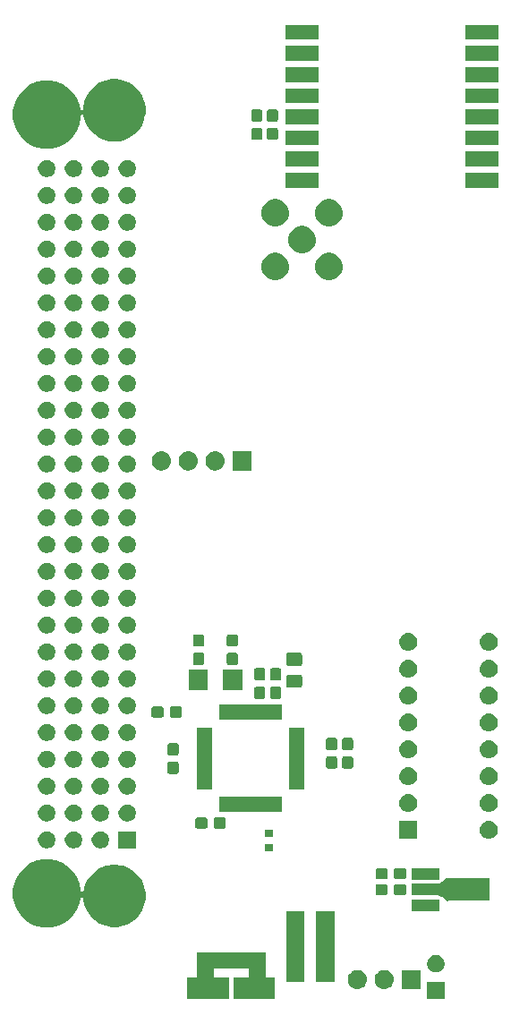
<source format=gbs>
G04 #@! TF.GenerationSoftware,KiCad,Pcbnew,6.0.0-rc1-unknown-ad9916a~66~ubuntu18.04.1*
G04 #@! TF.CreationDate,2018-11-28T14:47:53-03:00*
G04 #@! TF.ProjectId,FOD,464f442e-6b69-4636-9164-5f7063625858,rev?*
G04 #@! TF.SameCoordinates,Original*
G04 #@! TF.FileFunction,Soldermask,Bot*
G04 #@! TF.FilePolarity,Negative*
%FSLAX46Y46*%
G04 Gerber Fmt 4.6, Leading zero omitted, Abs format (unit mm)*
G04 Created by KiCad (PCBNEW 6.0.0-rc1-unknown-ad9916a~66~ubuntu18.04.1) date mié 28 nov 2018 14:47:53 -03*
%MOMM*%
%LPD*%
G01*
G04 APERTURE LIST*
%ADD10C,0.100000*%
G04 APERTURE END LIST*
D10*
G36*
X160669000Y-142053000D02*
X159043000Y-142053000D01*
X159043000Y-140427000D01*
X160669000Y-140427000D01*
X160669000Y-142053000D01*
X160669000Y-142053000D01*
G37*
G36*
X143751000Y-139924000D02*
X143753402Y-139948386D01*
X143760515Y-139971835D01*
X143772066Y-139993446D01*
X143787612Y-140012388D01*
X143806554Y-140027934D01*
X143828165Y-140039485D01*
X143851614Y-140046598D01*
X143876000Y-140049000D01*
X144648500Y-140049000D01*
X144648500Y-142051000D01*
X140701500Y-142051000D01*
X140701500Y-140049000D01*
X142049000Y-140049000D01*
X142073386Y-140046598D01*
X142096835Y-140039485D01*
X142118446Y-140027934D01*
X142137388Y-140012388D01*
X142152934Y-139993446D01*
X142164485Y-139971835D01*
X142171598Y-139948386D01*
X142174000Y-139924000D01*
X142174000Y-139256000D01*
X142171598Y-139231614D01*
X142164485Y-139208165D01*
X142152934Y-139186554D01*
X142137388Y-139167612D01*
X142118446Y-139152066D01*
X142096835Y-139140515D01*
X142073386Y-139133402D01*
X142049000Y-139131000D01*
X138951000Y-139131000D01*
X138926614Y-139133402D01*
X138903165Y-139140515D01*
X138881554Y-139152066D01*
X138862612Y-139167612D01*
X138847066Y-139186554D01*
X138835515Y-139208165D01*
X138828402Y-139231614D01*
X138826000Y-139256000D01*
X138826000Y-139924000D01*
X138828402Y-139948386D01*
X138835515Y-139971835D01*
X138847066Y-139993446D01*
X138862612Y-140012388D01*
X138881554Y-140027934D01*
X138903165Y-140039485D01*
X138926614Y-140046598D01*
X138951000Y-140049000D01*
X140298500Y-140049000D01*
X140298500Y-142051000D01*
X136351500Y-142051000D01*
X136351500Y-140049000D01*
X137124000Y-140049000D01*
X137148386Y-140046598D01*
X137171835Y-140039485D01*
X137193446Y-140027934D01*
X137212388Y-140012388D01*
X137227934Y-139993446D01*
X137239485Y-139971835D01*
X137246598Y-139948386D01*
X137249000Y-139924000D01*
X137249000Y-137649000D01*
X143751000Y-137649000D01*
X143751000Y-139924000D01*
X143751000Y-139924000D01*
G37*
G36*
X152536442Y-139305518D02*
X152602627Y-139312037D01*
X152715853Y-139346384D01*
X152772467Y-139363557D01*
X152878942Y-139420470D01*
X152928991Y-139447222D01*
X152964729Y-139476552D01*
X153066186Y-139559814D01*
X153149448Y-139661271D01*
X153178778Y-139697009D01*
X153178779Y-139697011D01*
X153262443Y-139853533D01*
X153262443Y-139853534D01*
X153313963Y-140023373D01*
X153331359Y-140200000D01*
X153313963Y-140376627D01*
X153279616Y-140489853D01*
X153262443Y-140546467D01*
X153188348Y-140685087D01*
X153178778Y-140702991D01*
X153149448Y-140738729D01*
X153066186Y-140840186D01*
X152964729Y-140923448D01*
X152928991Y-140952778D01*
X152928989Y-140952779D01*
X152772467Y-141036443D01*
X152715853Y-141053616D01*
X152602627Y-141087963D01*
X152536443Y-141094481D01*
X152470260Y-141101000D01*
X152381740Y-141101000D01*
X152315557Y-141094481D01*
X152249373Y-141087963D01*
X152136147Y-141053616D01*
X152079533Y-141036443D01*
X151923011Y-140952779D01*
X151923009Y-140952778D01*
X151887271Y-140923448D01*
X151785814Y-140840186D01*
X151702552Y-140738729D01*
X151673222Y-140702991D01*
X151663652Y-140685087D01*
X151589557Y-140546467D01*
X151572384Y-140489853D01*
X151538037Y-140376627D01*
X151520641Y-140200000D01*
X151538037Y-140023373D01*
X151589557Y-139853534D01*
X151589557Y-139853533D01*
X151673221Y-139697011D01*
X151673222Y-139697009D01*
X151702552Y-139661271D01*
X151785814Y-139559814D01*
X151887271Y-139476552D01*
X151923009Y-139447222D01*
X151973058Y-139420470D01*
X152079533Y-139363557D01*
X152136147Y-139346384D01*
X152249373Y-139312037D01*
X152315558Y-139305518D01*
X152381740Y-139299000D01*
X152470260Y-139299000D01*
X152536442Y-139305518D01*
X152536442Y-139305518D01*
G37*
G36*
X158407000Y-141101000D02*
X156605000Y-141101000D01*
X156605000Y-139299000D01*
X158407000Y-139299000D01*
X158407000Y-141101000D01*
X158407000Y-141101000D01*
G37*
G36*
X155076442Y-139305518D02*
X155142627Y-139312037D01*
X155255853Y-139346384D01*
X155312467Y-139363557D01*
X155418942Y-139420470D01*
X155468991Y-139447222D01*
X155504729Y-139476552D01*
X155606186Y-139559814D01*
X155689448Y-139661271D01*
X155718778Y-139697009D01*
X155718779Y-139697011D01*
X155802443Y-139853533D01*
X155802443Y-139853534D01*
X155853963Y-140023373D01*
X155871359Y-140200000D01*
X155853963Y-140376627D01*
X155819616Y-140489853D01*
X155802443Y-140546467D01*
X155728348Y-140685087D01*
X155718778Y-140702991D01*
X155689448Y-140738729D01*
X155606186Y-140840186D01*
X155504729Y-140923448D01*
X155468991Y-140952778D01*
X155468989Y-140952779D01*
X155312467Y-141036443D01*
X155255853Y-141053616D01*
X155142627Y-141087963D01*
X155076443Y-141094481D01*
X155010260Y-141101000D01*
X154921740Y-141101000D01*
X154855557Y-141094481D01*
X154789373Y-141087963D01*
X154676147Y-141053616D01*
X154619533Y-141036443D01*
X154463011Y-140952779D01*
X154463009Y-140952778D01*
X154427271Y-140923448D01*
X154325814Y-140840186D01*
X154242552Y-140738729D01*
X154213222Y-140702991D01*
X154203652Y-140685087D01*
X154129557Y-140546467D01*
X154112384Y-140489853D01*
X154078037Y-140376627D01*
X154060641Y-140200000D01*
X154078037Y-140023373D01*
X154129557Y-139853534D01*
X154129557Y-139853533D01*
X154213221Y-139697011D01*
X154213222Y-139697009D01*
X154242552Y-139661271D01*
X154325814Y-139559814D01*
X154427271Y-139476552D01*
X154463009Y-139447222D01*
X154513058Y-139420470D01*
X154619533Y-139363557D01*
X154676147Y-139346384D01*
X154789373Y-139312037D01*
X154855558Y-139305518D01*
X154921740Y-139299000D01*
X155010260Y-139299000D01*
X155076442Y-139305518D01*
X155076442Y-139305518D01*
G37*
G36*
X147451000Y-140441000D02*
X145749000Y-140441000D01*
X145749000Y-133739000D01*
X147451000Y-133739000D01*
X147451000Y-140441000D01*
X147451000Y-140441000D01*
G37*
G36*
X150251000Y-140441000D02*
X148549000Y-140441000D01*
X148549000Y-133739000D01*
X150251000Y-133739000D01*
X150251000Y-140441000D01*
X150251000Y-140441000D01*
G37*
G36*
X160093142Y-137918242D02*
X160241102Y-137979530D01*
X160374258Y-138068502D01*
X160487498Y-138181742D01*
X160576470Y-138314898D01*
X160637758Y-138462858D01*
X160669000Y-138619925D01*
X160669000Y-138780075D01*
X160637758Y-138937142D01*
X160576470Y-139085102D01*
X160487498Y-139218258D01*
X160374258Y-139331498D01*
X160241102Y-139420470D01*
X160093142Y-139481758D01*
X159936075Y-139513000D01*
X159775925Y-139513000D01*
X159618858Y-139481758D01*
X159470898Y-139420470D01*
X159337742Y-139331498D01*
X159224502Y-139218258D01*
X159135530Y-139085102D01*
X159074242Y-138937142D01*
X159043000Y-138780075D01*
X159043000Y-138619925D01*
X159074242Y-138462858D01*
X159135530Y-138314898D01*
X159224502Y-138181742D01*
X159337742Y-138068502D01*
X159470898Y-137979530D01*
X159618858Y-137918242D01*
X159775925Y-137887000D01*
X159936075Y-137887000D01*
X160093142Y-137918242D01*
X160093142Y-137918242D01*
G37*
G36*
X123990990Y-128957974D02*
X124578084Y-129201156D01*
X125106459Y-129554205D01*
X125555797Y-130003543D01*
X125908846Y-130531918D01*
X126152028Y-131119012D01*
X126276001Y-131742266D01*
X126276001Y-131801030D01*
X126278403Y-131825416D01*
X126285516Y-131848865D01*
X126297067Y-131870476D01*
X126312613Y-131889418D01*
X126331555Y-131904964D01*
X126353166Y-131916515D01*
X126376615Y-131923628D01*
X126401001Y-131926030D01*
X126425387Y-131923628D01*
X126448836Y-131916515D01*
X126470447Y-131904964D01*
X126489389Y-131889418D01*
X126504935Y-131870476D01*
X126516486Y-131848865D01*
X126523599Y-131825416D01*
X126540139Y-131742266D01*
X126602406Y-131429226D01*
X126824858Y-130892178D01*
X127147809Y-130408848D01*
X127558848Y-129997809D01*
X128042178Y-129674858D01*
X128579226Y-129452406D01*
X128921302Y-129384363D01*
X129149351Y-129339001D01*
X129730651Y-129339001D01*
X129958700Y-129384363D01*
X130300776Y-129452406D01*
X130837824Y-129674858D01*
X131321154Y-129997809D01*
X131732193Y-130408848D01*
X132055144Y-130892178D01*
X132277596Y-131429226D01*
X132339863Y-131742266D01*
X132382341Y-131955812D01*
X132391001Y-131999353D01*
X132391001Y-132580649D01*
X132277596Y-133150776D01*
X132055144Y-133687824D01*
X131732193Y-134171154D01*
X131321154Y-134582193D01*
X130837824Y-134905144D01*
X130300776Y-135127596D01*
X129958700Y-135195639D01*
X129730651Y-135241001D01*
X129149351Y-135241001D01*
X128921302Y-135195639D01*
X128579226Y-135127596D01*
X128042178Y-134905144D01*
X127558848Y-134582193D01*
X127147809Y-134171154D01*
X126824858Y-133687824D01*
X126602406Y-133150776D01*
X126489001Y-132580649D01*
X126489001Y-132576058D01*
X126486599Y-132551672D01*
X126479486Y-132528223D01*
X126467935Y-132506612D01*
X126452389Y-132487670D01*
X126433447Y-132472124D01*
X126411836Y-132460573D01*
X126388387Y-132453460D01*
X126364001Y-132451058D01*
X126339615Y-132453460D01*
X126316166Y-132460573D01*
X126294555Y-132472124D01*
X126275613Y-132487670D01*
X126260067Y-132506612D01*
X126248516Y-132528223D01*
X126241403Y-132551672D01*
X126152028Y-133000990D01*
X125908846Y-133588084D01*
X125555797Y-134116459D01*
X125106459Y-134565797D01*
X124578084Y-134918846D01*
X123990990Y-135162028D01*
X123367736Y-135286001D01*
X122732266Y-135286001D01*
X122109012Y-135162028D01*
X121521918Y-134918846D01*
X120993543Y-134565797D01*
X120544205Y-134116459D01*
X120191156Y-133588084D01*
X119947974Y-133000990D01*
X119824001Y-132377736D01*
X119824001Y-131742266D01*
X119947974Y-131119012D01*
X120191156Y-130531918D01*
X120544205Y-130003543D01*
X120993543Y-129554205D01*
X121521918Y-129201156D01*
X122109012Y-128957974D01*
X122732266Y-128834001D01*
X123367736Y-128834001D01*
X123990990Y-128957974D01*
X123990990Y-128957974D01*
G37*
G36*
X160213058Y-133743812D02*
X157611058Y-133743812D01*
X157611058Y-132641812D01*
X160213058Y-132641812D01*
X160213058Y-133743812D01*
X160213058Y-133743812D01*
G37*
G36*
X160969124Y-130586258D02*
X160984670Y-130605200D01*
X161003612Y-130620746D01*
X161025223Y-130632297D01*
X161048672Y-130639410D01*
X161073058Y-130641812D01*
X164923058Y-130641812D01*
X164923058Y-132743812D01*
X161073058Y-132743812D01*
X161048672Y-132746214D01*
X161025223Y-132753327D01*
X161003612Y-132764878D01*
X160984670Y-132780424D01*
X160969124Y-132799366D01*
X160968026Y-132801420D01*
X160913106Y-132764806D01*
X160891483Y-132753277D01*
X160868027Y-132746188D01*
X160843769Y-132743812D01*
X160818007Y-132743812D01*
X160811543Y-132722503D01*
X160799992Y-132700892D01*
X160784446Y-132681950D01*
X160765396Y-132666332D01*
X160407396Y-132427665D01*
X160395485Y-132421314D01*
X160385107Y-132412806D01*
X160163107Y-132264806D01*
X160141484Y-132253277D01*
X160118027Y-132246188D01*
X160093769Y-132243812D01*
X157611058Y-132243812D01*
X157611058Y-131141812D01*
X160093769Y-131141812D01*
X160118155Y-131139410D01*
X160141604Y-131132297D01*
X160163107Y-131120818D01*
X160385107Y-130972818D01*
X160395491Y-130964314D01*
X160407396Y-130957959D01*
X160765396Y-130719292D01*
X160784354Y-130703767D01*
X160799919Y-130684841D01*
X160811493Y-130663242D01*
X160818018Y-130641812D01*
X160843769Y-130641812D01*
X160868155Y-130639410D01*
X160891604Y-130632297D01*
X160913106Y-130620818D01*
X160968026Y-130584204D01*
X160969124Y-130586258D01*
X160969124Y-130586258D01*
G37*
G36*
X156881557Y-131171257D02*
X156919051Y-131182631D01*
X156953615Y-131201106D01*
X156983905Y-131225965D01*
X157008764Y-131256255D01*
X157027239Y-131290819D01*
X157038613Y-131328313D01*
X157043058Y-131373450D01*
X157043058Y-132012174D01*
X157038613Y-132057311D01*
X157027239Y-132094805D01*
X157008764Y-132129369D01*
X156983905Y-132159659D01*
X156953615Y-132184518D01*
X156919051Y-132202993D01*
X156881557Y-132214367D01*
X156836420Y-132218812D01*
X156097696Y-132218812D01*
X156052559Y-132214367D01*
X156015065Y-132202993D01*
X155980501Y-132184518D01*
X155950211Y-132159659D01*
X155925352Y-132129369D01*
X155906877Y-132094805D01*
X155895503Y-132057311D01*
X155891058Y-132012174D01*
X155891058Y-131373450D01*
X155895503Y-131328313D01*
X155906877Y-131290819D01*
X155925352Y-131256255D01*
X155950211Y-131225965D01*
X155980501Y-131201106D01*
X156015065Y-131182631D01*
X156052559Y-131171257D01*
X156097696Y-131166812D01*
X156836420Y-131166812D01*
X156881557Y-131171257D01*
X156881557Y-131171257D01*
G37*
G36*
X155131557Y-131171257D02*
X155169051Y-131182631D01*
X155203615Y-131201106D01*
X155233905Y-131225965D01*
X155258764Y-131256255D01*
X155277239Y-131290819D01*
X155288613Y-131328313D01*
X155293058Y-131373450D01*
X155293058Y-132012174D01*
X155288613Y-132057311D01*
X155277239Y-132094805D01*
X155258764Y-132129369D01*
X155233905Y-132159659D01*
X155203615Y-132184518D01*
X155169051Y-132202993D01*
X155131557Y-132214367D01*
X155086420Y-132218812D01*
X154347696Y-132218812D01*
X154302559Y-132214367D01*
X154265065Y-132202993D01*
X154230501Y-132184518D01*
X154200211Y-132159659D01*
X154175352Y-132129369D01*
X154156877Y-132094805D01*
X154145503Y-132057311D01*
X154141058Y-132012174D01*
X154141058Y-131373450D01*
X154145503Y-131328313D01*
X154156877Y-131290819D01*
X154175352Y-131256255D01*
X154200211Y-131225965D01*
X154230501Y-131201106D01*
X154265065Y-131182631D01*
X154302559Y-131171257D01*
X154347696Y-131166812D01*
X155086420Y-131166812D01*
X155131557Y-131171257D01*
X155131557Y-131171257D01*
G37*
G36*
X160213058Y-130743812D02*
X157611058Y-130743812D01*
X157611058Y-129641812D01*
X160213058Y-129641812D01*
X160213058Y-130743812D01*
X160213058Y-130743812D01*
G37*
G36*
X156881557Y-129671257D02*
X156919051Y-129682631D01*
X156953615Y-129701106D01*
X156983905Y-129725965D01*
X157008764Y-129756255D01*
X157027239Y-129790819D01*
X157038613Y-129828313D01*
X157043058Y-129873450D01*
X157043058Y-130512174D01*
X157038613Y-130557311D01*
X157027239Y-130594805D01*
X157008764Y-130629369D01*
X156983905Y-130659659D01*
X156953615Y-130684518D01*
X156919051Y-130702993D01*
X156881557Y-130714367D01*
X156836420Y-130718812D01*
X156097696Y-130718812D01*
X156052559Y-130714367D01*
X156015065Y-130702993D01*
X155980501Y-130684518D01*
X155950211Y-130659659D01*
X155925352Y-130629369D01*
X155906877Y-130594805D01*
X155895503Y-130557311D01*
X155891058Y-130512174D01*
X155891058Y-129873450D01*
X155895503Y-129828313D01*
X155906877Y-129790819D01*
X155925352Y-129756255D01*
X155950211Y-129725965D01*
X155980501Y-129701106D01*
X156015065Y-129682631D01*
X156052559Y-129671257D01*
X156097696Y-129666812D01*
X156836420Y-129666812D01*
X156881557Y-129671257D01*
X156881557Y-129671257D01*
G37*
G36*
X155131557Y-129671257D02*
X155169051Y-129682631D01*
X155203615Y-129701106D01*
X155233905Y-129725965D01*
X155258764Y-129756255D01*
X155277239Y-129790819D01*
X155288613Y-129828313D01*
X155293058Y-129873450D01*
X155293058Y-130512174D01*
X155288613Y-130557311D01*
X155277239Y-130594805D01*
X155258764Y-130629369D01*
X155233905Y-130659659D01*
X155203615Y-130684518D01*
X155169051Y-130702993D01*
X155131557Y-130714367D01*
X155086420Y-130718812D01*
X154347696Y-130718812D01*
X154302559Y-130714367D01*
X154265065Y-130702993D01*
X154230501Y-130684518D01*
X154200211Y-130659659D01*
X154175352Y-130629369D01*
X154156877Y-130594805D01*
X154145503Y-130557311D01*
X154141058Y-130512174D01*
X154141058Y-129873450D01*
X154145503Y-129828313D01*
X154156877Y-129790819D01*
X154175352Y-129756255D01*
X154200211Y-129725965D01*
X154230501Y-129701106D01*
X154265065Y-129682631D01*
X154302559Y-129671257D01*
X154347696Y-129666812D01*
X155086420Y-129666812D01*
X155131557Y-129671257D01*
X155131557Y-129671257D01*
G37*
G36*
X144451000Y-128101000D02*
X143649000Y-128101000D01*
X143649000Y-127399000D01*
X144451000Y-127399000D01*
X144451000Y-128101000D01*
X144451000Y-128101000D01*
G37*
G36*
X125807143Y-126198243D02*
X125955103Y-126259531D01*
X126088259Y-126348503D01*
X126201499Y-126461743D01*
X126290471Y-126594899D01*
X126351759Y-126742859D01*
X126383001Y-126899926D01*
X126383001Y-127060076D01*
X126351759Y-127217143D01*
X126290471Y-127365103D01*
X126201499Y-127498259D01*
X126088259Y-127611499D01*
X125955103Y-127700471D01*
X125807143Y-127761759D01*
X125650076Y-127793001D01*
X125489926Y-127793001D01*
X125332859Y-127761759D01*
X125184899Y-127700471D01*
X125051743Y-127611499D01*
X124938503Y-127498259D01*
X124849531Y-127365103D01*
X124788243Y-127217143D01*
X124757001Y-127060076D01*
X124757001Y-126899926D01*
X124788243Y-126742859D01*
X124849531Y-126594899D01*
X124938503Y-126461743D01*
X125051743Y-126348503D01*
X125184899Y-126259531D01*
X125332859Y-126198243D01*
X125489926Y-126167001D01*
X125650076Y-126167001D01*
X125807143Y-126198243D01*
X125807143Y-126198243D01*
G37*
G36*
X131463001Y-127793001D02*
X129837001Y-127793001D01*
X129837001Y-126167001D01*
X131463001Y-126167001D01*
X131463001Y-127793001D01*
X131463001Y-127793001D01*
G37*
G36*
X128347143Y-126198243D02*
X128495103Y-126259531D01*
X128628259Y-126348503D01*
X128741499Y-126461743D01*
X128830471Y-126594899D01*
X128891759Y-126742859D01*
X128923001Y-126899926D01*
X128923001Y-127060076D01*
X128891759Y-127217143D01*
X128830471Y-127365103D01*
X128741499Y-127498259D01*
X128628259Y-127611499D01*
X128495103Y-127700471D01*
X128347143Y-127761759D01*
X128190076Y-127793001D01*
X128029926Y-127793001D01*
X127872859Y-127761759D01*
X127724899Y-127700471D01*
X127591743Y-127611499D01*
X127478503Y-127498259D01*
X127389531Y-127365103D01*
X127328243Y-127217143D01*
X127297001Y-127060076D01*
X127297001Y-126899926D01*
X127328243Y-126742859D01*
X127389531Y-126594899D01*
X127478503Y-126461743D01*
X127591743Y-126348503D01*
X127724899Y-126259531D01*
X127872859Y-126198243D01*
X128029926Y-126167001D01*
X128190076Y-126167001D01*
X128347143Y-126198243D01*
X128347143Y-126198243D01*
G37*
G36*
X123267143Y-126198243D02*
X123415103Y-126259531D01*
X123548259Y-126348503D01*
X123661499Y-126461743D01*
X123750471Y-126594899D01*
X123811759Y-126742859D01*
X123843001Y-126899926D01*
X123843001Y-127060076D01*
X123811759Y-127217143D01*
X123750471Y-127365103D01*
X123661499Y-127498259D01*
X123548259Y-127611499D01*
X123415103Y-127700471D01*
X123267143Y-127761759D01*
X123110076Y-127793001D01*
X122949926Y-127793001D01*
X122792859Y-127761759D01*
X122644899Y-127700471D01*
X122511743Y-127611499D01*
X122398503Y-127498259D01*
X122309531Y-127365103D01*
X122248243Y-127217143D01*
X122217001Y-127060076D01*
X122217001Y-126899926D01*
X122248243Y-126742859D01*
X122309531Y-126594899D01*
X122398503Y-126461743D01*
X122511743Y-126348503D01*
X122644899Y-126259531D01*
X122792859Y-126198243D01*
X122949926Y-126167001D01*
X123110076Y-126167001D01*
X123267143Y-126198243D01*
X123267143Y-126198243D01*
G37*
G36*
X165036821Y-125211313D02*
X165036824Y-125211314D01*
X165036825Y-125211314D01*
X165197239Y-125259975D01*
X165197241Y-125259976D01*
X165197244Y-125259977D01*
X165345078Y-125338995D01*
X165474659Y-125445341D01*
X165581005Y-125574922D01*
X165660023Y-125722756D01*
X165660024Y-125722759D01*
X165660025Y-125722761D01*
X165708686Y-125883175D01*
X165708687Y-125883179D01*
X165725117Y-126050000D01*
X165708687Y-126216821D01*
X165708686Y-126216824D01*
X165708686Y-126216825D01*
X165695732Y-126259530D01*
X165660023Y-126377244D01*
X165581005Y-126525078D01*
X165474659Y-126654659D01*
X165345078Y-126761005D01*
X165197244Y-126840023D01*
X165197241Y-126840024D01*
X165197239Y-126840025D01*
X165036825Y-126888686D01*
X165036824Y-126888686D01*
X165036821Y-126888687D01*
X164911804Y-126901000D01*
X164828196Y-126901000D01*
X164703179Y-126888687D01*
X164703176Y-126888686D01*
X164703175Y-126888686D01*
X164542761Y-126840025D01*
X164542759Y-126840024D01*
X164542756Y-126840023D01*
X164394922Y-126761005D01*
X164265341Y-126654659D01*
X164158995Y-126525078D01*
X164079977Y-126377244D01*
X164044269Y-126259530D01*
X164031314Y-126216825D01*
X164031314Y-126216824D01*
X164031313Y-126216821D01*
X164014883Y-126050000D01*
X164031313Y-125883179D01*
X164031314Y-125883175D01*
X164079975Y-125722761D01*
X164079976Y-125722759D01*
X164079977Y-125722756D01*
X164158995Y-125574922D01*
X164265341Y-125445341D01*
X164394922Y-125338995D01*
X164542756Y-125259977D01*
X164542759Y-125259976D01*
X164542761Y-125259975D01*
X164703175Y-125211314D01*
X164703176Y-125211314D01*
X164703179Y-125211313D01*
X164828196Y-125199000D01*
X164911804Y-125199000D01*
X165036821Y-125211313D01*
X165036821Y-125211313D01*
G37*
G36*
X158101000Y-126901000D02*
X156399000Y-126901000D01*
X156399000Y-125199000D01*
X158101000Y-125199000D01*
X158101000Y-126901000D01*
X158101000Y-126901000D01*
G37*
G36*
X144451000Y-126701000D02*
X143649000Y-126701000D01*
X143649000Y-125999000D01*
X144451000Y-125999000D01*
X144451000Y-126701000D01*
X144451000Y-126701000D01*
G37*
G36*
X138089499Y-124878445D02*
X138126993Y-124889819D01*
X138161557Y-124908294D01*
X138191847Y-124933153D01*
X138216706Y-124963443D01*
X138235181Y-124998007D01*
X138246555Y-125035501D01*
X138251000Y-125080638D01*
X138251000Y-125719362D01*
X138246555Y-125764499D01*
X138235181Y-125801993D01*
X138216706Y-125836557D01*
X138191847Y-125866847D01*
X138161557Y-125891706D01*
X138126993Y-125910181D01*
X138089499Y-125921555D01*
X138044362Y-125926000D01*
X137305638Y-125926000D01*
X137260501Y-125921555D01*
X137223007Y-125910181D01*
X137188443Y-125891706D01*
X137158153Y-125866847D01*
X137133294Y-125836557D01*
X137114819Y-125801993D01*
X137103445Y-125764499D01*
X137099000Y-125719362D01*
X137099000Y-125080638D01*
X137103445Y-125035501D01*
X137114819Y-124998007D01*
X137133294Y-124963443D01*
X137158153Y-124933153D01*
X137188443Y-124908294D01*
X137223007Y-124889819D01*
X137260501Y-124878445D01*
X137305638Y-124874000D01*
X138044362Y-124874000D01*
X138089499Y-124878445D01*
X138089499Y-124878445D01*
G37*
G36*
X139839499Y-124878445D02*
X139876993Y-124889819D01*
X139911557Y-124908294D01*
X139941847Y-124933153D01*
X139966706Y-124963443D01*
X139985181Y-124998007D01*
X139996555Y-125035501D01*
X140001000Y-125080638D01*
X140001000Y-125719362D01*
X139996555Y-125764499D01*
X139985181Y-125801993D01*
X139966706Y-125836557D01*
X139941847Y-125866847D01*
X139911557Y-125891706D01*
X139876993Y-125910181D01*
X139839499Y-125921555D01*
X139794362Y-125926000D01*
X139055638Y-125926000D01*
X139010501Y-125921555D01*
X138973007Y-125910181D01*
X138938443Y-125891706D01*
X138908153Y-125866847D01*
X138883294Y-125836557D01*
X138864819Y-125801993D01*
X138853445Y-125764499D01*
X138849000Y-125719362D01*
X138849000Y-125080638D01*
X138853445Y-125035501D01*
X138864819Y-124998007D01*
X138883294Y-124963443D01*
X138908153Y-124933153D01*
X138938443Y-124908294D01*
X138973007Y-124889819D01*
X139010501Y-124878445D01*
X139055638Y-124874000D01*
X139794362Y-124874000D01*
X139839499Y-124878445D01*
X139839499Y-124878445D01*
G37*
G36*
X130887143Y-123658243D02*
X131035103Y-123719531D01*
X131168259Y-123808503D01*
X131281499Y-123921743D01*
X131370471Y-124054899D01*
X131431759Y-124202859D01*
X131463001Y-124359926D01*
X131463001Y-124520076D01*
X131431759Y-124677143D01*
X131384355Y-124791584D01*
X131370472Y-124825101D01*
X131281500Y-124958258D01*
X131168258Y-125071500D01*
X131102131Y-125115684D01*
X131035103Y-125160471D01*
X130887143Y-125221759D01*
X130730076Y-125253001D01*
X130569926Y-125253001D01*
X130412859Y-125221759D01*
X130264899Y-125160471D01*
X130197871Y-125115684D01*
X130131744Y-125071500D01*
X130018502Y-124958258D01*
X129929530Y-124825101D01*
X129915647Y-124791584D01*
X129868243Y-124677143D01*
X129837001Y-124520076D01*
X129837001Y-124359926D01*
X129868243Y-124202859D01*
X129929531Y-124054899D01*
X130018503Y-123921743D01*
X130131743Y-123808503D01*
X130264899Y-123719531D01*
X130412859Y-123658243D01*
X130569926Y-123627001D01*
X130730076Y-123627001D01*
X130887143Y-123658243D01*
X130887143Y-123658243D01*
G37*
G36*
X128347143Y-123658243D02*
X128495103Y-123719531D01*
X128628259Y-123808503D01*
X128741499Y-123921743D01*
X128830471Y-124054899D01*
X128891759Y-124202859D01*
X128923001Y-124359926D01*
X128923001Y-124520076D01*
X128891759Y-124677143D01*
X128844355Y-124791584D01*
X128830472Y-124825101D01*
X128741500Y-124958258D01*
X128628258Y-125071500D01*
X128562131Y-125115684D01*
X128495103Y-125160471D01*
X128347143Y-125221759D01*
X128190076Y-125253001D01*
X128029926Y-125253001D01*
X127872859Y-125221759D01*
X127724899Y-125160471D01*
X127657871Y-125115684D01*
X127591744Y-125071500D01*
X127478502Y-124958258D01*
X127389530Y-124825101D01*
X127375647Y-124791584D01*
X127328243Y-124677143D01*
X127297001Y-124520076D01*
X127297001Y-124359926D01*
X127328243Y-124202859D01*
X127389531Y-124054899D01*
X127478503Y-123921743D01*
X127591743Y-123808503D01*
X127724899Y-123719531D01*
X127872859Y-123658243D01*
X128029926Y-123627001D01*
X128190076Y-123627001D01*
X128347143Y-123658243D01*
X128347143Y-123658243D01*
G37*
G36*
X123267143Y-123658243D02*
X123415103Y-123719531D01*
X123548259Y-123808503D01*
X123661499Y-123921743D01*
X123750471Y-124054899D01*
X123811759Y-124202859D01*
X123843001Y-124359926D01*
X123843001Y-124520076D01*
X123811759Y-124677143D01*
X123764355Y-124791584D01*
X123750472Y-124825101D01*
X123661500Y-124958258D01*
X123548258Y-125071500D01*
X123482131Y-125115684D01*
X123415103Y-125160471D01*
X123267143Y-125221759D01*
X123110076Y-125253001D01*
X122949926Y-125253001D01*
X122792859Y-125221759D01*
X122644899Y-125160471D01*
X122577871Y-125115684D01*
X122511744Y-125071500D01*
X122398502Y-124958258D01*
X122309530Y-124825101D01*
X122295647Y-124791584D01*
X122248243Y-124677143D01*
X122217001Y-124520076D01*
X122217001Y-124359926D01*
X122248243Y-124202859D01*
X122309531Y-124054899D01*
X122398503Y-123921743D01*
X122511743Y-123808503D01*
X122644899Y-123719531D01*
X122792859Y-123658243D01*
X122949926Y-123627001D01*
X123110076Y-123627001D01*
X123267143Y-123658243D01*
X123267143Y-123658243D01*
G37*
G36*
X125807143Y-123658243D02*
X125955103Y-123719531D01*
X126088259Y-123808503D01*
X126201499Y-123921743D01*
X126290471Y-124054899D01*
X126351759Y-124202859D01*
X126383001Y-124359926D01*
X126383001Y-124520076D01*
X126351759Y-124677143D01*
X126304355Y-124791584D01*
X126290472Y-124825101D01*
X126201500Y-124958258D01*
X126088258Y-125071500D01*
X126022131Y-125115684D01*
X125955103Y-125160471D01*
X125807143Y-125221759D01*
X125650076Y-125253001D01*
X125489926Y-125253001D01*
X125332859Y-125221759D01*
X125184899Y-125160471D01*
X125117871Y-125115684D01*
X125051744Y-125071500D01*
X124938502Y-124958258D01*
X124849530Y-124825101D01*
X124835647Y-124791584D01*
X124788243Y-124677143D01*
X124757001Y-124520076D01*
X124757001Y-124359926D01*
X124788243Y-124202859D01*
X124849531Y-124054899D01*
X124938503Y-123921743D01*
X125051743Y-123808503D01*
X125184899Y-123719531D01*
X125332859Y-123658243D01*
X125489926Y-123627001D01*
X125650076Y-123627001D01*
X125807143Y-123658243D01*
X125807143Y-123658243D01*
G37*
G36*
X165036821Y-122671313D02*
X165036824Y-122671314D01*
X165036825Y-122671314D01*
X165197239Y-122719975D01*
X165197241Y-122719976D01*
X165197244Y-122719977D01*
X165345078Y-122798995D01*
X165474659Y-122905341D01*
X165581005Y-123034922D01*
X165660023Y-123182756D01*
X165708687Y-123343179D01*
X165725117Y-123510000D01*
X165708687Y-123676821D01*
X165708686Y-123676824D01*
X165708686Y-123676825D01*
X165695732Y-123719530D01*
X165660023Y-123837244D01*
X165581005Y-123985078D01*
X165474659Y-124114659D01*
X165345078Y-124221005D01*
X165197244Y-124300023D01*
X165197241Y-124300024D01*
X165197239Y-124300025D01*
X165036825Y-124348686D01*
X165036824Y-124348686D01*
X165036821Y-124348687D01*
X164911804Y-124361000D01*
X164828196Y-124361000D01*
X164703179Y-124348687D01*
X164703176Y-124348686D01*
X164703175Y-124348686D01*
X164542761Y-124300025D01*
X164542759Y-124300024D01*
X164542756Y-124300023D01*
X164394922Y-124221005D01*
X164265341Y-124114659D01*
X164158995Y-123985078D01*
X164079977Y-123837244D01*
X164044269Y-123719530D01*
X164031314Y-123676825D01*
X164031314Y-123676824D01*
X164031313Y-123676821D01*
X164014883Y-123510000D01*
X164031313Y-123343179D01*
X164079977Y-123182756D01*
X164158995Y-123034922D01*
X164265341Y-122905341D01*
X164394922Y-122798995D01*
X164542756Y-122719977D01*
X164542759Y-122719976D01*
X164542761Y-122719975D01*
X164703175Y-122671314D01*
X164703176Y-122671314D01*
X164703179Y-122671313D01*
X164828196Y-122659000D01*
X164911804Y-122659000D01*
X165036821Y-122671313D01*
X165036821Y-122671313D01*
G37*
G36*
X157416821Y-122671313D02*
X157416824Y-122671314D01*
X157416825Y-122671314D01*
X157577239Y-122719975D01*
X157577241Y-122719976D01*
X157577244Y-122719977D01*
X157725078Y-122798995D01*
X157854659Y-122905341D01*
X157961005Y-123034922D01*
X158040023Y-123182756D01*
X158088687Y-123343179D01*
X158105117Y-123510000D01*
X158088687Y-123676821D01*
X158088686Y-123676824D01*
X158088686Y-123676825D01*
X158075732Y-123719530D01*
X158040023Y-123837244D01*
X157961005Y-123985078D01*
X157854659Y-124114659D01*
X157725078Y-124221005D01*
X157577244Y-124300023D01*
X157577241Y-124300024D01*
X157577239Y-124300025D01*
X157416825Y-124348686D01*
X157416824Y-124348686D01*
X157416821Y-124348687D01*
X157291804Y-124361000D01*
X157208196Y-124361000D01*
X157083179Y-124348687D01*
X157083176Y-124348686D01*
X157083175Y-124348686D01*
X156922761Y-124300025D01*
X156922759Y-124300024D01*
X156922756Y-124300023D01*
X156774922Y-124221005D01*
X156645341Y-124114659D01*
X156538995Y-123985078D01*
X156459977Y-123837244D01*
X156424269Y-123719530D01*
X156411314Y-123676825D01*
X156411314Y-123676824D01*
X156411313Y-123676821D01*
X156394883Y-123510000D01*
X156411313Y-123343179D01*
X156459977Y-123182756D01*
X156538995Y-123034922D01*
X156645341Y-122905341D01*
X156774922Y-122798995D01*
X156922756Y-122719977D01*
X156922759Y-122719976D01*
X156922761Y-122719975D01*
X157083175Y-122671314D01*
X157083176Y-122671314D01*
X157083179Y-122671313D01*
X157208196Y-122659000D01*
X157291804Y-122659000D01*
X157416821Y-122671313D01*
X157416821Y-122671313D01*
G37*
G36*
X145251000Y-124326001D02*
X139399000Y-124326001D01*
X139399000Y-122924001D01*
X145251000Y-122924001D01*
X145251000Y-124326001D01*
X145251000Y-124326001D01*
G37*
G36*
X123267143Y-121118243D02*
X123415103Y-121179531D01*
X123548259Y-121268503D01*
X123661499Y-121381743D01*
X123750471Y-121514899D01*
X123811759Y-121662859D01*
X123843001Y-121819926D01*
X123843001Y-121980076D01*
X123811759Y-122137143D01*
X123750471Y-122285103D01*
X123661499Y-122418259D01*
X123548259Y-122531499D01*
X123415103Y-122620471D01*
X123267143Y-122681759D01*
X123110076Y-122713001D01*
X122949926Y-122713001D01*
X122792859Y-122681759D01*
X122644899Y-122620471D01*
X122511743Y-122531499D01*
X122398503Y-122418259D01*
X122309531Y-122285103D01*
X122248243Y-122137143D01*
X122217001Y-121980076D01*
X122217001Y-121819926D01*
X122248243Y-121662859D01*
X122309531Y-121514899D01*
X122398503Y-121381743D01*
X122511743Y-121268503D01*
X122644899Y-121179531D01*
X122792859Y-121118243D01*
X122949926Y-121087001D01*
X123110076Y-121087001D01*
X123267143Y-121118243D01*
X123267143Y-121118243D01*
G37*
G36*
X128347143Y-121118243D02*
X128495103Y-121179531D01*
X128628259Y-121268503D01*
X128741499Y-121381743D01*
X128830471Y-121514899D01*
X128891759Y-121662859D01*
X128923001Y-121819926D01*
X128923001Y-121980076D01*
X128891759Y-122137143D01*
X128830471Y-122285103D01*
X128741499Y-122418259D01*
X128628259Y-122531499D01*
X128495103Y-122620471D01*
X128347143Y-122681759D01*
X128190076Y-122713001D01*
X128029926Y-122713001D01*
X127872859Y-122681759D01*
X127724899Y-122620471D01*
X127591743Y-122531499D01*
X127478503Y-122418259D01*
X127389531Y-122285103D01*
X127328243Y-122137143D01*
X127297001Y-121980076D01*
X127297001Y-121819926D01*
X127328243Y-121662859D01*
X127389531Y-121514899D01*
X127478503Y-121381743D01*
X127591743Y-121268503D01*
X127724899Y-121179531D01*
X127872859Y-121118243D01*
X128029926Y-121087001D01*
X128190076Y-121087001D01*
X128347143Y-121118243D01*
X128347143Y-121118243D01*
G37*
G36*
X130887143Y-121118243D02*
X131035103Y-121179531D01*
X131168259Y-121268503D01*
X131281499Y-121381743D01*
X131370471Y-121514899D01*
X131431759Y-121662859D01*
X131463001Y-121819926D01*
X131463001Y-121980076D01*
X131431759Y-122137143D01*
X131370471Y-122285103D01*
X131281499Y-122418259D01*
X131168259Y-122531499D01*
X131035103Y-122620471D01*
X130887143Y-122681759D01*
X130730076Y-122713001D01*
X130569926Y-122713001D01*
X130412859Y-122681759D01*
X130264899Y-122620471D01*
X130131743Y-122531499D01*
X130018503Y-122418259D01*
X129929531Y-122285103D01*
X129868243Y-122137143D01*
X129837001Y-121980076D01*
X129837001Y-121819926D01*
X129868243Y-121662859D01*
X129929531Y-121514899D01*
X130018503Y-121381743D01*
X130131743Y-121268503D01*
X130264899Y-121179531D01*
X130412859Y-121118243D01*
X130569926Y-121087001D01*
X130730076Y-121087001D01*
X130887143Y-121118243D01*
X130887143Y-121118243D01*
G37*
G36*
X125807143Y-121118243D02*
X125955103Y-121179531D01*
X126088259Y-121268503D01*
X126201499Y-121381743D01*
X126290471Y-121514899D01*
X126351759Y-121662859D01*
X126383001Y-121819926D01*
X126383001Y-121980076D01*
X126351759Y-122137143D01*
X126290471Y-122285103D01*
X126201499Y-122418259D01*
X126088259Y-122531499D01*
X125955103Y-122620471D01*
X125807143Y-122681759D01*
X125650076Y-122713001D01*
X125489926Y-122713001D01*
X125332859Y-122681759D01*
X125184899Y-122620471D01*
X125051743Y-122531499D01*
X124938503Y-122418259D01*
X124849531Y-122285103D01*
X124788243Y-122137143D01*
X124757001Y-121980076D01*
X124757001Y-121819926D01*
X124788243Y-121662859D01*
X124849531Y-121514899D01*
X124938503Y-121381743D01*
X125051743Y-121268503D01*
X125184899Y-121179531D01*
X125332859Y-121118243D01*
X125489926Y-121087001D01*
X125650076Y-121087001D01*
X125807143Y-121118243D01*
X125807143Y-121118243D01*
G37*
G36*
X147376000Y-122201001D02*
X145974000Y-122201001D01*
X145974000Y-116349001D01*
X147376000Y-116349001D01*
X147376000Y-122201001D01*
X147376000Y-122201001D01*
G37*
G36*
X138676000Y-122201001D02*
X137274000Y-122201001D01*
X137274000Y-116349001D01*
X138676000Y-116349001D01*
X138676000Y-122201001D01*
X138676000Y-122201001D01*
G37*
G36*
X165036821Y-120131313D02*
X165036824Y-120131314D01*
X165036825Y-120131314D01*
X165197239Y-120179975D01*
X165197241Y-120179976D01*
X165197244Y-120179977D01*
X165345078Y-120258995D01*
X165474659Y-120365341D01*
X165581005Y-120494922D01*
X165660023Y-120642756D01*
X165660024Y-120642759D01*
X165660025Y-120642761D01*
X165692859Y-120751000D01*
X165708687Y-120803179D01*
X165725117Y-120970000D01*
X165708687Y-121136821D01*
X165708686Y-121136824D01*
X165708686Y-121136825D01*
X165695732Y-121179530D01*
X165660023Y-121297244D01*
X165581005Y-121445078D01*
X165474659Y-121574659D01*
X165345078Y-121681005D01*
X165197244Y-121760023D01*
X165197241Y-121760024D01*
X165197239Y-121760025D01*
X165036825Y-121808686D01*
X165036824Y-121808686D01*
X165036821Y-121808687D01*
X164911804Y-121821000D01*
X164828196Y-121821000D01*
X164703179Y-121808687D01*
X164703176Y-121808686D01*
X164703175Y-121808686D01*
X164542761Y-121760025D01*
X164542759Y-121760024D01*
X164542756Y-121760023D01*
X164394922Y-121681005D01*
X164265341Y-121574659D01*
X164158995Y-121445078D01*
X164079977Y-121297244D01*
X164044269Y-121179530D01*
X164031314Y-121136825D01*
X164031314Y-121136824D01*
X164031313Y-121136821D01*
X164014883Y-120970000D01*
X164031313Y-120803179D01*
X164047141Y-120751000D01*
X164079975Y-120642761D01*
X164079976Y-120642759D01*
X164079977Y-120642756D01*
X164158995Y-120494922D01*
X164265341Y-120365341D01*
X164394922Y-120258995D01*
X164542756Y-120179977D01*
X164542759Y-120179976D01*
X164542761Y-120179975D01*
X164703175Y-120131314D01*
X164703176Y-120131314D01*
X164703179Y-120131313D01*
X164828196Y-120119000D01*
X164911804Y-120119000D01*
X165036821Y-120131313D01*
X165036821Y-120131313D01*
G37*
G36*
X157416821Y-120131313D02*
X157416824Y-120131314D01*
X157416825Y-120131314D01*
X157577239Y-120179975D01*
X157577241Y-120179976D01*
X157577244Y-120179977D01*
X157725078Y-120258995D01*
X157854659Y-120365341D01*
X157961005Y-120494922D01*
X158040023Y-120642756D01*
X158040024Y-120642759D01*
X158040025Y-120642761D01*
X158072859Y-120751000D01*
X158088687Y-120803179D01*
X158105117Y-120970000D01*
X158088687Y-121136821D01*
X158088686Y-121136824D01*
X158088686Y-121136825D01*
X158075732Y-121179530D01*
X158040023Y-121297244D01*
X157961005Y-121445078D01*
X157854659Y-121574659D01*
X157725078Y-121681005D01*
X157577244Y-121760023D01*
X157577241Y-121760024D01*
X157577239Y-121760025D01*
X157416825Y-121808686D01*
X157416824Y-121808686D01*
X157416821Y-121808687D01*
X157291804Y-121821000D01*
X157208196Y-121821000D01*
X157083179Y-121808687D01*
X157083176Y-121808686D01*
X157083175Y-121808686D01*
X156922761Y-121760025D01*
X156922759Y-121760024D01*
X156922756Y-121760023D01*
X156774922Y-121681005D01*
X156645341Y-121574659D01*
X156538995Y-121445078D01*
X156459977Y-121297244D01*
X156424269Y-121179530D01*
X156411314Y-121136825D01*
X156411314Y-121136824D01*
X156411313Y-121136821D01*
X156394883Y-120970000D01*
X156411313Y-120803179D01*
X156427141Y-120751000D01*
X156459975Y-120642761D01*
X156459976Y-120642759D01*
X156459977Y-120642756D01*
X156538995Y-120494922D01*
X156645341Y-120365341D01*
X156774922Y-120258995D01*
X156922756Y-120179977D01*
X156922759Y-120179976D01*
X156922761Y-120179975D01*
X157083175Y-120131314D01*
X157083176Y-120131314D01*
X157083179Y-120131313D01*
X157208196Y-120119000D01*
X157291804Y-120119000D01*
X157416821Y-120131313D01*
X157416821Y-120131313D01*
G37*
G36*
X135364499Y-119603445D02*
X135401993Y-119614819D01*
X135436557Y-119633294D01*
X135466847Y-119658153D01*
X135491706Y-119688443D01*
X135510181Y-119723007D01*
X135521555Y-119760501D01*
X135526000Y-119805638D01*
X135526000Y-120544362D01*
X135521555Y-120589499D01*
X135510181Y-120626993D01*
X135491706Y-120661557D01*
X135466847Y-120691847D01*
X135436557Y-120716706D01*
X135401993Y-120735181D01*
X135364499Y-120746555D01*
X135319362Y-120751000D01*
X134680638Y-120751000D01*
X134635501Y-120746555D01*
X134598007Y-120735181D01*
X134563443Y-120716706D01*
X134533153Y-120691847D01*
X134508294Y-120661557D01*
X134489819Y-120626993D01*
X134478445Y-120589499D01*
X134474000Y-120544362D01*
X134474000Y-119805638D01*
X134478445Y-119760501D01*
X134489819Y-119723007D01*
X134508294Y-119688443D01*
X134533153Y-119658153D01*
X134563443Y-119633294D01*
X134598007Y-119614819D01*
X134635501Y-119603445D01*
X134680638Y-119599000D01*
X135319362Y-119599000D01*
X135364499Y-119603445D01*
X135364499Y-119603445D01*
G37*
G36*
X150364499Y-119103445D02*
X150401993Y-119114819D01*
X150436557Y-119133294D01*
X150466847Y-119158153D01*
X150491706Y-119188443D01*
X150510181Y-119223007D01*
X150521555Y-119260501D01*
X150526000Y-119305638D01*
X150526000Y-120044362D01*
X150521555Y-120089499D01*
X150510181Y-120126993D01*
X150491706Y-120161557D01*
X150466847Y-120191847D01*
X150436557Y-120216706D01*
X150401993Y-120235181D01*
X150364499Y-120246555D01*
X150319362Y-120251000D01*
X149680638Y-120251000D01*
X149635501Y-120246555D01*
X149598007Y-120235181D01*
X149563443Y-120216706D01*
X149533153Y-120191847D01*
X149508294Y-120161557D01*
X149489819Y-120126993D01*
X149478445Y-120089499D01*
X149474000Y-120044362D01*
X149474000Y-119305638D01*
X149478445Y-119260501D01*
X149489819Y-119223007D01*
X149508294Y-119188443D01*
X149533153Y-119158153D01*
X149563443Y-119133294D01*
X149598007Y-119114819D01*
X149635501Y-119103445D01*
X149680638Y-119099000D01*
X150319362Y-119099000D01*
X150364499Y-119103445D01*
X150364499Y-119103445D01*
G37*
G36*
X151864499Y-119103445D02*
X151901993Y-119114819D01*
X151936557Y-119133294D01*
X151966847Y-119158153D01*
X151991706Y-119188443D01*
X152010181Y-119223007D01*
X152021555Y-119260501D01*
X152026000Y-119305638D01*
X152026000Y-120044362D01*
X152021555Y-120089499D01*
X152010181Y-120126993D01*
X151991706Y-120161557D01*
X151966847Y-120191847D01*
X151936557Y-120216706D01*
X151901993Y-120235181D01*
X151864499Y-120246555D01*
X151819362Y-120251000D01*
X151180638Y-120251000D01*
X151135501Y-120246555D01*
X151098007Y-120235181D01*
X151063443Y-120216706D01*
X151033153Y-120191847D01*
X151008294Y-120161557D01*
X150989819Y-120126993D01*
X150978445Y-120089499D01*
X150974000Y-120044362D01*
X150974000Y-119305638D01*
X150978445Y-119260501D01*
X150989819Y-119223007D01*
X151008294Y-119188443D01*
X151033153Y-119158153D01*
X151063443Y-119133294D01*
X151098007Y-119114819D01*
X151135501Y-119103445D01*
X151180638Y-119099000D01*
X151819362Y-119099000D01*
X151864499Y-119103445D01*
X151864499Y-119103445D01*
G37*
G36*
X125807143Y-118578243D02*
X125955103Y-118639531D01*
X126022131Y-118684318D01*
X126047100Y-118701001D01*
X126088259Y-118728503D01*
X126201499Y-118841743D01*
X126290471Y-118974899D01*
X126351759Y-119122859D01*
X126383001Y-119279926D01*
X126383001Y-119440076D01*
X126351759Y-119597143D01*
X126290471Y-119745103D01*
X126201499Y-119878259D01*
X126088259Y-119991499D01*
X125955103Y-120080471D01*
X125807143Y-120141759D01*
X125650076Y-120173001D01*
X125489926Y-120173001D01*
X125332859Y-120141759D01*
X125184899Y-120080471D01*
X125051743Y-119991499D01*
X124938503Y-119878259D01*
X124849531Y-119745103D01*
X124788243Y-119597143D01*
X124757001Y-119440076D01*
X124757001Y-119279926D01*
X124788243Y-119122859D01*
X124849531Y-118974899D01*
X124938503Y-118841743D01*
X125051743Y-118728503D01*
X125092903Y-118701001D01*
X125117871Y-118684318D01*
X125184899Y-118639531D01*
X125332859Y-118578243D01*
X125489926Y-118547001D01*
X125650076Y-118547001D01*
X125807143Y-118578243D01*
X125807143Y-118578243D01*
G37*
G36*
X130887143Y-118578243D02*
X131035103Y-118639531D01*
X131102131Y-118684318D01*
X131127100Y-118701001D01*
X131168259Y-118728503D01*
X131281499Y-118841743D01*
X131370471Y-118974899D01*
X131431759Y-119122859D01*
X131463001Y-119279926D01*
X131463001Y-119440076D01*
X131431759Y-119597143D01*
X131370471Y-119745103D01*
X131281499Y-119878259D01*
X131168259Y-119991499D01*
X131035103Y-120080471D01*
X130887143Y-120141759D01*
X130730076Y-120173001D01*
X130569926Y-120173001D01*
X130412859Y-120141759D01*
X130264899Y-120080471D01*
X130131743Y-119991499D01*
X130018503Y-119878259D01*
X129929531Y-119745103D01*
X129868243Y-119597143D01*
X129837001Y-119440076D01*
X129837001Y-119279926D01*
X129868243Y-119122859D01*
X129929531Y-118974899D01*
X130018503Y-118841743D01*
X130131743Y-118728503D01*
X130172903Y-118701001D01*
X130197871Y-118684318D01*
X130264899Y-118639531D01*
X130412859Y-118578243D01*
X130569926Y-118547001D01*
X130730076Y-118547001D01*
X130887143Y-118578243D01*
X130887143Y-118578243D01*
G37*
G36*
X128347143Y-118578243D02*
X128495103Y-118639531D01*
X128562131Y-118684318D01*
X128587100Y-118701001D01*
X128628259Y-118728503D01*
X128741499Y-118841743D01*
X128830471Y-118974899D01*
X128891759Y-119122859D01*
X128923001Y-119279926D01*
X128923001Y-119440076D01*
X128891759Y-119597143D01*
X128830471Y-119745103D01*
X128741499Y-119878259D01*
X128628259Y-119991499D01*
X128495103Y-120080471D01*
X128347143Y-120141759D01*
X128190076Y-120173001D01*
X128029926Y-120173001D01*
X127872859Y-120141759D01*
X127724899Y-120080471D01*
X127591743Y-119991499D01*
X127478503Y-119878259D01*
X127389531Y-119745103D01*
X127328243Y-119597143D01*
X127297001Y-119440076D01*
X127297001Y-119279926D01*
X127328243Y-119122859D01*
X127389531Y-118974899D01*
X127478503Y-118841743D01*
X127591743Y-118728503D01*
X127632903Y-118701001D01*
X127657871Y-118684318D01*
X127724899Y-118639531D01*
X127872859Y-118578243D01*
X128029926Y-118547001D01*
X128190076Y-118547001D01*
X128347143Y-118578243D01*
X128347143Y-118578243D01*
G37*
G36*
X123267143Y-118578243D02*
X123415103Y-118639531D01*
X123482131Y-118684318D01*
X123507100Y-118701001D01*
X123548259Y-118728503D01*
X123661499Y-118841743D01*
X123750471Y-118974899D01*
X123811759Y-119122859D01*
X123843001Y-119279926D01*
X123843001Y-119440076D01*
X123811759Y-119597143D01*
X123750471Y-119745103D01*
X123661499Y-119878259D01*
X123548259Y-119991499D01*
X123415103Y-120080471D01*
X123267143Y-120141759D01*
X123110076Y-120173001D01*
X122949926Y-120173001D01*
X122792859Y-120141759D01*
X122644899Y-120080471D01*
X122511743Y-119991499D01*
X122398503Y-119878259D01*
X122309531Y-119745103D01*
X122248243Y-119597143D01*
X122217001Y-119440076D01*
X122217001Y-119279926D01*
X122248243Y-119122859D01*
X122309531Y-118974899D01*
X122398503Y-118841743D01*
X122511743Y-118728503D01*
X122552903Y-118701001D01*
X122577871Y-118684318D01*
X122644899Y-118639531D01*
X122792859Y-118578243D01*
X122949926Y-118547001D01*
X123110076Y-118547001D01*
X123267143Y-118578243D01*
X123267143Y-118578243D01*
G37*
G36*
X157416821Y-117591313D02*
X157416824Y-117591314D01*
X157416825Y-117591314D01*
X157577239Y-117639975D01*
X157577241Y-117639976D01*
X157577244Y-117639977D01*
X157725078Y-117718995D01*
X157854659Y-117825341D01*
X157961005Y-117954922D01*
X158040023Y-118102756D01*
X158040024Y-118102759D01*
X158040025Y-118102761D01*
X158081049Y-118238000D01*
X158088687Y-118263179D01*
X158105117Y-118430000D01*
X158088687Y-118596821D01*
X158088686Y-118596824D01*
X158088686Y-118596825D01*
X158057085Y-118701001D01*
X158040023Y-118757244D01*
X157961005Y-118905078D01*
X157854659Y-119034659D01*
X157725078Y-119141005D01*
X157577244Y-119220023D01*
X157577241Y-119220024D01*
X157577239Y-119220025D01*
X157416825Y-119268686D01*
X157416824Y-119268686D01*
X157416821Y-119268687D01*
X157291804Y-119281000D01*
X157208196Y-119281000D01*
X157083179Y-119268687D01*
X157083176Y-119268686D01*
X157083175Y-119268686D01*
X156922761Y-119220025D01*
X156922759Y-119220024D01*
X156922756Y-119220023D01*
X156774922Y-119141005D01*
X156645341Y-119034659D01*
X156538995Y-118905078D01*
X156459977Y-118757244D01*
X156442916Y-118701001D01*
X156411314Y-118596825D01*
X156411314Y-118596824D01*
X156411313Y-118596821D01*
X156394883Y-118430000D01*
X156411313Y-118263179D01*
X156418951Y-118238000D01*
X156459975Y-118102761D01*
X156459976Y-118102759D01*
X156459977Y-118102756D01*
X156538995Y-117954922D01*
X156645341Y-117825341D01*
X156774922Y-117718995D01*
X156922756Y-117639977D01*
X156922759Y-117639976D01*
X156922761Y-117639975D01*
X157083175Y-117591314D01*
X157083176Y-117591314D01*
X157083179Y-117591313D01*
X157208196Y-117579000D01*
X157291804Y-117579000D01*
X157416821Y-117591313D01*
X157416821Y-117591313D01*
G37*
G36*
X165036821Y-117591313D02*
X165036824Y-117591314D01*
X165036825Y-117591314D01*
X165197239Y-117639975D01*
X165197241Y-117639976D01*
X165197244Y-117639977D01*
X165345078Y-117718995D01*
X165474659Y-117825341D01*
X165581005Y-117954922D01*
X165660023Y-118102756D01*
X165660024Y-118102759D01*
X165660025Y-118102761D01*
X165701049Y-118238000D01*
X165708687Y-118263179D01*
X165725117Y-118430000D01*
X165708687Y-118596821D01*
X165708686Y-118596824D01*
X165708686Y-118596825D01*
X165677085Y-118701001D01*
X165660023Y-118757244D01*
X165581005Y-118905078D01*
X165474659Y-119034659D01*
X165345078Y-119141005D01*
X165197244Y-119220023D01*
X165197241Y-119220024D01*
X165197239Y-119220025D01*
X165036825Y-119268686D01*
X165036824Y-119268686D01*
X165036821Y-119268687D01*
X164911804Y-119281000D01*
X164828196Y-119281000D01*
X164703179Y-119268687D01*
X164703176Y-119268686D01*
X164703175Y-119268686D01*
X164542761Y-119220025D01*
X164542759Y-119220024D01*
X164542756Y-119220023D01*
X164394922Y-119141005D01*
X164265341Y-119034659D01*
X164158995Y-118905078D01*
X164079977Y-118757244D01*
X164062916Y-118701001D01*
X164031314Y-118596825D01*
X164031314Y-118596824D01*
X164031313Y-118596821D01*
X164014883Y-118430000D01*
X164031313Y-118263179D01*
X164038951Y-118238000D01*
X164079975Y-118102761D01*
X164079976Y-118102759D01*
X164079977Y-118102756D01*
X164158995Y-117954922D01*
X164265341Y-117825341D01*
X164394922Y-117718995D01*
X164542756Y-117639977D01*
X164542759Y-117639976D01*
X164542761Y-117639975D01*
X164703175Y-117591314D01*
X164703176Y-117591314D01*
X164703179Y-117591313D01*
X164828196Y-117579000D01*
X164911804Y-117579000D01*
X165036821Y-117591313D01*
X165036821Y-117591313D01*
G37*
G36*
X135364499Y-117853445D02*
X135401993Y-117864819D01*
X135436557Y-117883294D01*
X135466847Y-117908153D01*
X135491706Y-117938443D01*
X135510181Y-117973007D01*
X135521555Y-118010501D01*
X135526000Y-118055638D01*
X135526000Y-118794362D01*
X135521555Y-118839499D01*
X135510181Y-118876993D01*
X135491706Y-118911557D01*
X135466847Y-118941847D01*
X135436557Y-118966706D01*
X135401993Y-118985181D01*
X135364499Y-118996555D01*
X135319362Y-119001000D01*
X134680638Y-119001000D01*
X134635501Y-118996555D01*
X134598007Y-118985181D01*
X134563443Y-118966706D01*
X134533153Y-118941847D01*
X134508294Y-118911557D01*
X134489819Y-118876993D01*
X134478445Y-118839499D01*
X134474000Y-118794362D01*
X134474000Y-118055638D01*
X134478445Y-118010501D01*
X134489819Y-117973007D01*
X134508294Y-117938443D01*
X134533153Y-117908153D01*
X134563443Y-117883294D01*
X134598007Y-117864819D01*
X134635501Y-117853445D01*
X134680638Y-117849000D01*
X135319362Y-117849000D01*
X135364499Y-117853445D01*
X135364499Y-117853445D01*
G37*
G36*
X150364499Y-117353445D02*
X150401993Y-117364819D01*
X150436557Y-117383294D01*
X150466847Y-117408153D01*
X150491706Y-117438443D01*
X150510181Y-117473007D01*
X150521555Y-117510501D01*
X150526000Y-117555638D01*
X150526000Y-118294362D01*
X150521555Y-118339499D01*
X150510181Y-118376993D01*
X150491706Y-118411557D01*
X150466847Y-118441847D01*
X150436557Y-118466706D01*
X150401993Y-118485181D01*
X150364499Y-118496555D01*
X150319362Y-118501000D01*
X149680638Y-118501000D01*
X149635501Y-118496555D01*
X149598007Y-118485181D01*
X149563443Y-118466706D01*
X149533153Y-118441847D01*
X149508294Y-118411557D01*
X149489819Y-118376993D01*
X149478445Y-118339499D01*
X149474000Y-118294362D01*
X149474000Y-117555638D01*
X149478445Y-117510501D01*
X149489819Y-117473007D01*
X149508294Y-117438443D01*
X149533153Y-117408153D01*
X149563443Y-117383294D01*
X149598007Y-117364819D01*
X149635501Y-117353445D01*
X149680638Y-117349000D01*
X150319362Y-117349000D01*
X150364499Y-117353445D01*
X150364499Y-117353445D01*
G37*
G36*
X151864499Y-117353445D02*
X151901993Y-117364819D01*
X151936557Y-117383294D01*
X151966847Y-117408153D01*
X151991706Y-117438443D01*
X152010181Y-117473007D01*
X152021555Y-117510501D01*
X152026000Y-117555638D01*
X152026000Y-118294362D01*
X152021555Y-118339499D01*
X152010181Y-118376993D01*
X151991706Y-118411557D01*
X151966847Y-118441847D01*
X151936557Y-118466706D01*
X151901993Y-118485181D01*
X151864499Y-118496555D01*
X151819362Y-118501000D01*
X151180638Y-118501000D01*
X151135501Y-118496555D01*
X151098007Y-118485181D01*
X151063443Y-118466706D01*
X151033153Y-118441847D01*
X151008294Y-118411557D01*
X150989819Y-118376993D01*
X150978445Y-118339499D01*
X150974000Y-118294362D01*
X150974000Y-117555638D01*
X150978445Y-117510501D01*
X150989819Y-117473007D01*
X151008294Y-117438443D01*
X151033153Y-117408153D01*
X151063443Y-117383294D01*
X151098007Y-117364819D01*
X151135501Y-117353445D01*
X151180638Y-117349000D01*
X151819362Y-117349000D01*
X151864499Y-117353445D01*
X151864499Y-117353445D01*
G37*
G36*
X128347143Y-116038243D02*
X128495103Y-116099531D01*
X128628259Y-116188503D01*
X128741499Y-116301743D01*
X128830471Y-116434899D01*
X128891759Y-116582859D01*
X128923001Y-116739926D01*
X128923001Y-116900076D01*
X128891759Y-117057143D01*
X128830471Y-117205103D01*
X128741499Y-117338259D01*
X128628259Y-117451499D01*
X128495103Y-117540471D01*
X128347143Y-117601759D01*
X128190076Y-117633001D01*
X128029926Y-117633001D01*
X127872859Y-117601759D01*
X127724899Y-117540471D01*
X127591743Y-117451499D01*
X127478503Y-117338259D01*
X127389531Y-117205103D01*
X127328243Y-117057143D01*
X127297001Y-116900076D01*
X127297001Y-116739926D01*
X127328243Y-116582859D01*
X127389531Y-116434899D01*
X127478503Y-116301743D01*
X127591743Y-116188503D01*
X127724899Y-116099531D01*
X127872859Y-116038243D01*
X128029926Y-116007001D01*
X128190076Y-116007001D01*
X128347143Y-116038243D01*
X128347143Y-116038243D01*
G37*
G36*
X125807143Y-116038243D02*
X125955103Y-116099531D01*
X126088259Y-116188503D01*
X126201499Y-116301743D01*
X126290471Y-116434899D01*
X126351759Y-116582859D01*
X126383001Y-116739926D01*
X126383001Y-116900076D01*
X126351759Y-117057143D01*
X126290471Y-117205103D01*
X126201499Y-117338259D01*
X126088259Y-117451499D01*
X125955103Y-117540471D01*
X125807143Y-117601759D01*
X125650076Y-117633001D01*
X125489926Y-117633001D01*
X125332859Y-117601759D01*
X125184899Y-117540471D01*
X125051743Y-117451499D01*
X124938503Y-117338259D01*
X124849531Y-117205103D01*
X124788243Y-117057143D01*
X124757001Y-116900076D01*
X124757001Y-116739926D01*
X124788243Y-116582859D01*
X124849531Y-116434899D01*
X124938503Y-116301743D01*
X125051743Y-116188503D01*
X125184899Y-116099531D01*
X125332859Y-116038243D01*
X125489926Y-116007001D01*
X125650076Y-116007001D01*
X125807143Y-116038243D01*
X125807143Y-116038243D01*
G37*
G36*
X123267143Y-116038243D02*
X123415103Y-116099531D01*
X123548259Y-116188503D01*
X123661499Y-116301743D01*
X123750471Y-116434899D01*
X123811759Y-116582859D01*
X123843001Y-116739926D01*
X123843001Y-116900076D01*
X123811759Y-117057143D01*
X123750471Y-117205103D01*
X123661499Y-117338259D01*
X123548259Y-117451499D01*
X123415103Y-117540471D01*
X123267143Y-117601759D01*
X123110076Y-117633001D01*
X122949926Y-117633001D01*
X122792859Y-117601759D01*
X122644899Y-117540471D01*
X122511743Y-117451499D01*
X122398503Y-117338259D01*
X122309531Y-117205103D01*
X122248243Y-117057143D01*
X122217001Y-116900076D01*
X122217001Y-116739926D01*
X122248243Y-116582859D01*
X122309531Y-116434899D01*
X122398503Y-116301743D01*
X122511743Y-116188503D01*
X122644899Y-116099531D01*
X122792859Y-116038243D01*
X122949926Y-116007001D01*
X123110076Y-116007001D01*
X123267143Y-116038243D01*
X123267143Y-116038243D01*
G37*
G36*
X130887143Y-116038243D02*
X131035103Y-116099531D01*
X131168259Y-116188503D01*
X131281499Y-116301743D01*
X131370471Y-116434899D01*
X131431759Y-116582859D01*
X131463001Y-116739926D01*
X131463001Y-116900076D01*
X131431759Y-117057143D01*
X131370471Y-117205103D01*
X131281499Y-117338259D01*
X131168259Y-117451499D01*
X131035103Y-117540471D01*
X130887143Y-117601759D01*
X130730076Y-117633001D01*
X130569926Y-117633001D01*
X130412859Y-117601759D01*
X130264899Y-117540471D01*
X130131743Y-117451499D01*
X130018503Y-117338259D01*
X129929531Y-117205103D01*
X129868243Y-117057143D01*
X129837001Y-116900076D01*
X129837001Y-116739926D01*
X129868243Y-116582859D01*
X129929531Y-116434899D01*
X130018503Y-116301743D01*
X130131743Y-116188503D01*
X130264899Y-116099531D01*
X130412859Y-116038243D01*
X130569926Y-116007001D01*
X130730076Y-116007001D01*
X130887143Y-116038243D01*
X130887143Y-116038243D01*
G37*
G36*
X165036821Y-115051313D02*
X165036824Y-115051314D01*
X165036825Y-115051314D01*
X165197239Y-115099975D01*
X165197241Y-115099976D01*
X165197244Y-115099977D01*
X165345078Y-115178995D01*
X165474659Y-115285341D01*
X165581005Y-115414922D01*
X165660023Y-115562756D01*
X165660024Y-115562759D01*
X165660025Y-115562761D01*
X165708686Y-115723175D01*
X165708687Y-115723179D01*
X165725117Y-115890000D01*
X165708687Y-116056821D01*
X165708686Y-116056824D01*
X165708686Y-116056825D01*
X165695732Y-116099530D01*
X165660023Y-116217244D01*
X165581005Y-116365078D01*
X165474659Y-116494659D01*
X165345078Y-116601005D01*
X165197244Y-116680023D01*
X165197241Y-116680024D01*
X165197239Y-116680025D01*
X165036825Y-116728686D01*
X165036824Y-116728686D01*
X165036821Y-116728687D01*
X164911804Y-116741000D01*
X164828196Y-116741000D01*
X164703179Y-116728687D01*
X164703176Y-116728686D01*
X164703175Y-116728686D01*
X164542761Y-116680025D01*
X164542759Y-116680024D01*
X164542756Y-116680023D01*
X164394922Y-116601005D01*
X164265341Y-116494659D01*
X164158995Y-116365078D01*
X164079977Y-116217244D01*
X164044269Y-116099530D01*
X164031314Y-116056825D01*
X164031314Y-116056824D01*
X164031313Y-116056821D01*
X164014883Y-115890000D01*
X164031313Y-115723179D01*
X164031314Y-115723175D01*
X164079975Y-115562761D01*
X164079976Y-115562759D01*
X164079977Y-115562756D01*
X164158995Y-115414922D01*
X164265341Y-115285341D01*
X164394922Y-115178995D01*
X164542756Y-115099977D01*
X164542759Y-115099976D01*
X164542761Y-115099975D01*
X164703175Y-115051314D01*
X164703176Y-115051314D01*
X164703179Y-115051313D01*
X164828196Y-115039000D01*
X164911804Y-115039000D01*
X165036821Y-115051313D01*
X165036821Y-115051313D01*
G37*
G36*
X157416821Y-115051313D02*
X157416824Y-115051314D01*
X157416825Y-115051314D01*
X157577239Y-115099975D01*
X157577241Y-115099976D01*
X157577244Y-115099977D01*
X157725078Y-115178995D01*
X157854659Y-115285341D01*
X157961005Y-115414922D01*
X158040023Y-115562756D01*
X158040024Y-115562759D01*
X158040025Y-115562761D01*
X158088686Y-115723175D01*
X158088687Y-115723179D01*
X158105117Y-115890000D01*
X158088687Y-116056821D01*
X158088686Y-116056824D01*
X158088686Y-116056825D01*
X158075732Y-116099530D01*
X158040023Y-116217244D01*
X157961005Y-116365078D01*
X157854659Y-116494659D01*
X157725078Y-116601005D01*
X157577244Y-116680023D01*
X157577241Y-116680024D01*
X157577239Y-116680025D01*
X157416825Y-116728686D01*
X157416824Y-116728686D01*
X157416821Y-116728687D01*
X157291804Y-116741000D01*
X157208196Y-116741000D01*
X157083179Y-116728687D01*
X157083176Y-116728686D01*
X157083175Y-116728686D01*
X156922761Y-116680025D01*
X156922759Y-116680024D01*
X156922756Y-116680023D01*
X156774922Y-116601005D01*
X156645341Y-116494659D01*
X156538995Y-116365078D01*
X156459977Y-116217244D01*
X156424269Y-116099530D01*
X156411314Y-116056825D01*
X156411314Y-116056824D01*
X156411313Y-116056821D01*
X156394883Y-115890000D01*
X156411313Y-115723179D01*
X156411314Y-115723175D01*
X156459975Y-115562761D01*
X156459976Y-115562759D01*
X156459977Y-115562756D01*
X156538995Y-115414922D01*
X156645341Y-115285341D01*
X156774922Y-115178995D01*
X156922756Y-115099977D01*
X156922759Y-115099976D01*
X156922761Y-115099975D01*
X157083175Y-115051314D01*
X157083176Y-115051314D01*
X157083179Y-115051313D01*
X157208196Y-115039000D01*
X157291804Y-115039000D01*
X157416821Y-115051313D01*
X157416821Y-115051313D01*
G37*
G36*
X145251000Y-115626001D02*
X139399000Y-115626001D01*
X139399000Y-114224001D01*
X145251000Y-114224001D01*
X145251000Y-115626001D01*
X145251000Y-115626001D01*
G37*
G36*
X133939499Y-114378445D02*
X133976993Y-114389819D01*
X134011557Y-114408294D01*
X134041847Y-114433153D01*
X134066706Y-114463443D01*
X134085181Y-114498007D01*
X134096555Y-114535501D01*
X134101000Y-114580638D01*
X134101000Y-115219362D01*
X134096555Y-115264499D01*
X134085181Y-115301993D01*
X134066706Y-115336557D01*
X134041847Y-115366847D01*
X134011557Y-115391706D01*
X133976993Y-115410181D01*
X133939499Y-115421555D01*
X133894362Y-115426000D01*
X133155638Y-115426000D01*
X133110501Y-115421555D01*
X133073007Y-115410181D01*
X133038443Y-115391706D01*
X133008153Y-115366847D01*
X132983294Y-115336557D01*
X132964819Y-115301993D01*
X132953445Y-115264499D01*
X132949000Y-115219362D01*
X132949000Y-114580638D01*
X132953445Y-114535501D01*
X132964819Y-114498007D01*
X132983294Y-114463443D01*
X133008153Y-114433153D01*
X133038443Y-114408294D01*
X133073007Y-114389819D01*
X133110501Y-114378445D01*
X133155638Y-114374000D01*
X133894362Y-114374000D01*
X133939499Y-114378445D01*
X133939499Y-114378445D01*
G37*
G36*
X135689499Y-114378445D02*
X135726993Y-114389819D01*
X135761557Y-114408294D01*
X135791847Y-114433153D01*
X135816706Y-114463443D01*
X135835181Y-114498007D01*
X135846555Y-114535501D01*
X135851000Y-114580638D01*
X135851000Y-115219362D01*
X135846555Y-115264499D01*
X135835181Y-115301993D01*
X135816706Y-115336557D01*
X135791847Y-115366847D01*
X135761557Y-115391706D01*
X135726993Y-115410181D01*
X135689499Y-115421555D01*
X135644362Y-115426000D01*
X134905638Y-115426000D01*
X134860501Y-115421555D01*
X134823007Y-115410181D01*
X134788443Y-115391706D01*
X134758153Y-115366847D01*
X134733294Y-115336557D01*
X134714819Y-115301993D01*
X134703445Y-115264499D01*
X134699000Y-115219362D01*
X134699000Y-114580638D01*
X134703445Y-114535501D01*
X134714819Y-114498007D01*
X134733294Y-114463443D01*
X134758153Y-114433153D01*
X134788443Y-114408294D01*
X134823007Y-114389819D01*
X134860501Y-114378445D01*
X134905638Y-114374000D01*
X135644362Y-114374000D01*
X135689499Y-114378445D01*
X135689499Y-114378445D01*
G37*
G36*
X128347143Y-113498243D02*
X128495103Y-113559531D01*
X128498135Y-113561557D01*
X128608322Y-113635181D01*
X128628259Y-113648503D01*
X128741499Y-113761743D01*
X128830471Y-113894899D01*
X128891759Y-114042859D01*
X128923001Y-114199926D01*
X128923001Y-114360076D01*
X128891759Y-114517143D01*
X128830471Y-114665103D01*
X128741499Y-114798259D01*
X128628259Y-114911499D01*
X128495103Y-115000471D01*
X128347143Y-115061759D01*
X128190076Y-115093001D01*
X128029926Y-115093001D01*
X127872859Y-115061759D01*
X127724899Y-115000471D01*
X127591743Y-114911499D01*
X127478503Y-114798259D01*
X127389531Y-114665103D01*
X127328243Y-114517143D01*
X127297001Y-114360076D01*
X127297001Y-114199926D01*
X127328243Y-114042859D01*
X127389531Y-113894899D01*
X127478503Y-113761743D01*
X127591743Y-113648503D01*
X127611681Y-113635181D01*
X127721867Y-113561557D01*
X127724899Y-113559531D01*
X127872859Y-113498243D01*
X128029926Y-113467001D01*
X128190076Y-113467001D01*
X128347143Y-113498243D01*
X128347143Y-113498243D01*
G37*
G36*
X125807143Y-113498243D02*
X125955103Y-113559531D01*
X125958135Y-113561557D01*
X126068322Y-113635181D01*
X126088259Y-113648503D01*
X126201499Y-113761743D01*
X126290471Y-113894899D01*
X126351759Y-114042859D01*
X126383001Y-114199926D01*
X126383001Y-114360076D01*
X126351759Y-114517143D01*
X126290471Y-114665103D01*
X126201499Y-114798259D01*
X126088259Y-114911499D01*
X125955103Y-115000471D01*
X125807143Y-115061759D01*
X125650076Y-115093001D01*
X125489926Y-115093001D01*
X125332859Y-115061759D01*
X125184899Y-115000471D01*
X125051743Y-114911499D01*
X124938503Y-114798259D01*
X124849531Y-114665103D01*
X124788243Y-114517143D01*
X124757001Y-114360076D01*
X124757001Y-114199926D01*
X124788243Y-114042859D01*
X124849531Y-113894899D01*
X124938503Y-113761743D01*
X125051743Y-113648503D01*
X125071681Y-113635181D01*
X125181867Y-113561557D01*
X125184899Y-113559531D01*
X125332859Y-113498243D01*
X125489926Y-113467001D01*
X125650076Y-113467001D01*
X125807143Y-113498243D01*
X125807143Y-113498243D01*
G37*
G36*
X123267143Y-113498243D02*
X123415103Y-113559531D01*
X123418135Y-113561557D01*
X123528322Y-113635181D01*
X123548259Y-113648503D01*
X123661499Y-113761743D01*
X123750471Y-113894899D01*
X123811759Y-114042859D01*
X123843001Y-114199926D01*
X123843001Y-114360076D01*
X123811759Y-114517143D01*
X123750471Y-114665103D01*
X123661499Y-114798259D01*
X123548259Y-114911499D01*
X123415103Y-115000471D01*
X123267143Y-115061759D01*
X123110076Y-115093001D01*
X122949926Y-115093001D01*
X122792859Y-115061759D01*
X122644899Y-115000471D01*
X122511743Y-114911499D01*
X122398503Y-114798259D01*
X122309531Y-114665103D01*
X122248243Y-114517143D01*
X122217001Y-114360076D01*
X122217001Y-114199926D01*
X122248243Y-114042859D01*
X122309531Y-113894899D01*
X122398503Y-113761743D01*
X122511743Y-113648503D01*
X122531681Y-113635181D01*
X122641867Y-113561557D01*
X122644899Y-113559531D01*
X122792859Y-113498243D01*
X122949926Y-113467001D01*
X123110076Y-113467001D01*
X123267143Y-113498243D01*
X123267143Y-113498243D01*
G37*
G36*
X130887143Y-113498243D02*
X131035103Y-113559531D01*
X131038135Y-113561557D01*
X131148322Y-113635181D01*
X131168259Y-113648503D01*
X131281499Y-113761743D01*
X131370471Y-113894899D01*
X131431759Y-114042859D01*
X131463001Y-114199926D01*
X131463001Y-114360076D01*
X131431759Y-114517143D01*
X131370471Y-114665103D01*
X131281499Y-114798259D01*
X131168259Y-114911499D01*
X131035103Y-115000471D01*
X130887143Y-115061759D01*
X130730076Y-115093001D01*
X130569926Y-115093001D01*
X130412859Y-115061759D01*
X130264899Y-115000471D01*
X130131743Y-114911499D01*
X130018503Y-114798259D01*
X129929531Y-114665103D01*
X129868243Y-114517143D01*
X129837001Y-114360076D01*
X129837001Y-114199926D01*
X129868243Y-114042859D01*
X129929531Y-113894899D01*
X130018503Y-113761743D01*
X130131743Y-113648503D01*
X130151681Y-113635181D01*
X130261867Y-113561557D01*
X130264899Y-113559531D01*
X130412859Y-113498243D01*
X130569926Y-113467001D01*
X130730076Y-113467001D01*
X130887143Y-113498243D01*
X130887143Y-113498243D01*
G37*
G36*
X157416821Y-112511313D02*
X157416824Y-112511314D01*
X157416825Y-112511314D01*
X157577239Y-112559975D01*
X157577241Y-112559976D01*
X157577244Y-112559977D01*
X157725078Y-112638995D01*
X157854659Y-112745341D01*
X157961005Y-112874922D01*
X158040023Y-113022756D01*
X158088687Y-113183179D01*
X158105117Y-113350000D01*
X158088687Y-113516821D01*
X158088686Y-113516824D01*
X158088686Y-113516825D01*
X158047985Y-113651000D01*
X158040023Y-113677244D01*
X157961005Y-113825078D01*
X157854659Y-113954659D01*
X157725078Y-114061005D01*
X157577244Y-114140023D01*
X157577241Y-114140024D01*
X157577239Y-114140025D01*
X157416825Y-114188686D01*
X157416824Y-114188686D01*
X157416821Y-114188687D01*
X157291804Y-114201000D01*
X157208196Y-114201000D01*
X157083179Y-114188687D01*
X157083176Y-114188686D01*
X157083175Y-114188686D01*
X156922761Y-114140025D01*
X156922759Y-114140024D01*
X156922756Y-114140023D01*
X156774922Y-114061005D01*
X156645341Y-113954659D01*
X156538995Y-113825078D01*
X156459977Y-113677244D01*
X156452016Y-113651000D01*
X156411314Y-113516825D01*
X156411314Y-113516824D01*
X156411313Y-113516821D01*
X156394883Y-113350000D01*
X156411313Y-113183179D01*
X156459977Y-113022756D01*
X156538995Y-112874922D01*
X156645341Y-112745341D01*
X156774922Y-112638995D01*
X156922756Y-112559977D01*
X156922759Y-112559976D01*
X156922761Y-112559975D01*
X157083175Y-112511314D01*
X157083176Y-112511314D01*
X157083179Y-112511313D01*
X157208196Y-112499000D01*
X157291804Y-112499000D01*
X157416821Y-112511313D01*
X157416821Y-112511313D01*
G37*
G36*
X165036821Y-112511313D02*
X165036824Y-112511314D01*
X165036825Y-112511314D01*
X165197239Y-112559975D01*
X165197241Y-112559976D01*
X165197244Y-112559977D01*
X165345078Y-112638995D01*
X165474659Y-112745341D01*
X165581005Y-112874922D01*
X165660023Y-113022756D01*
X165708687Y-113183179D01*
X165725117Y-113350000D01*
X165708687Y-113516821D01*
X165708686Y-113516824D01*
X165708686Y-113516825D01*
X165667985Y-113651000D01*
X165660023Y-113677244D01*
X165581005Y-113825078D01*
X165474659Y-113954659D01*
X165345078Y-114061005D01*
X165197244Y-114140023D01*
X165197241Y-114140024D01*
X165197239Y-114140025D01*
X165036825Y-114188686D01*
X165036824Y-114188686D01*
X165036821Y-114188687D01*
X164911804Y-114201000D01*
X164828196Y-114201000D01*
X164703179Y-114188687D01*
X164703176Y-114188686D01*
X164703175Y-114188686D01*
X164542761Y-114140025D01*
X164542759Y-114140024D01*
X164542756Y-114140023D01*
X164394922Y-114061005D01*
X164265341Y-113954659D01*
X164158995Y-113825078D01*
X164079977Y-113677244D01*
X164072016Y-113651000D01*
X164031314Y-113516825D01*
X164031314Y-113516824D01*
X164031313Y-113516821D01*
X164014883Y-113350000D01*
X164031313Y-113183179D01*
X164079977Y-113022756D01*
X164158995Y-112874922D01*
X164265341Y-112745341D01*
X164394922Y-112638995D01*
X164542756Y-112559977D01*
X164542759Y-112559976D01*
X164542761Y-112559975D01*
X164703175Y-112511314D01*
X164703176Y-112511314D01*
X164703179Y-112511313D01*
X164828196Y-112499000D01*
X164911804Y-112499000D01*
X165036821Y-112511313D01*
X165036821Y-112511313D01*
G37*
G36*
X143564499Y-112503445D02*
X143601993Y-112514819D01*
X143636557Y-112533294D01*
X143666847Y-112558153D01*
X143691706Y-112588443D01*
X143710181Y-112623007D01*
X143721555Y-112660501D01*
X143726000Y-112705638D01*
X143726000Y-113444362D01*
X143721555Y-113489499D01*
X143710181Y-113526993D01*
X143691706Y-113561557D01*
X143666847Y-113591847D01*
X143636557Y-113616706D01*
X143601993Y-113635181D01*
X143564499Y-113646555D01*
X143519362Y-113651000D01*
X142880638Y-113651000D01*
X142835501Y-113646555D01*
X142798007Y-113635181D01*
X142763443Y-113616706D01*
X142733153Y-113591847D01*
X142708294Y-113561557D01*
X142689819Y-113526993D01*
X142678445Y-113489499D01*
X142674000Y-113444362D01*
X142674000Y-112705638D01*
X142678445Y-112660501D01*
X142689819Y-112623007D01*
X142708294Y-112588443D01*
X142733153Y-112558153D01*
X142763443Y-112533294D01*
X142798007Y-112514819D01*
X142835501Y-112503445D01*
X142880638Y-112499000D01*
X143519362Y-112499000D01*
X143564499Y-112503445D01*
X143564499Y-112503445D01*
G37*
G36*
X145064499Y-112503445D02*
X145101993Y-112514819D01*
X145136557Y-112533294D01*
X145166847Y-112558153D01*
X145191706Y-112588443D01*
X145210181Y-112623007D01*
X145221555Y-112660501D01*
X145226000Y-112705638D01*
X145226000Y-113444362D01*
X145221555Y-113489499D01*
X145210181Y-113526993D01*
X145191706Y-113561557D01*
X145166847Y-113591847D01*
X145136557Y-113616706D01*
X145101993Y-113635181D01*
X145064499Y-113646555D01*
X145019362Y-113651000D01*
X144380638Y-113651000D01*
X144335501Y-113646555D01*
X144298007Y-113635181D01*
X144263443Y-113616706D01*
X144233153Y-113591847D01*
X144208294Y-113561557D01*
X144189819Y-113526993D01*
X144178445Y-113489499D01*
X144174000Y-113444362D01*
X144174000Y-112705638D01*
X144178445Y-112660501D01*
X144189819Y-112623007D01*
X144208294Y-112588443D01*
X144233153Y-112558153D01*
X144263443Y-112533294D01*
X144298007Y-112514819D01*
X144335501Y-112503445D01*
X144380638Y-112499000D01*
X145019362Y-112499000D01*
X145064499Y-112503445D01*
X145064499Y-112503445D01*
G37*
G36*
X138301000Y-112801000D02*
X136449000Y-112801000D01*
X136449000Y-110899000D01*
X138301000Y-110899000D01*
X138301000Y-112801000D01*
X138301000Y-112801000D01*
G37*
G36*
X141551000Y-112801000D02*
X139699000Y-112801000D01*
X139699000Y-110899000D01*
X141551000Y-110899000D01*
X141551000Y-112801000D01*
X141551000Y-112801000D01*
G37*
G36*
X147038677Y-111353465D02*
X147076364Y-111364898D01*
X147111103Y-111383466D01*
X147141548Y-111408452D01*
X147166534Y-111438897D01*
X147185102Y-111473636D01*
X147196535Y-111511323D01*
X147201000Y-111556661D01*
X147201000Y-112393339D01*
X147196535Y-112438677D01*
X147185102Y-112476364D01*
X147166534Y-112511103D01*
X147141548Y-112541548D01*
X147111103Y-112566534D01*
X147076364Y-112585102D01*
X147038677Y-112596535D01*
X146993339Y-112601000D01*
X145906661Y-112601000D01*
X145861323Y-112596535D01*
X145823636Y-112585102D01*
X145788897Y-112566534D01*
X145758452Y-112541548D01*
X145733466Y-112511103D01*
X145714898Y-112476364D01*
X145703465Y-112438677D01*
X145699000Y-112393339D01*
X145699000Y-111556661D01*
X145703465Y-111511323D01*
X145714898Y-111473636D01*
X145733466Y-111438897D01*
X145758452Y-111408452D01*
X145788897Y-111383466D01*
X145823636Y-111364898D01*
X145861323Y-111353465D01*
X145906661Y-111349000D01*
X146993339Y-111349000D01*
X147038677Y-111353465D01*
X147038677Y-111353465D01*
G37*
G36*
X130887143Y-110958243D02*
X131035103Y-111019531D01*
X131168259Y-111108503D01*
X131281499Y-111221743D01*
X131370471Y-111354899D01*
X131431759Y-111502859D01*
X131463001Y-111659926D01*
X131463001Y-111820076D01*
X131431759Y-111977143D01*
X131384355Y-112091584D01*
X131370472Y-112125101D01*
X131281500Y-112258258D01*
X131168258Y-112371500D01*
X131135573Y-112393339D01*
X131035103Y-112460471D01*
X130887143Y-112521759D01*
X130730076Y-112553001D01*
X130569926Y-112553001D01*
X130412859Y-112521759D01*
X130264899Y-112460471D01*
X130164429Y-112393339D01*
X130131744Y-112371500D01*
X130018502Y-112258258D01*
X129929530Y-112125101D01*
X129915647Y-112091584D01*
X129868243Y-111977143D01*
X129837001Y-111820076D01*
X129837001Y-111659926D01*
X129868243Y-111502859D01*
X129929531Y-111354899D01*
X130018503Y-111221743D01*
X130131743Y-111108503D01*
X130264899Y-111019531D01*
X130412859Y-110958243D01*
X130569926Y-110927001D01*
X130730076Y-110927001D01*
X130887143Y-110958243D01*
X130887143Y-110958243D01*
G37*
G36*
X125807143Y-110958243D02*
X125955103Y-111019531D01*
X126088259Y-111108503D01*
X126201499Y-111221743D01*
X126290471Y-111354899D01*
X126351759Y-111502859D01*
X126383001Y-111659926D01*
X126383001Y-111820076D01*
X126351759Y-111977143D01*
X126304355Y-112091584D01*
X126290472Y-112125101D01*
X126201500Y-112258258D01*
X126088258Y-112371500D01*
X126055573Y-112393339D01*
X125955103Y-112460471D01*
X125807143Y-112521759D01*
X125650076Y-112553001D01*
X125489926Y-112553001D01*
X125332859Y-112521759D01*
X125184899Y-112460471D01*
X125084429Y-112393339D01*
X125051744Y-112371500D01*
X124938502Y-112258258D01*
X124849530Y-112125101D01*
X124835647Y-112091584D01*
X124788243Y-111977143D01*
X124757001Y-111820076D01*
X124757001Y-111659926D01*
X124788243Y-111502859D01*
X124849531Y-111354899D01*
X124938503Y-111221743D01*
X125051743Y-111108503D01*
X125184899Y-111019531D01*
X125332859Y-110958243D01*
X125489926Y-110927001D01*
X125650076Y-110927001D01*
X125807143Y-110958243D01*
X125807143Y-110958243D01*
G37*
G36*
X128347143Y-110958243D02*
X128495103Y-111019531D01*
X128628259Y-111108503D01*
X128741499Y-111221743D01*
X128830471Y-111354899D01*
X128891759Y-111502859D01*
X128923001Y-111659926D01*
X128923001Y-111820076D01*
X128891759Y-111977143D01*
X128844355Y-112091584D01*
X128830472Y-112125101D01*
X128741500Y-112258258D01*
X128628258Y-112371500D01*
X128595573Y-112393339D01*
X128495103Y-112460471D01*
X128347143Y-112521759D01*
X128190076Y-112553001D01*
X128029926Y-112553001D01*
X127872859Y-112521759D01*
X127724899Y-112460471D01*
X127624429Y-112393339D01*
X127591744Y-112371500D01*
X127478502Y-112258258D01*
X127389530Y-112125101D01*
X127375647Y-112091584D01*
X127328243Y-111977143D01*
X127297001Y-111820076D01*
X127297001Y-111659926D01*
X127328243Y-111502859D01*
X127389531Y-111354899D01*
X127478503Y-111221743D01*
X127591743Y-111108503D01*
X127724899Y-111019531D01*
X127872859Y-110958243D01*
X128029926Y-110927001D01*
X128190076Y-110927001D01*
X128347143Y-110958243D01*
X128347143Y-110958243D01*
G37*
G36*
X123267143Y-110958243D02*
X123415103Y-111019531D01*
X123548259Y-111108503D01*
X123661499Y-111221743D01*
X123750471Y-111354899D01*
X123811759Y-111502859D01*
X123843001Y-111659926D01*
X123843001Y-111820076D01*
X123811759Y-111977143D01*
X123764355Y-112091584D01*
X123750472Y-112125101D01*
X123661500Y-112258258D01*
X123548258Y-112371500D01*
X123515573Y-112393339D01*
X123415103Y-112460471D01*
X123267143Y-112521759D01*
X123110076Y-112553001D01*
X122949926Y-112553001D01*
X122792859Y-112521759D01*
X122644899Y-112460471D01*
X122544429Y-112393339D01*
X122511744Y-112371500D01*
X122398502Y-112258258D01*
X122309530Y-112125101D01*
X122295647Y-112091584D01*
X122248243Y-111977143D01*
X122217001Y-111820076D01*
X122217001Y-111659926D01*
X122248243Y-111502859D01*
X122309531Y-111354899D01*
X122398503Y-111221743D01*
X122511743Y-111108503D01*
X122644899Y-111019531D01*
X122792859Y-110958243D01*
X122949926Y-110927001D01*
X123110076Y-110927001D01*
X123267143Y-110958243D01*
X123267143Y-110958243D01*
G37*
G36*
X143564499Y-110753445D02*
X143601993Y-110764819D01*
X143636557Y-110783294D01*
X143666847Y-110808153D01*
X143691706Y-110838443D01*
X143710181Y-110873007D01*
X143721555Y-110910501D01*
X143726000Y-110955638D01*
X143726000Y-111694362D01*
X143721555Y-111739499D01*
X143710181Y-111776993D01*
X143691706Y-111811557D01*
X143666847Y-111841847D01*
X143636557Y-111866706D01*
X143601993Y-111885181D01*
X143564499Y-111896555D01*
X143519362Y-111901000D01*
X142880638Y-111901000D01*
X142835501Y-111896555D01*
X142798007Y-111885181D01*
X142763443Y-111866706D01*
X142733153Y-111841847D01*
X142708294Y-111811557D01*
X142689819Y-111776993D01*
X142678445Y-111739499D01*
X142674000Y-111694362D01*
X142674000Y-110955638D01*
X142678445Y-110910501D01*
X142689819Y-110873007D01*
X142708294Y-110838443D01*
X142733153Y-110808153D01*
X142763443Y-110783294D01*
X142798007Y-110764819D01*
X142835501Y-110753445D01*
X142880638Y-110749000D01*
X143519362Y-110749000D01*
X143564499Y-110753445D01*
X143564499Y-110753445D01*
G37*
G36*
X145064499Y-110753445D02*
X145101993Y-110764819D01*
X145136557Y-110783294D01*
X145166847Y-110808153D01*
X145191706Y-110838443D01*
X145210181Y-110873007D01*
X145221555Y-110910501D01*
X145226000Y-110955638D01*
X145226000Y-111694362D01*
X145221555Y-111739499D01*
X145210181Y-111776993D01*
X145191706Y-111811557D01*
X145166847Y-111841847D01*
X145136557Y-111866706D01*
X145101993Y-111885181D01*
X145064499Y-111896555D01*
X145019362Y-111901000D01*
X144380638Y-111901000D01*
X144335501Y-111896555D01*
X144298007Y-111885181D01*
X144263443Y-111866706D01*
X144233153Y-111841847D01*
X144208294Y-111811557D01*
X144189819Y-111776993D01*
X144178445Y-111739499D01*
X144174000Y-111694362D01*
X144174000Y-110955638D01*
X144178445Y-110910501D01*
X144189819Y-110873007D01*
X144208294Y-110838443D01*
X144233153Y-110808153D01*
X144263443Y-110783294D01*
X144298007Y-110764819D01*
X144335501Y-110753445D01*
X144380638Y-110749000D01*
X145019362Y-110749000D01*
X145064499Y-110753445D01*
X145064499Y-110753445D01*
G37*
G36*
X165036821Y-109971313D02*
X165036824Y-109971314D01*
X165036825Y-109971314D01*
X165197239Y-110019975D01*
X165197241Y-110019976D01*
X165197244Y-110019977D01*
X165345078Y-110098995D01*
X165474659Y-110205341D01*
X165581005Y-110334922D01*
X165660023Y-110482756D01*
X165660024Y-110482759D01*
X165660025Y-110482761D01*
X165680725Y-110551000D01*
X165708687Y-110643179D01*
X165725117Y-110810000D01*
X165708687Y-110976821D01*
X165708686Y-110976824D01*
X165708686Y-110976825D01*
X165695732Y-111019530D01*
X165660023Y-111137244D01*
X165581005Y-111285078D01*
X165474659Y-111414659D01*
X165345078Y-111521005D01*
X165197244Y-111600023D01*
X165197241Y-111600024D01*
X165197239Y-111600025D01*
X165036825Y-111648686D01*
X165036824Y-111648686D01*
X165036821Y-111648687D01*
X164911804Y-111661000D01*
X164828196Y-111661000D01*
X164703179Y-111648687D01*
X164703176Y-111648686D01*
X164703175Y-111648686D01*
X164542761Y-111600025D01*
X164542759Y-111600024D01*
X164542756Y-111600023D01*
X164394922Y-111521005D01*
X164265341Y-111414659D01*
X164158995Y-111285078D01*
X164079977Y-111137244D01*
X164044269Y-111019530D01*
X164031314Y-110976825D01*
X164031314Y-110976824D01*
X164031313Y-110976821D01*
X164014883Y-110810000D01*
X164031313Y-110643179D01*
X164059275Y-110551000D01*
X164079975Y-110482761D01*
X164079976Y-110482759D01*
X164079977Y-110482756D01*
X164158995Y-110334922D01*
X164265341Y-110205341D01*
X164394922Y-110098995D01*
X164542756Y-110019977D01*
X164542759Y-110019976D01*
X164542761Y-110019975D01*
X164703175Y-109971314D01*
X164703176Y-109971314D01*
X164703179Y-109971313D01*
X164828196Y-109959000D01*
X164911804Y-109959000D01*
X165036821Y-109971313D01*
X165036821Y-109971313D01*
G37*
G36*
X157416821Y-109971313D02*
X157416824Y-109971314D01*
X157416825Y-109971314D01*
X157577239Y-110019975D01*
X157577241Y-110019976D01*
X157577244Y-110019977D01*
X157725078Y-110098995D01*
X157854659Y-110205341D01*
X157961005Y-110334922D01*
X158040023Y-110482756D01*
X158040024Y-110482759D01*
X158040025Y-110482761D01*
X158060725Y-110551000D01*
X158088687Y-110643179D01*
X158105117Y-110810000D01*
X158088687Y-110976821D01*
X158088686Y-110976824D01*
X158088686Y-110976825D01*
X158075732Y-111019530D01*
X158040023Y-111137244D01*
X157961005Y-111285078D01*
X157854659Y-111414659D01*
X157725078Y-111521005D01*
X157577244Y-111600023D01*
X157577241Y-111600024D01*
X157577239Y-111600025D01*
X157416825Y-111648686D01*
X157416824Y-111648686D01*
X157416821Y-111648687D01*
X157291804Y-111661000D01*
X157208196Y-111661000D01*
X157083179Y-111648687D01*
X157083176Y-111648686D01*
X157083175Y-111648686D01*
X156922761Y-111600025D01*
X156922759Y-111600024D01*
X156922756Y-111600023D01*
X156774922Y-111521005D01*
X156645341Y-111414659D01*
X156538995Y-111285078D01*
X156459977Y-111137244D01*
X156424269Y-111019530D01*
X156411314Y-110976825D01*
X156411314Y-110976824D01*
X156411313Y-110976821D01*
X156394883Y-110810000D01*
X156411313Y-110643179D01*
X156439275Y-110551000D01*
X156459975Y-110482761D01*
X156459976Y-110482759D01*
X156459977Y-110482756D01*
X156538995Y-110334922D01*
X156645341Y-110205341D01*
X156774922Y-110098995D01*
X156922756Y-110019977D01*
X156922759Y-110019976D01*
X156922761Y-110019975D01*
X157083175Y-109971314D01*
X157083176Y-109971314D01*
X157083179Y-109971313D01*
X157208196Y-109959000D01*
X157291804Y-109959000D01*
X157416821Y-109971313D01*
X157416821Y-109971313D01*
G37*
G36*
X147038677Y-109303465D02*
X147076364Y-109314898D01*
X147111103Y-109333466D01*
X147141548Y-109358452D01*
X147166534Y-109388897D01*
X147185102Y-109423636D01*
X147196535Y-109461323D01*
X147201000Y-109506661D01*
X147201000Y-110343339D01*
X147196535Y-110388677D01*
X147185102Y-110426364D01*
X147166534Y-110461103D01*
X147141548Y-110491548D01*
X147111103Y-110516534D01*
X147076364Y-110535102D01*
X147038677Y-110546535D01*
X146993339Y-110551000D01*
X145906661Y-110551000D01*
X145861323Y-110546535D01*
X145823636Y-110535102D01*
X145788897Y-110516534D01*
X145758452Y-110491548D01*
X145733466Y-110461103D01*
X145714898Y-110426364D01*
X145703465Y-110388677D01*
X145699000Y-110343339D01*
X145699000Y-109506661D01*
X145703465Y-109461323D01*
X145714898Y-109423636D01*
X145733466Y-109388897D01*
X145758452Y-109358452D01*
X145788897Y-109333466D01*
X145823636Y-109314898D01*
X145861323Y-109303465D01*
X145906661Y-109299000D01*
X146993339Y-109299000D01*
X147038677Y-109303465D01*
X147038677Y-109303465D01*
G37*
G36*
X140964499Y-109303445D02*
X141001993Y-109314819D01*
X141036557Y-109333294D01*
X141066847Y-109358153D01*
X141091706Y-109388443D01*
X141110181Y-109423007D01*
X141121555Y-109460501D01*
X141126000Y-109505638D01*
X141126000Y-110244362D01*
X141121555Y-110289499D01*
X141110181Y-110326993D01*
X141091706Y-110361557D01*
X141066847Y-110391847D01*
X141036557Y-110416706D01*
X141001993Y-110435181D01*
X140964499Y-110446555D01*
X140919362Y-110451000D01*
X140280638Y-110451000D01*
X140235501Y-110446555D01*
X140198007Y-110435181D01*
X140163443Y-110416706D01*
X140133153Y-110391847D01*
X140108294Y-110361557D01*
X140089819Y-110326993D01*
X140078445Y-110289499D01*
X140074000Y-110244362D01*
X140074000Y-109505638D01*
X140078445Y-109460501D01*
X140089819Y-109423007D01*
X140108294Y-109388443D01*
X140133153Y-109358153D01*
X140163443Y-109333294D01*
X140198007Y-109314819D01*
X140235501Y-109303445D01*
X140280638Y-109299000D01*
X140919362Y-109299000D01*
X140964499Y-109303445D01*
X140964499Y-109303445D01*
G37*
G36*
X137764499Y-109303445D02*
X137801993Y-109314819D01*
X137836557Y-109333294D01*
X137866847Y-109358153D01*
X137891706Y-109388443D01*
X137910181Y-109423007D01*
X137921555Y-109460501D01*
X137926000Y-109505638D01*
X137926000Y-110244362D01*
X137921555Y-110289499D01*
X137910181Y-110326993D01*
X137891706Y-110361557D01*
X137866847Y-110391847D01*
X137836557Y-110416706D01*
X137801993Y-110435181D01*
X137764499Y-110446555D01*
X137719362Y-110451000D01*
X137080638Y-110451000D01*
X137035501Y-110446555D01*
X136998007Y-110435181D01*
X136963443Y-110416706D01*
X136933153Y-110391847D01*
X136908294Y-110361557D01*
X136889819Y-110326993D01*
X136878445Y-110289499D01*
X136874000Y-110244362D01*
X136874000Y-109505638D01*
X136878445Y-109460501D01*
X136889819Y-109423007D01*
X136908294Y-109388443D01*
X136933153Y-109358153D01*
X136963443Y-109333294D01*
X136998007Y-109314819D01*
X137035501Y-109303445D01*
X137080638Y-109299000D01*
X137719362Y-109299000D01*
X137764499Y-109303445D01*
X137764499Y-109303445D01*
G37*
G36*
X130887143Y-108418243D02*
X131035103Y-108479531D01*
X131057299Y-108494362D01*
X131168258Y-108568502D01*
X131281500Y-108681744D01*
X131290990Y-108695947D01*
X131370471Y-108814899D01*
X131431759Y-108962859D01*
X131463001Y-109119926D01*
X131463001Y-109280076D01*
X131431759Y-109437143D01*
X131370471Y-109585103D01*
X131281499Y-109718259D01*
X131168259Y-109831499D01*
X131035103Y-109920471D01*
X130887143Y-109981759D01*
X130730076Y-110013001D01*
X130569926Y-110013001D01*
X130412859Y-109981759D01*
X130264899Y-109920471D01*
X130131743Y-109831499D01*
X130018503Y-109718259D01*
X129929531Y-109585103D01*
X129868243Y-109437143D01*
X129837001Y-109280076D01*
X129837001Y-109119926D01*
X129868243Y-108962859D01*
X129929531Y-108814899D01*
X130009012Y-108695947D01*
X130018502Y-108681744D01*
X130131744Y-108568502D01*
X130242703Y-108494362D01*
X130264899Y-108479531D01*
X130412859Y-108418243D01*
X130569926Y-108387001D01*
X130730076Y-108387001D01*
X130887143Y-108418243D01*
X130887143Y-108418243D01*
G37*
G36*
X123267143Y-108418243D02*
X123415103Y-108479531D01*
X123437299Y-108494362D01*
X123548258Y-108568502D01*
X123661500Y-108681744D01*
X123670990Y-108695947D01*
X123750471Y-108814899D01*
X123811759Y-108962859D01*
X123843001Y-109119926D01*
X123843001Y-109280076D01*
X123811759Y-109437143D01*
X123750471Y-109585103D01*
X123661499Y-109718259D01*
X123548259Y-109831499D01*
X123415103Y-109920471D01*
X123267143Y-109981759D01*
X123110076Y-110013001D01*
X122949926Y-110013001D01*
X122792859Y-109981759D01*
X122644899Y-109920471D01*
X122511743Y-109831499D01*
X122398503Y-109718259D01*
X122309531Y-109585103D01*
X122248243Y-109437143D01*
X122217001Y-109280076D01*
X122217001Y-109119926D01*
X122248243Y-108962859D01*
X122309531Y-108814899D01*
X122389012Y-108695947D01*
X122398502Y-108681744D01*
X122511744Y-108568502D01*
X122622703Y-108494362D01*
X122644899Y-108479531D01*
X122792859Y-108418243D01*
X122949926Y-108387001D01*
X123110076Y-108387001D01*
X123267143Y-108418243D01*
X123267143Y-108418243D01*
G37*
G36*
X128347143Y-108418243D02*
X128495103Y-108479531D01*
X128517299Y-108494362D01*
X128628258Y-108568502D01*
X128741500Y-108681744D01*
X128750990Y-108695947D01*
X128830471Y-108814899D01*
X128891759Y-108962859D01*
X128923001Y-109119926D01*
X128923001Y-109280076D01*
X128891759Y-109437143D01*
X128830471Y-109585103D01*
X128741499Y-109718259D01*
X128628259Y-109831499D01*
X128495103Y-109920471D01*
X128347143Y-109981759D01*
X128190076Y-110013001D01*
X128029926Y-110013001D01*
X127872859Y-109981759D01*
X127724899Y-109920471D01*
X127591743Y-109831499D01*
X127478503Y-109718259D01*
X127389531Y-109585103D01*
X127328243Y-109437143D01*
X127297001Y-109280076D01*
X127297001Y-109119926D01*
X127328243Y-108962859D01*
X127389531Y-108814899D01*
X127469012Y-108695947D01*
X127478502Y-108681744D01*
X127591744Y-108568502D01*
X127702703Y-108494362D01*
X127724899Y-108479531D01*
X127872859Y-108418243D01*
X128029926Y-108387001D01*
X128190076Y-108387001D01*
X128347143Y-108418243D01*
X128347143Y-108418243D01*
G37*
G36*
X125807143Y-108418243D02*
X125955103Y-108479531D01*
X125977299Y-108494362D01*
X126088258Y-108568502D01*
X126201500Y-108681744D01*
X126210990Y-108695947D01*
X126290471Y-108814899D01*
X126351759Y-108962859D01*
X126383001Y-109119926D01*
X126383001Y-109280076D01*
X126351759Y-109437143D01*
X126290471Y-109585103D01*
X126201499Y-109718259D01*
X126088259Y-109831499D01*
X125955103Y-109920471D01*
X125807143Y-109981759D01*
X125650076Y-110013001D01*
X125489926Y-110013001D01*
X125332859Y-109981759D01*
X125184899Y-109920471D01*
X125051743Y-109831499D01*
X124938503Y-109718259D01*
X124849531Y-109585103D01*
X124788243Y-109437143D01*
X124757001Y-109280076D01*
X124757001Y-109119926D01*
X124788243Y-108962859D01*
X124849531Y-108814899D01*
X124929012Y-108695947D01*
X124938502Y-108681744D01*
X125051744Y-108568502D01*
X125162703Y-108494362D01*
X125184899Y-108479531D01*
X125332859Y-108418243D01*
X125489926Y-108387001D01*
X125650076Y-108387001D01*
X125807143Y-108418243D01*
X125807143Y-108418243D01*
G37*
G36*
X157416821Y-107431313D02*
X157416824Y-107431314D01*
X157416825Y-107431314D01*
X157577239Y-107479975D01*
X157577241Y-107479976D01*
X157577244Y-107479977D01*
X157725078Y-107558995D01*
X157854659Y-107665341D01*
X157961005Y-107794922D01*
X158040023Y-107942756D01*
X158088687Y-108103179D01*
X158105117Y-108270000D01*
X158088687Y-108436821D01*
X158088686Y-108436824D01*
X158088686Y-108436825D01*
X158046167Y-108576993D01*
X158040023Y-108597244D01*
X157961005Y-108745078D01*
X157854659Y-108874659D01*
X157725078Y-108981005D01*
X157577244Y-109060023D01*
X157577241Y-109060024D01*
X157577239Y-109060025D01*
X157416825Y-109108686D01*
X157416824Y-109108686D01*
X157416821Y-109108687D01*
X157291804Y-109121000D01*
X157208196Y-109121000D01*
X157083179Y-109108687D01*
X157083176Y-109108686D01*
X157083175Y-109108686D01*
X156922761Y-109060025D01*
X156922759Y-109060024D01*
X156922756Y-109060023D01*
X156774922Y-108981005D01*
X156645341Y-108874659D01*
X156538995Y-108745078D01*
X156459977Y-108597244D01*
X156453834Y-108576993D01*
X156411314Y-108436825D01*
X156411314Y-108436824D01*
X156411313Y-108436821D01*
X156394883Y-108270000D01*
X156411313Y-108103179D01*
X156459977Y-107942756D01*
X156538995Y-107794922D01*
X156645341Y-107665341D01*
X156774922Y-107558995D01*
X156922756Y-107479977D01*
X156922759Y-107479976D01*
X156922761Y-107479975D01*
X157083175Y-107431314D01*
X157083176Y-107431314D01*
X157083179Y-107431313D01*
X157208196Y-107419000D01*
X157291804Y-107419000D01*
X157416821Y-107431313D01*
X157416821Y-107431313D01*
G37*
G36*
X165036821Y-107431313D02*
X165036824Y-107431314D01*
X165036825Y-107431314D01*
X165197239Y-107479975D01*
X165197241Y-107479976D01*
X165197244Y-107479977D01*
X165345078Y-107558995D01*
X165474659Y-107665341D01*
X165581005Y-107794922D01*
X165660023Y-107942756D01*
X165708687Y-108103179D01*
X165725117Y-108270000D01*
X165708687Y-108436821D01*
X165708686Y-108436824D01*
X165708686Y-108436825D01*
X165666167Y-108576993D01*
X165660023Y-108597244D01*
X165581005Y-108745078D01*
X165474659Y-108874659D01*
X165345078Y-108981005D01*
X165197244Y-109060023D01*
X165197241Y-109060024D01*
X165197239Y-109060025D01*
X165036825Y-109108686D01*
X165036824Y-109108686D01*
X165036821Y-109108687D01*
X164911804Y-109121000D01*
X164828196Y-109121000D01*
X164703179Y-109108687D01*
X164703176Y-109108686D01*
X164703175Y-109108686D01*
X164542761Y-109060025D01*
X164542759Y-109060024D01*
X164542756Y-109060023D01*
X164394922Y-108981005D01*
X164265341Y-108874659D01*
X164158995Y-108745078D01*
X164079977Y-108597244D01*
X164073834Y-108576993D01*
X164031314Y-108436825D01*
X164031314Y-108436824D01*
X164031313Y-108436821D01*
X164014883Y-108270000D01*
X164031313Y-108103179D01*
X164079977Y-107942756D01*
X164158995Y-107794922D01*
X164265341Y-107665341D01*
X164394922Y-107558995D01*
X164542756Y-107479977D01*
X164542759Y-107479976D01*
X164542761Y-107479975D01*
X164703175Y-107431314D01*
X164703176Y-107431314D01*
X164703179Y-107431313D01*
X164828196Y-107419000D01*
X164911804Y-107419000D01*
X165036821Y-107431313D01*
X165036821Y-107431313D01*
G37*
G36*
X140964499Y-107553445D02*
X141001993Y-107564819D01*
X141036557Y-107583294D01*
X141066847Y-107608153D01*
X141091706Y-107638443D01*
X141110181Y-107673007D01*
X141121555Y-107710501D01*
X141126000Y-107755638D01*
X141126000Y-108494362D01*
X141121555Y-108539499D01*
X141110181Y-108576993D01*
X141091706Y-108611557D01*
X141066847Y-108641847D01*
X141036557Y-108666706D01*
X141001993Y-108685181D01*
X140964499Y-108696555D01*
X140919362Y-108701000D01*
X140280638Y-108701000D01*
X140235501Y-108696555D01*
X140198007Y-108685181D01*
X140163443Y-108666706D01*
X140133153Y-108641847D01*
X140108294Y-108611557D01*
X140089819Y-108576993D01*
X140078445Y-108539499D01*
X140074000Y-108494362D01*
X140074000Y-107755638D01*
X140078445Y-107710501D01*
X140089819Y-107673007D01*
X140108294Y-107638443D01*
X140133153Y-107608153D01*
X140163443Y-107583294D01*
X140198007Y-107564819D01*
X140235501Y-107553445D01*
X140280638Y-107549000D01*
X140919362Y-107549000D01*
X140964499Y-107553445D01*
X140964499Y-107553445D01*
G37*
G36*
X137764499Y-107553445D02*
X137801993Y-107564819D01*
X137836557Y-107583294D01*
X137866847Y-107608153D01*
X137891706Y-107638443D01*
X137910181Y-107673007D01*
X137921555Y-107710501D01*
X137926000Y-107755638D01*
X137926000Y-108494362D01*
X137921555Y-108539499D01*
X137910181Y-108576993D01*
X137891706Y-108611557D01*
X137866847Y-108641847D01*
X137836557Y-108666706D01*
X137801993Y-108685181D01*
X137764499Y-108696555D01*
X137719362Y-108701000D01*
X137080638Y-108701000D01*
X137035501Y-108696555D01*
X136998007Y-108685181D01*
X136963443Y-108666706D01*
X136933153Y-108641847D01*
X136908294Y-108611557D01*
X136889819Y-108576993D01*
X136878445Y-108539499D01*
X136874000Y-108494362D01*
X136874000Y-107755638D01*
X136878445Y-107710501D01*
X136889819Y-107673007D01*
X136908294Y-107638443D01*
X136933153Y-107608153D01*
X136963443Y-107583294D01*
X136998007Y-107564819D01*
X137035501Y-107553445D01*
X137080638Y-107549000D01*
X137719362Y-107549000D01*
X137764499Y-107553445D01*
X137764499Y-107553445D01*
G37*
G36*
X130887143Y-105878243D02*
X131035103Y-105939531D01*
X131168259Y-106028503D01*
X131281499Y-106141743D01*
X131370471Y-106274899D01*
X131431759Y-106422859D01*
X131463001Y-106579926D01*
X131463001Y-106740076D01*
X131431759Y-106897143D01*
X131370471Y-107045103D01*
X131281499Y-107178259D01*
X131168259Y-107291499D01*
X131035103Y-107380471D01*
X130887143Y-107441759D01*
X130730076Y-107473001D01*
X130569926Y-107473001D01*
X130412859Y-107441759D01*
X130264899Y-107380471D01*
X130131743Y-107291499D01*
X130018503Y-107178259D01*
X129929531Y-107045103D01*
X129868243Y-106897143D01*
X129837001Y-106740076D01*
X129837001Y-106579926D01*
X129868243Y-106422859D01*
X129929531Y-106274899D01*
X130018503Y-106141743D01*
X130131743Y-106028503D01*
X130264899Y-105939531D01*
X130412859Y-105878243D01*
X130569926Y-105847001D01*
X130730076Y-105847001D01*
X130887143Y-105878243D01*
X130887143Y-105878243D01*
G37*
G36*
X123267143Y-105878243D02*
X123415103Y-105939531D01*
X123548259Y-106028503D01*
X123661499Y-106141743D01*
X123750471Y-106274899D01*
X123811759Y-106422859D01*
X123843001Y-106579926D01*
X123843001Y-106740076D01*
X123811759Y-106897143D01*
X123750471Y-107045103D01*
X123661499Y-107178259D01*
X123548259Y-107291499D01*
X123415103Y-107380471D01*
X123267143Y-107441759D01*
X123110076Y-107473001D01*
X122949926Y-107473001D01*
X122792859Y-107441759D01*
X122644899Y-107380471D01*
X122511743Y-107291499D01*
X122398503Y-107178259D01*
X122309531Y-107045103D01*
X122248243Y-106897143D01*
X122217001Y-106740076D01*
X122217001Y-106579926D01*
X122248243Y-106422859D01*
X122309531Y-106274899D01*
X122398503Y-106141743D01*
X122511743Y-106028503D01*
X122644899Y-105939531D01*
X122792859Y-105878243D01*
X122949926Y-105847001D01*
X123110076Y-105847001D01*
X123267143Y-105878243D01*
X123267143Y-105878243D01*
G37*
G36*
X128347143Y-105878243D02*
X128495103Y-105939531D01*
X128628259Y-106028503D01*
X128741499Y-106141743D01*
X128830471Y-106274899D01*
X128891759Y-106422859D01*
X128923001Y-106579926D01*
X128923001Y-106740076D01*
X128891759Y-106897143D01*
X128830471Y-107045103D01*
X128741499Y-107178259D01*
X128628259Y-107291499D01*
X128495103Y-107380471D01*
X128347143Y-107441759D01*
X128190076Y-107473001D01*
X128029926Y-107473001D01*
X127872859Y-107441759D01*
X127724899Y-107380471D01*
X127591743Y-107291499D01*
X127478503Y-107178259D01*
X127389531Y-107045103D01*
X127328243Y-106897143D01*
X127297001Y-106740076D01*
X127297001Y-106579926D01*
X127328243Y-106422859D01*
X127389531Y-106274899D01*
X127478503Y-106141743D01*
X127591743Y-106028503D01*
X127724899Y-105939531D01*
X127872859Y-105878243D01*
X128029926Y-105847001D01*
X128190076Y-105847001D01*
X128347143Y-105878243D01*
X128347143Y-105878243D01*
G37*
G36*
X125807143Y-105878243D02*
X125955103Y-105939531D01*
X126088259Y-106028503D01*
X126201499Y-106141743D01*
X126290471Y-106274899D01*
X126351759Y-106422859D01*
X126383001Y-106579926D01*
X126383001Y-106740076D01*
X126351759Y-106897143D01*
X126290471Y-107045103D01*
X126201499Y-107178259D01*
X126088259Y-107291499D01*
X125955103Y-107380471D01*
X125807143Y-107441759D01*
X125650076Y-107473001D01*
X125489926Y-107473001D01*
X125332859Y-107441759D01*
X125184899Y-107380471D01*
X125051743Y-107291499D01*
X124938503Y-107178259D01*
X124849531Y-107045103D01*
X124788243Y-106897143D01*
X124757001Y-106740076D01*
X124757001Y-106579926D01*
X124788243Y-106422859D01*
X124849531Y-106274899D01*
X124938503Y-106141743D01*
X125051743Y-106028503D01*
X125184899Y-105939531D01*
X125332859Y-105878243D01*
X125489926Y-105847001D01*
X125650076Y-105847001D01*
X125807143Y-105878243D01*
X125807143Y-105878243D01*
G37*
G36*
X128347143Y-103338243D02*
X128495103Y-103399531D01*
X128628259Y-103488503D01*
X128741499Y-103601743D01*
X128830471Y-103734899D01*
X128891759Y-103882859D01*
X128923001Y-104039926D01*
X128923001Y-104200076D01*
X128891759Y-104357143D01*
X128830471Y-104505103D01*
X128741499Y-104638259D01*
X128628259Y-104751499D01*
X128495103Y-104840471D01*
X128347143Y-104901759D01*
X128190076Y-104933001D01*
X128029926Y-104933001D01*
X127872859Y-104901759D01*
X127724899Y-104840471D01*
X127591743Y-104751499D01*
X127478503Y-104638259D01*
X127389531Y-104505103D01*
X127328243Y-104357143D01*
X127297001Y-104200076D01*
X127297001Y-104039926D01*
X127328243Y-103882859D01*
X127389531Y-103734899D01*
X127478503Y-103601743D01*
X127591743Y-103488503D01*
X127724899Y-103399531D01*
X127872859Y-103338243D01*
X128029926Y-103307001D01*
X128190076Y-103307001D01*
X128347143Y-103338243D01*
X128347143Y-103338243D01*
G37*
G36*
X123267143Y-103338243D02*
X123415103Y-103399531D01*
X123548259Y-103488503D01*
X123661499Y-103601743D01*
X123750471Y-103734899D01*
X123811759Y-103882859D01*
X123843001Y-104039926D01*
X123843001Y-104200076D01*
X123811759Y-104357143D01*
X123750471Y-104505103D01*
X123661499Y-104638259D01*
X123548259Y-104751499D01*
X123415103Y-104840471D01*
X123267143Y-104901759D01*
X123110076Y-104933001D01*
X122949926Y-104933001D01*
X122792859Y-104901759D01*
X122644899Y-104840471D01*
X122511743Y-104751499D01*
X122398503Y-104638259D01*
X122309531Y-104505103D01*
X122248243Y-104357143D01*
X122217001Y-104200076D01*
X122217001Y-104039926D01*
X122248243Y-103882859D01*
X122309531Y-103734899D01*
X122398503Y-103601743D01*
X122511743Y-103488503D01*
X122644899Y-103399531D01*
X122792859Y-103338243D01*
X122949926Y-103307001D01*
X123110076Y-103307001D01*
X123267143Y-103338243D01*
X123267143Y-103338243D01*
G37*
G36*
X125807143Y-103338243D02*
X125955103Y-103399531D01*
X126088259Y-103488503D01*
X126201499Y-103601743D01*
X126290471Y-103734899D01*
X126351759Y-103882859D01*
X126383001Y-104039926D01*
X126383001Y-104200076D01*
X126351759Y-104357143D01*
X126290471Y-104505103D01*
X126201499Y-104638259D01*
X126088259Y-104751499D01*
X125955103Y-104840471D01*
X125807143Y-104901759D01*
X125650076Y-104933001D01*
X125489926Y-104933001D01*
X125332859Y-104901759D01*
X125184899Y-104840471D01*
X125051743Y-104751499D01*
X124938503Y-104638259D01*
X124849531Y-104505103D01*
X124788243Y-104357143D01*
X124757001Y-104200076D01*
X124757001Y-104039926D01*
X124788243Y-103882859D01*
X124849531Y-103734899D01*
X124938503Y-103601743D01*
X125051743Y-103488503D01*
X125184899Y-103399531D01*
X125332859Y-103338243D01*
X125489926Y-103307001D01*
X125650076Y-103307001D01*
X125807143Y-103338243D01*
X125807143Y-103338243D01*
G37*
G36*
X130887143Y-103338243D02*
X131035103Y-103399531D01*
X131168259Y-103488503D01*
X131281499Y-103601743D01*
X131370471Y-103734899D01*
X131431759Y-103882859D01*
X131463001Y-104039926D01*
X131463001Y-104200076D01*
X131431759Y-104357143D01*
X131370471Y-104505103D01*
X131281499Y-104638259D01*
X131168259Y-104751499D01*
X131035103Y-104840471D01*
X130887143Y-104901759D01*
X130730076Y-104933001D01*
X130569926Y-104933001D01*
X130412859Y-104901759D01*
X130264899Y-104840471D01*
X130131743Y-104751499D01*
X130018503Y-104638259D01*
X129929531Y-104505103D01*
X129868243Y-104357143D01*
X129837001Y-104200076D01*
X129837001Y-104039926D01*
X129868243Y-103882859D01*
X129929531Y-103734899D01*
X130018503Y-103601743D01*
X130131743Y-103488503D01*
X130264899Y-103399531D01*
X130412859Y-103338243D01*
X130569926Y-103307001D01*
X130730076Y-103307001D01*
X130887143Y-103338243D01*
X130887143Y-103338243D01*
G37*
G36*
X130887143Y-100798243D02*
X131035103Y-100859531D01*
X131168259Y-100948503D01*
X131281499Y-101061743D01*
X131370471Y-101194899D01*
X131431759Y-101342859D01*
X131463001Y-101499926D01*
X131463001Y-101660076D01*
X131431759Y-101817143D01*
X131370471Y-101965103D01*
X131281499Y-102098259D01*
X131168259Y-102211499D01*
X131035103Y-102300471D01*
X130887143Y-102361759D01*
X130730076Y-102393001D01*
X130569926Y-102393001D01*
X130412859Y-102361759D01*
X130264899Y-102300471D01*
X130131743Y-102211499D01*
X130018503Y-102098259D01*
X129929531Y-101965103D01*
X129868243Y-101817143D01*
X129837001Y-101660076D01*
X129837001Y-101499926D01*
X129868243Y-101342859D01*
X129929531Y-101194899D01*
X130018503Y-101061743D01*
X130131743Y-100948503D01*
X130264899Y-100859531D01*
X130412859Y-100798243D01*
X130569926Y-100767001D01*
X130730076Y-100767001D01*
X130887143Y-100798243D01*
X130887143Y-100798243D01*
G37*
G36*
X128347143Y-100798243D02*
X128495103Y-100859531D01*
X128628259Y-100948503D01*
X128741499Y-101061743D01*
X128830471Y-101194899D01*
X128891759Y-101342859D01*
X128923001Y-101499926D01*
X128923001Y-101660076D01*
X128891759Y-101817143D01*
X128830471Y-101965103D01*
X128741499Y-102098259D01*
X128628259Y-102211499D01*
X128495103Y-102300471D01*
X128347143Y-102361759D01*
X128190076Y-102393001D01*
X128029926Y-102393001D01*
X127872859Y-102361759D01*
X127724899Y-102300471D01*
X127591743Y-102211499D01*
X127478503Y-102098259D01*
X127389531Y-101965103D01*
X127328243Y-101817143D01*
X127297001Y-101660076D01*
X127297001Y-101499926D01*
X127328243Y-101342859D01*
X127389531Y-101194899D01*
X127478503Y-101061743D01*
X127591743Y-100948503D01*
X127724899Y-100859531D01*
X127872859Y-100798243D01*
X128029926Y-100767001D01*
X128190076Y-100767001D01*
X128347143Y-100798243D01*
X128347143Y-100798243D01*
G37*
G36*
X125807143Y-100798243D02*
X125955103Y-100859531D01*
X126088259Y-100948503D01*
X126201499Y-101061743D01*
X126290471Y-101194899D01*
X126351759Y-101342859D01*
X126383001Y-101499926D01*
X126383001Y-101660076D01*
X126351759Y-101817143D01*
X126290471Y-101965103D01*
X126201499Y-102098259D01*
X126088259Y-102211499D01*
X125955103Y-102300471D01*
X125807143Y-102361759D01*
X125650076Y-102393001D01*
X125489926Y-102393001D01*
X125332859Y-102361759D01*
X125184899Y-102300471D01*
X125051743Y-102211499D01*
X124938503Y-102098259D01*
X124849531Y-101965103D01*
X124788243Y-101817143D01*
X124757001Y-101660076D01*
X124757001Y-101499926D01*
X124788243Y-101342859D01*
X124849531Y-101194899D01*
X124938503Y-101061743D01*
X125051743Y-100948503D01*
X125184899Y-100859531D01*
X125332859Y-100798243D01*
X125489926Y-100767001D01*
X125650076Y-100767001D01*
X125807143Y-100798243D01*
X125807143Y-100798243D01*
G37*
G36*
X123267143Y-100798243D02*
X123415103Y-100859531D01*
X123548259Y-100948503D01*
X123661499Y-101061743D01*
X123750471Y-101194899D01*
X123811759Y-101342859D01*
X123843001Y-101499926D01*
X123843001Y-101660076D01*
X123811759Y-101817143D01*
X123750471Y-101965103D01*
X123661499Y-102098259D01*
X123548259Y-102211499D01*
X123415103Y-102300471D01*
X123267143Y-102361759D01*
X123110076Y-102393001D01*
X122949926Y-102393001D01*
X122792859Y-102361759D01*
X122644899Y-102300471D01*
X122511743Y-102211499D01*
X122398503Y-102098259D01*
X122309531Y-101965103D01*
X122248243Y-101817143D01*
X122217001Y-101660076D01*
X122217001Y-101499926D01*
X122248243Y-101342859D01*
X122309531Y-101194899D01*
X122398503Y-101061743D01*
X122511743Y-100948503D01*
X122644899Y-100859531D01*
X122792859Y-100798243D01*
X122949926Y-100767001D01*
X123110076Y-100767001D01*
X123267143Y-100798243D01*
X123267143Y-100798243D01*
G37*
G36*
X123267143Y-98258243D02*
X123415103Y-98319531D01*
X123548259Y-98408503D01*
X123661499Y-98521743D01*
X123750471Y-98654899D01*
X123811759Y-98802859D01*
X123843001Y-98959926D01*
X123843001Y-99120076D01*
X123811759Y-99277143D01*
X123750471Y-99425103D01*
X123661499Y-99558259D01*
X123548259Y-99671499D01*
X123415103Y-99760471D01*
X123267143Y-99821759D01*
X123110076Y-99853001D01*
X122949926Y-99853001D01*
X122792859Y-99821759D01*
X122644899Y-99760471D01*
X122511743Y-99671499D01*
X122398503Y-99558259D01*
X122309531Y-99425103D01*
X122248243Y-99277143D01*
X122217001Y-99120076D01*
X122217001Y-98959926D01*
X122248243Y-98802859D01*
X122309531Y-98654899D01*
X122398503Y-98521743D01*
X122511743Y-98408503D01*
X122644899Y-98319531D01*
X122792859Y-98258243D01*
X122949926Y-98227001D01*
X123110076Y-98227001D01*
X123267143Y-98258243D01*
X123267143Y-98258243D01*
G37*
G36*
X125807143Y-98258243D02*
X125955103Y-98319531D01*
X126088259Y-98408503D01*
X126201499Y-98521743D01*
X126290471Y-98654899D01*
X126351759Y-98802859D01*
X126383001Y-98959926D01*
X126383001Y-99120076D01*
X126351759Y-99277143D01*
X126290471Y-99425103D01*
X126201499Y-99558259D01*
X126088259Y-99671499D01*
X125955103Y-99760471D01*
X125807143Y-99821759D01*
X125650076Y-99853001D01*
X125489926Y-99853001D01*
X125332859Y-99821759D01*
X125184899Y-99760471D01*
X125051743Y-99671499D01*
X124938503Y-99558259D01*
X124849531Y-99425103D01*
X124788243Y-99277143D01*
X124757001Y-99120076D01*
X124757001Y-98959926D01*
X124788243Y-98802859D01*
X124849531Y-98654899D01*
X124938503Y-98521743D01*
X125051743Y-98408503D01*
X125184899Y-98319531D01*
X125332859Y-98258243D01*
X125489926Y-98227001D01*
X125650076Y-98227001D01*
X125807143Y-98258243D01*
X125807143Y-98258243D01*
G37*
G36*
X130887143Y-98258243D02*
X131035103Y-98319531D01*
X131168259Y-98408503D01*
X131281499Y-98521743D01*
X131370471Y-98654899D01*
X131431759Y-98802859D01*
X131463001Y-98959926D01*
X131463001Y-99120076D01*
X131431759Y-99277143D01*
X131370471Y-99425103D01*
X131281499Y-99558259D01*
X131168259Y-99671499D01*
X131035103Y-99760471D01*
X130887143Y-99821759D01*
X130730076Y-99853001D01*
X130569926Y-99853001D01*
X130412859Y-99821759D01*
X130264899Y-99760471D01*
X130131743Y-99671499D01*
X130018503Y-99558259D01*
X129929531Y-99425103D01*
X129868243Y-99277143D01*
X129837001Y-99120076D01*
X129837001Y-98959926D01*
X129868243Y-98802859D01*
X129929531Y-98654899D01*
X130018503Y-98521743D01*
X130131743Y-98408503D01*
X130264899Y-98319531D01*
X130412859Y-98258243D01*
X130569926Y-98227001D01*
X130730076Y-98227001D01*
X130887143Y-98258243D01*
X130887143Y-98258243D01*
G37*
G36*
X128347143Y-98258243D02*
X128495103Y-98319531D01*
X128628259Y-98408503D01*
X128741499Y-98521743D01*
X128830471Y-98654899D01*
X128891759Y-98802859D01*
X128923001Y-98959926D01*
X128923001Y-99120076D01*
X128891759Y-99277143D01*
X128830471Y-99425103D01*
X128741499Y-99558259D01*
X128628259Y-99671499D01*
X128495103Y-99760471D01*
X128347143Y-99821759D01*
X128190076Y-99853001D01*
X128029926Y-99853001D01*
X127872859Y-99821759D01*
X127724899Y-99760471D01*
X127591743Y-99671499D01*
X127478503Y-99558259D01*
X127389531Y-99425103D01*
X127328243Y-99277143D01*
X127297001Y-99120076D01*
X127297001Y-98959926D01*
X127328243Y-98802859D01*
X127389531Y-98654899D01*
X127478503Y-98521743D01*
X127591743Y-98408503D01*
X127724899Y-98319531D01*
X127872859Y-98258243D01*
X128029926Y-98227001D01*
X128190076Y-98227001D01*
X128347143Y-98258243D01*
X128347143Y-98258243D01*
G37*
G36*
X130887143Y-95718243D02*
X131035103Y-95779531D01*
X131168259Y-95868503D01*
X131281499Y-95981743D01*
X131370471Y-96114899D01*
X131431759Y-96262859D01*
X131463001Y-96419926D01*
X131463001Y-96580076D01*
X131431759Y-96737143D01*
X131370471Y-96885103D01*
X131281499Y-97018259D01*
X131168259Y-97131499D01*
X131035103Y-97220471D01*
X130887143Y-97281759D01*
X130730076Y-97313001D01*
X130569926Y-97313001D01*
X130412859Y-97281759D01*
X130264899Y-97220471D01*
X130131743Y-97131499D01*
X130018503Y-97018259D01*
X129929531Y-96885103D01*
X129868243Y-96737143D01*
X129837001Y-96580076D01*
X129837001Y-96419926D01*
X129868243Y-96262859D01*
X129929531Y-96114899D01*
X130018503Y-95981743D01*
X130131743Y-95868503D01*
X130264899Y-95779531D01*
X130412859Y-95718243D01*
X130569926Y-95687001D01*
X130730076Y-95687001D01*
X130887143Y-95718243D01*
X130887143Y-95718243D01*
G37*
G36*
X125807143Y-95718243D02*
X125955103Y-95779531D01*
X126088259Y-95868503D01*
X126201499Y-95981743D01*
X126290471Y-96114899D01*
X126351759Y-96262859D01*
X126383001Y-96419926D01*
X126383001Y-96580076D01*
X126351759Y-96737143D01*
X126290471Y-96885103D01*
X126201499Y-97018259D01*
X126088259Y-97131499D01*
X125955103Y-97220471D01*
X125807143Y-97281759D01*
X125650076Y-97313001D01*
X125489926Y-97313001D01*
X125332859Y-97281759D01*
X125184899Y-97220471D01*
X125051743Y-97131499D01*
X124938503Y-97018259D01*
X124849531Y-96885103D01*
X124788243Y-96737143D01*
X124757001Y-96580076D01*
X124757001Y-96419926D01*
X124788243Y-96262859D01*
X124849531Y-96114899D01*
X124938503Y-95981743D01*
X125051743Y-95868503D01*
X125184899Y-95779531D01*
X125332859Y-95718243D01*
X125489926Y-95687001D01*
X125650076Y-95687001D01*
X125807143Y-95718243D01*
X125807143Y-95718243D01*
G37*
G36*
X128347143Y-95718243D02*
X128495103Y-95779531D01*
X128628259Y-95868503D01*
X128741499Y-95981743D01*
X128830471Y-96114899D01*
X128891759Y-96262859D01*
X128923001Y-96419926D01*
X128923001Y-96580076D01*
X128891759Y-96737143D01*
X128830471Y-96885103D01*
X128741499Y-97018259D01*
X128628259Y-97131499D01*
X128495103Y-97220471D01*
X128347143Y-97281759D01*
X128190076Y-97313001D01*
X128029926Y-97313001D01*
X127872859Y-97281759D01*
X127724899Y-97220471D01*
X127591743Y-97131499D01*
X127478503Y-97018259D01*
X127389531Y-96885103D01*
X127328243Y-96737143D01*
X127297001Y-96580076D01*
X127297001Y-96419926D01*
X127328243Y-96262859D01*
X127389531Y-96114899D01*
X127478503Y-95981743D01*
X127591743Y-95868503D01*
X127724899Y-95779531D01*
X127872859Y-95718243D01*
X128029926Y-95687001D01*
X128190076Y-95687001D01*
X128347143Y-95718243D01*
X128347143Y-95718243D01*
G37*
G36*
X123267143Y-95718243D02*
X123415103Y-95779531D01*
X123548259Y-95868503D01*
X123661499Y-95981743D01*
X123750471Y-96114899D01*
X123811759Y-96262859D01*
X123843001Y-96419926D01*
X123843001Y-96580076D01*
X123811759Y-96737143D01*
X123750471Y-96885103D01*
X123661499Y-97018259D01*
X123548259Y-97131499D01*
X123415103Y-97220471D01*
X123267143Y-97281759D01*
X123110076Y-97313001D01*
X122949926Y-97313001D01*
X122792859Y-97281759D01*
X122644899Y-97220471D01*
X122511743Y-97131499D01*
X122398503Y-97018259D01*
X122309531Y-96885103D01*
X122248243Y-96737143D01*
X122217001Y-96580076D01*
X122217001Y-96419926D01*
X122248243Y-96262859D01*
X122309531Y-96114899D01*
X122398503Y-95981743D01*
X122511743Y-95868503D01*
X122644899Y-95779531D01*
X122792859Y-95718243D01*
X122949926Y-95687001D01*
X123110076Y-95687001D01*
X123267143Y-95718243D01*
X123267143Y-95718243D01*
G37*
G36*
X130887143Y-93178243D02*
X131035103Y-93239531D01*
X131168259Y-93328503D01*
X131281499Y-93441743D01*
X131370471Y-93574899D01*
X131431759Y-93722859D01*
X131463001Y-93879926D01*
X131463001Y-94040076D01*
X131431759Y-94197143D01*
X131370471Y-94345103D01*
X131281499Y-94478259D01*
X131168259Y-94591499D01*
X131035103Y-94680471D01*
X130887143Y-94741759D01*
X130730076Y-94773001D01*
X130569926Y-94773001D01*
X130412859Y-94741759D01*
X130264899Y-94680471D01*
X130131743Y-94591499D01*
X130018503Y-94478259D01*
X129929531Y-94345103D01*
X129868243Y-94197143D01*
X129837001Y-94040076D01*
X129837001Y-93879926D01*
X129868243Y-93722859D01*
X129929531Y-93574899D01*
X130018503Y-93441743D01*
X130131743Y-93328503D01*
X130264899Y-93239531D01*
X130412859Y-93178243D01*
X130569926Y-93147001D01*
X130730076Y-93147001D01*
X130887143Y-93178243D01*
X130887143Y-93178243D01*
G37*
G36*
X125807143Y-93178243D02*
X125955103Y-93239531D01*
X126088259Y-93328503D01*
X126201499Y-93441743D01*
X126290471Y-93574899D01*
X126351759Y-93722859D01*
X126383001Y-93879926D01*
X126383001Y-94040076D01*
X126351759Y-94197143D01*
X126290471Y-94345103D01*
X126201499Y-94478259D01*
X126088259Y-94591499D01*
X125955103Y-94680471D01*
X125807143Y-94741759D01*
X125650076Y-94773001D01*
X125489926Y-94773001D01*
X125332859Y-94741759D01*
X125184899Y-94680471D01*
X125051743Y-94591499D01*
X124938503Y-94478259D01*
X124849531Y-94345103D01*
X124788243Y-94197143D01*
X124757001Y-94040076D01*
X124757001Y-93879926D01*
X124788243Y-93722859D01*
X124849531Y-93574899D01*
X124938503Y-93441743D01*
X125051743Y-93328503D01*
X125184899Y-93239531D01*
X125332859Y-93178243D01*
X125489926Y-93147001D01*
X125650076Y-93147001D01*
X125807143Y-93178243D01*
X125807143Y-93178243D01*
G37*
G36*
X128347143Y-93178243D02*
X128495103Y-93239531D01*
X128628259Y-93328503D01*
X128741499Y-93441743D01*
X128830471Y-93574899D01*
X128891759Y-93722859D01*
X128923001Y-93879926D01*
X128923001Y-94040076D01*
X128891759Y-94197143D01*
X128830471Y-94345103D01*
X128741499Y-94478259D01*
X128628259Y-94591499D01*
X128495103Y-94680471D01*
X128347143Y-94741759D01*
X128190076Y-94773001D01*
X128029926Y-94773001D01*
X127872859Y-94741759D01*
X127724899Y-94680471D01*
X127591743Y-94591499D01*
X127478503Y-94478259D01*
X127389531Y-94345103D01*
X127328243Y-94197143D01*
X127297001Y-94040076D01*
X127297001Y-93879926D01*
X127328243Y-93722859D01*
X127389531Y-93574899D01*
X127478503Y-93441743D01*
X127591743Y-93328503D01*
X127724899Y-93239531D01*
X127872859Y-93178243D01*
X128029926Y-93147001D01*
X128190076Y-93147001D01*
X128347143Y-93178243D01*
X128347143Y-93178243D01*
G37*
G36*
X123267143Y-93178243D02*
X123415103Y-93239531D01*
X123548259Y-93328503D01*
X123661499Y-93441743D01*
X123750471Y-93574899D01*
X123811759Y-93722859D01*
X123843001Y-93879926D01*
X123843001Y-94040076D01*
X123811759Y-94197143D01*
X123750471Y-94345103D01*
X123661499Y-94478259D01*
X123548259Y-94591499D01*
X123415103Y-94680471D01*
X123267143Y-94741759D01*
X123110076Y-94773001D01*
X122949926Y-94773001D01*
X122792859Y-94741759D01*
X122644899Y-94680471D01*
X122511743Y-94591499D01*
X122398503Y-94478259D01*
X122309531Y-94345103D01*
X122248243Y-94197143D01*
X122217001Y-94040076D01*
X122217001Y-93879926D01*
X122248243Y-93722859D01*
X122309531Y-93574899D01*
X122398503Y-93441743D01*
X122511743Y-93328503D01*
X122644899Y-93239531D01*
X122792859Y-93178243D01*
X122949926Y-93147001D01*
X123110076Y-93147001D01*
X123267143Y-93178243D01*
X123267143Y-93178243D01*
G37*
G36*
X128347143Y-90638243D02*
X128495103Y-90699531D01*
X128628259Y-90788503D01*
X128741499Y-90901743D01*
X128830471Y-91034899D01*
X128891759Y-91182859D01*
X128923001Y-91339926D01*
X128923001Y-91500076D01*
X128891759Y-91657143D01*
X128830471Y-91805103D01*
X128741499Y-91938259D01*
X128628259Y-92051499D01*
X128495103Y-92140471D01*
X128347143Y-92201759D01*
X128190076Y-92233001D01*
X128029926Y-92233001D01*
X127872859Y-92201759D01*
X127724899Y-92140471D01*
X127591743Y-92051499D01*
X127478503Y-91938259D01*
X127389531Y-91805103D01*
X127328243Y-91657143D01*
X127297001Y-91500076D01*
X127297001Y-91339926D01*
X127328243Y-91182859D01*
X127389531Y-91034899D01*
X127478503Y-90901743D01*
X127591743Y-90788503D01*
X127724899Y-90699531D01*
X127872859Y-90638243D01*
X128029926Y-90607001D01*
X128190076Y-90607001D01*
X128347143Y-90638243D01*
X128347143Y-90638243D01*
G37*
G36*
X130887143Y-90638243D02*
X131035103Y-90699531D01*
X131168259Y-90788503D01*
X131281499Y-90901743D01*
X131370471Y-91034899D01*
X131431759Y-91182859D01*
X131463001Y-91339926D01*
X131463001Y-91500076D01*
X131431759Y-91657143D01*
X131370471Y-91805103D01*
X131281499Y-91938259D01*
X131168259Y-92051499D01*
X131035103Y-92140471D01*
X130887143Y-92201759D01*
X130730076Y-92233001D01*
X130569926Y-92233001D01*
X130412859Y-92201759D01*
X130264899Y-92140471D01*
X130131743Y-92051499D01*
X130018503Y-91938259D01*
X129929531Y-91805103D01*
X129868243Y-91657143D01*
X129837001Y-91500076D01*
X129837001Y-91339926D01*
X129868243Y-91182859D01*
X129929531Y-91034899D01*
X130018503Y-90901743D01*
X130131743Y-90788503D01*
X130264899Y-90699531D01*
X130412859Y-90638243D01*
X130569926Y-90607001D01*
X130730076Y-90607001D01*
X130887143Y-90638243D01*
X130887143Y-90638243D01*
G37*
G36*
X123267143Y-90638243D02*
X123415103Y-90699531D01*
X123548259Y-90788503D01*
X123661499Y-90901743D01*
X123750471Y-91034899D01*
X123811759Y-91182859D01*
X123843001Y-91339926D01*
X123843001Y-91500076D01*
X123811759Y-91657143D01*
X123750471Y-91805103D01*
X123661499Y-91938259D01*
X123548259Y-92051499D01*
X123415103Y-92140471D01*
X123267143Y-92201759D01*
X123110076Y-92233001D01*
X122949926Y-92233001D01*
X122792859Y-92201759D01*
X122644899Y-92140471D01*
X122511743Y-92051499D01*
X122398503Y-91938259D01*
X122309531Y-91805103D01*
X122248243Y-91657143D01*
X122217001Y-91500076D01*
X122217001Y-91339926D01*
X122248243Y-91182859D01*
X122309531Y-91034899D01*
X122398503Y-90901743D01*
X122511743Y-90788503D01*
X122644899Y-90699531D01*
X122792859Y-90638243D01*
X122949926Y-90607001D01*
X123110076Y-90607001D01*
X123267143Y-90638243D01*
X123267143Y-90638243D01*
G37*
G36*
X125807143Y-90638243D02*
X125955103Y-90699531D01*
X126088259Y-90788503D01*
X126201499Y-90901743D01*
X126290471Y-91034899D01*
X126351759Y-91182859D01*
X126383001Y-91339926D01*
X126383001Y-91500076D01*
X126351759Y-91657143D01*
X126290471Y-91805103D01*
X126201499Y-91938259D01*
X126088259Y-92051499D01*
X125955103Y-92140471D01*
X125807143Y-92201759D01*
X125650076Y-92233001D01*
X125489926Y-92233001D01*
X125332859Y-92201759D01*
X125184899Y-92140471D01*
X125051743Y-92051499D01*
X124938503Y-91938259D01*
X124849531Y-91805103D01*
X124788243Y-91657143D01*
X124757001Y-91500076D01*
X124757001Y-91339926D01*
X124788243Y-91182859D01*
X124849531Y-91034899D01*
X124938503Y-90901743D01*
X125051743Y-90788503D01*
X125184899Y-90699531D01*
X125332859Y-90638243D01*
X125489926Y-90607001D01*
X125650076Y-90607001D01*
X125807143Y-90638243D01*
X125807143Y-90638243D01*
G37*
G36*
X139070443Y-90255519D02*
X139136627Y-90262037D01*
X139249853Y-90296384D01*
X139306467Y-90313557D01*
X139445087Y-90387652D01*
X139462991Y-90397222D01*
X139498729Y-90426552D01*
X139600186Y-90509814D01*
X139679944Y-90607001D01*
X139712778Y-90647009D01*
X139712779Y-90647011D01*
X139796443Y-90803533D01*
X139796443Y-90803534D01*
X139847963Y-90973373D01*
X139865359Y-91150000D01*
X139847963Y-91326627D01*
X139843928Y-91339927D01*
X139796443Y-91496467D01*
X139722348Y-91635087D01*
X139712778Y-91652991D01*
X139683448Y-91688729D01*
X139600186Y-91790186D01*
X139498729Y-91873448D01*
X139462991Y-91902778D01*
X139462989Y-91902779D01*
X139306467Y-91986443D01*
X139249853Y-92003616D01*
X139136627Y-92037963D01*
X139070442Y-92044482D01*
X139004260Y-92051000D01*
X138915740Y-92051000D01*
X138849558Y-92044482D01*
X138783373Y-92037963D01*
X138670147Y-92003616D01*
X138613533Y-91986443D01*
X138457011Y-91902779D01*
X138457009Y-91902778D01*
X138421271Y-91873448D01*
X138319814Y-91790186D01*
X138236552Y-91688729D01*
X138207222Y-91652991D01*
X138197652Y-91635087D01*
X138123557Y-91496467D01*
X138076072Y-91339927D01*
X138072037Y-91326627D01*
X138054641Y-91150000D01*
X138072037Y-90973373D01*
X138123557Y-90803534D01*
X138123557Y-90803533D01*
X138207221Y-90647011D01*
X138207222Y-90647009D01*
X138240056Y-90607001D01*
X138319814Y-90509814D01*
X138421271Y-90426552D01*
X138457009Y-90397222D01*
X138474913Y-90387652D01*
X138613533Y-90313557D01*
X138670147Y-90296384D01*
X138783373Y-90262037D01*
X138849557Y-90255519D01*
X138915740Y-90249000D01*
X139004260Y-90249000D01*
X139070443Y-90255519D01*
X139070443Y-90255519D01*
G37*
G36*
X133990443Y-90255519D02*
X134056627Y-90262037D01*
X134169853Y-90296384D01*
X134226467Y-90313557D01*
X134365087Y-90387652D01*
X134382991Y-90397222D01*
X134418729Y-90426552D01*
X134520186Y-90509814D01*
X134599944Y-90607001D01*
X134632778Y-90647009D01*
X134632779Y-90647011D01*
X134716443Y-90803533D01*
X134716443Y-90803534D01*
X134767963Y-90973373D01*
X134785359Y-91150000D01*
X134767963Y-91326627D01*
X134763928Y-91339927D01*
X134716443Y-91496467D01*
X134642348Y-91635087D01*
X134632778Y-91652991D01*
X134603448Y-91688729D01*
X134520186Y-91790186D01*
X134418729Y-91873448D01*
X134382991Y-91902778D01*
X134382989Y-91902779D01*
X134226467Y-91986443D01*
X134169853Y-92003616D01*
X134056627Y-92037963D01*
X133990442Y-92044482D01*
X133924260Y-92051000D01*
X133835740Y-92051000D01*
X133769558Y-92044482D01*
X133703373Y-92037963D01*
X133590147Y-92003616D01*
X133533533Y-91986443D01*
X133377011Y-91902779D01*
X133377009Y-91902778D01*
X133341271Y-91873448D01*
X133239814Y-91790186D01*
X133156552Y-91688729D01*
X133127222Y-91652991D01*
X133117652Y-91635087D01*
X133043557Y-91496467D01*
X132996072Y-91339927D01*
X132992037Y-91326627D01*
X132974641Y-91150000D01*
X132992037Y-90973373D01*
X133043557Y-90803534D01*
X133043557Y-90803533D01*
X133127221Y-90647011D01*
X133127222Y-90647009D01*
X133160056Y-90607001D01*
X133239814Y-90509814D01*
X133341271Y-90426552D01*
X133377009Y-90397222D01*
X133394913Y-90387652D01*
X133533533Y-90313557D01*
X133590147Y-90296384D01*
X133703373Y-90262037D01*
X133769557Y-90255519D01*
X133835740Y-90249000D01*
X133924260Y-90249000D01*
X133990443Y-90255519D01*
X133990443Y-90255519D01*
G37*
G36*
X142401000Y-92051000D02*
X140599000Y-92051000D01*
X140599000Y-90249000D01*
X142401000Y-90249000D01*
X142401000Y-92051000D01*
X142401000Y-92051000D01*
G37*
G36*
X136530443Y-90255519D02*
X136596627Y-90262037D01*
X136709853Y-90296384D01*
X136766467Y-90313557D01*
X136905087Y-90387652D01*
X136922991Y-90397222D01*
X136958729Y-90426552D01*
X137060186Y-90509814D01*
X137139944Y-90607001D01*
X137172778Y-90647009D01*
X137172779Y-90647011D01*
X137256443Y-90803533D01*
X137256443Y-90803534D01*
X137307963Y-90973373D01*
X137325359Y-91150000D01*
X137307963Y-91326627D01*
X137303928Y-91339927D01*
X137256443Y-91496467D01*
X137182348Y-91635087D01*
X137172778Y-91652991D01*
X137143448Y-91688729D01*
X137060186Y-91790186D01*
X136958729Y-91873448D01*
X136922991Y-91902778D01*
X136922989Y-91902779D01*
X136766467Y-91986443D01*
X136709853Y-92003616D01*
X136596627Y-92037963D01*
X136530442Y-92044482D01*
X136464260Y-92051000D01*
X136375740Y-92051000D01*
X136309558Y-92044482D01*
X136243373Y-92037963D01*
X136130147Y-92003616D01*
X136073533Y-91986443D01*
X135917011Y-91902779D01*
X135917009Y-91902778D01*
X135881271Y-91873448D01*
X135779814Y-91790186D01*
X135696552Y-91688729D01*
X135667222Y-91652991D01*
X135657652Y-91635087D01*
X135583557Y-91496467D01*
X135536072Y-91339927D01*
X135532037Y-91326627D01*
X135514641Y-91150000D01*
X135532037Y-90973373D01*
X135583557Y-90803534D01*
X135583557Y-90803533D01*
X135667221Y-90647011D01*
X135667222Y-90647009D01*
X135700056Y-90607001D01*
X135779814Y-90509814D01*
X135881271Y-90426552D01*
X135917009Y-90397222D01*
X135934913Y-90387652D01*
X136073533Y-90313557D01*
X136130147Y-90296384D01*
X136243373Y-90262037D01*
X136309557Y-90255519D01*
X136375740Y-90249000D01*
X136464260Y-90249000D01*
X136530443Y-90255519D01*
X136530443Y-90255519D01*
G37*
G36*
X128347143Y-88098243D02*
X128495103Y-88159531D01*
X128628259Y-88248503D01*
X128741499Y-88361743D01*
X128830471Y-88494899D01*
X128891759Y-88642859D01*
X128923001Y-88799926D01*
X128923001Y-88960076D01*
X128891759Y-89117143D01*
X128830471Y-89265103D01*
X128741499Y-89398259D01*
X128628259Y-89511499D01*
X128495103Y-89600471D01*
X128347143Y-89661759D01*
X128190076Y-89693001D01*
X128029926Y-89693001D01*
X127872859Y-89661759D01*
X127724899Y-89600471D01*
X127591743Y-89511499D01*
X127478503Y-89398259D01*
X127389531Y-89265103D01*
X127328243Y-89117143D01*
X127297001Y-88960076D01*
X127297001Y-88799926D01*
X127328243Y-88642859D01*
X127389531Y-88494899D01*
X127478503Y-88361743D01*
X127591743Y-88248503D01*
X127724899Y-88159531D01*
X127872859Y-88098243D01*
X128029926Y-88067001D01*
X128190076Y-88067001D01*
X128347143Y-88098243D01*
X128347143Y-88098243D01*
G37*
G36*
X130887143Y-88098243D02*
X131035103Y-88159531D01*
X131168259Y-88248503D01*
X131281499Y-88361743D01*
X131370471Y-88494899D01*
X131431759Y-88642859D01*
X131463001Y-88799926D01*
X131463001Y-88960076D01*
X131431759Y-89117143D01*
X131370471Y-89265103D01*
X131281499Y-89398259D01*
X131168259Y-89511499D01*
X131035103Y-89600471D01*
X130887143Y-89661759D01*
X130730076Y-89693001D01*
X130569926Y-89693001D01*
X130412859Y-89661759D01*
X130264899Y-89600471D01*
X130131743Y-89511499D01*
X130018503Y-89398259D01*
X129929531Y-89265103D01*
X129868243Y-89117143D01*
X129837001Y-88960076D01*
X129837001Y-88799926D01*
X129868243Y-88642859D01*
X129929531Y-88494899D01*
X130018503Y-88361743D01*
X130131743Y-88248503D01*
X130264899Y-88159531D01*
X130412859Y-88098243D01*
X130569926Y-88067001D01*
X130730076Y-88067001D01*
X130887143Y-88098243D01*
X130887143Y-88098243D01*
G37*
G36*
X125807143Y-88098243D02*
X125955103Y-88159531D01*
X126088259Y-88248503D01*
X126201499Y-88361743D01*
X126290471Y-88494899D01*
X126351759Y-88642859D01*
X126383001Y-88799926D01*
X126383001Y-88960076D01*
X126351759Y-89117143D01*
X126290471Y-89265103D01*
X126201499Y-89398259D01*
X126088259Y-89511499D01*
X125955103Y-89600471D01*
X125807143Y-89661759D01*
X125650076Y-89693001D01*
X125489926Y-89693001D01*
X125332859Y-89661759D01*
X125184899Y-89600471D01*
X125051743Y-89511499D01*
X124938503Y-89398259D01*
X124849531Y-89265103D01*
X124788243Y-89117143D01*
X124757001Y-88960076D01*
X124757001Y-88799926D01*
X124788243Y-88642859D01*
X124849531Y-88494899D01*
X124938503Y-88361743D01*
X125051743Y-88248503D01*
X125184899Y-88159531D01*
X125332859Y-88098243D01*
X125489926Y-88067001D01*
X125650076Y-88067001D01*
X125807143Y-88098243D01*
X125807143Y-88098243D01*
G37*
G36*
X123267143Y-88098243D02*
X123415103Y-88159531D01*
X123548259Y-88248503D01*
X123661499Y-88361743D01*
X123750471Y-88494899D01*
X123811759Y-88642859D01*
X123843001Y-88799926D01*
X123843001Y-88960076D01*
X123811759Y-89117143D01*
X123750471Y-89265103D01*
X123661499Y-89398259D01*
X123548259Y-89511499D01*
X123415103Y-89600471D01*
X123267143Y-89661759D01*
X123110076Y-89693001D01*
X122949926Y-89693001D01*
X122792859Y-89661759D01*
X122644899Y-89600471D01*
X122511743Y-89511499D01*
X122398503Y-89398259D01*
X122309531Y-89265103D01*
X122248243Y-89117143D01*
X122217001Y-88960076D01*
X122217001Y-88799926D01*
X122248243Y-88642859D01*
X122309531Y-88494899D01*
X122398503Y-88361743D01*
X122511743Y-88248503D01*
X122644899Y-88159531D01*
X122792859Y-88098243D01*
X122949926Y-88067001D01*
X123110076Y-88067001D01*
X123267143Y-88098243D01*
X123267143Y-88098243D01*
G37*
G36*
X125807143Y-85558243D02*
X125955103Y-85619531D01*
X126088259Y-85708503D01*
X126201499Y-85821743D01*
X126290471Y-85954899D01*
X126351759Y-86102859D01*
X126383001Y-86259926D01*
X126383001Y-86420076D01*
X126351759Y-86577143D01*
X126290471Y-86725103D01*
X126201499Y-86858259D01*
X126088259Y-86971499D01*
X125955103Y-87060471D01*
X125807143Y-87121759D01*
X125650076Y-87153001D01*
X125489926Y-87153001D01*
X125332859Y-87121759D01*
X125184899Y-87060471D01*
X125051743Y-86971499D01*
X124938503Y-86858259D01*
X124849531Y-86725103D01*
X124788243Y-86577143D01*
X124757001Y-86420076D01*
X124757001Y-86259926D01*
X124788243Y-86102859D01*
X124849531Y-85954899D01*
X124938503Y-85821743D01*
X125051743Y-85708503D01*
X125184899Y-85619531D01*
X125332859Y-85558243D01*
X125489926Y-85527001D01*
X125650076Y-85527001D01*
X125807143Y-85558243D01*
X125807143Y-85558243D01*
G37*
G36*
X123267143Y-85558243D02*
X123415103Y-85619531D01*
X123548259Y-85708503D01*
X123661499Y-85821743D01*
X123750471Y-85954899D01*
X123811759Y-86102859D01*
X123843001Y-86259926D01*
X123843001Y-86420076D01*
X123811759Y-86577143D01*
X123750471Y-86725103D01*
X123661499Y-86858259D01*
X123548259Y-86971499D01*
X123415103Y-87060471D01*
X123267143Y-87121759D01*
X123110076Y-87153001D01*
X122949926Y-87153001D01*
X122792859Y-87121759D01*
X122644899Y-87060471D01*
X122511743Y-86971499D01*
X122398503Y-86858259D01*
X122309531Y-86725103D01*
X122248243Y-86577143D01*
X122217001Y-86420076D01*
X122217001Y-86259926D01*
X122248243Y-86102859D01*
X122309531Y-85954899D01*
X122398503Y-85821743D01*
X122511743Y-85708503D01*
X122644899Y-85619531D01*
X122792859Y-85558243D01*
X122949926Y-85527001D01*
X123110076Y-85527001D01*
X123267143Y-85558243D01*
X123267143Y-85558243D01*
G37*
G36*
X128347143Y-85558243D02*
X128495103Y-85619531D01*
X128628259Y-85708503D01*
X128741499Y-85821743D01*
X128830471Y-85954899D01*
X128891759Y-86102859D01*
X128923001Y-86259926D01*
X128923001Y-86420076D01*
X128891759Y-86577143D01*
X128830471Y-86725103D01*
X128741499Y-86858259D01*
X128628259Y-86971499D01*
X128495103Y-87060471D01*
X128347143Y-87121759D01*
X128190076Y-87153001D01*
X128029926Y-87153001D01*
X127872859Y-87121759D01*
X127724899Y-87060471D01*
X127591743Y-86971499D01*
X127478503Y-86858259D01*
X127389531Y-86725103D01*
X127328243Y-86577143D01*
X127297001Y-86420076D01*
X127297001Y-86259926D01*
X127328243Y-86102859D01*
X127389531Y-85954899D01*
X127478503Y-85821743D01*
X127591743Y-85708503D01*
X127724899Y-85619531D01*
X127872859Y-85558243D01*
X128029926Y-85527001D01*
X128190076Y-85527001D01*
X128347143Y-85558243D01*
X128347143Y-85558243D01*
G37*
G36*
X130887143Y-85558243D02*
X131035103Y-85619531D01*
X131168259Y-85708503D01*
X131281499Y-85821743D01*
X131370471Y-85954899D01*
X131431759Y-86102859D01*
X131463001Y-86259926D01*
X131463001Y-86420076D01*
X131431759Y-86577143D01*
X131370471Y-86725103D01*
X131281499Y-86858259D01*
X131168259Y-86971499D01*
X131035103Y-87060471D01*
X130887143Y-87121759D01*
X130730076Y-87153001D01*
X130569926Y-87153001D01*
X130412859Y-87121759D01*
X130264899Y-87060471D01*
X130131743Y-86971499D01*
X130018503Y-86858259D01*
X129929531Y-86725103D01*
X129868243Y-86577143D01*
X129837001Y-86420076D01*
X129837001Y-86259926D01*
X129868243Y-86102859D01*
X129929531Y-85954899D01*
X130018503Y-85821743D01*
X130131743Y-85708503D01*
X130264899Y-85619531D01*
X130412859Y-85558243D01*
X130569926Y-85527001D01*
X130730076Y-85527001D01*
X130887143Y-85558243D01*
X130887143Y-85558243D01*
G37*
G36*
X128347143Y-83018243D02*
X128495103Y-83079531D01*
X128628259Y-83168503D01*
X128741499Y-83281743D01*
X128830471Y-83414899D01*
X128891759Y-83562859D01*
X128923001Y-83719926D01*
X128923001Y-83880076D01*
X128891759Y-84037143D01*
X128830471Y-84185103D01*
X128741499Y-84318259D01*
X128628259Y-84431499D01*
X128495103Y-84520471D01*
X128347143Y-84581759D01*
X128190076Y-84613001D01*
X128029926Y-84613001D01*
X127872859Y-84581759D01*
X127724899Y-84520471D01*
X127591743Y-84431499D01*
X127478503Y-84318259D01*
X127389531Y-84185103D01*
X127328243Y-84037143D01*
X127297001Y-83880076D01*
X127297001Y-83719926D01*
X127328243Y-83562859D01*
X127389531Y-83414899D01*
X127478503Y-83281743D01*
X127591743Y-83168503D01*
X127724899Y-83079531D01*
X127872859Y-83018243D01*
X128029926Y-82987001D01*
X128190076Y-82987001D01*
X128347143Y-83018243D01*
X128347143Y-83018243D01*
G37*
G36*
X130887143Y-83018243D02*
X131035103Y-83079531D01*
X131168259Y-83168503D01*
X131281499Y-83281743D01*
X131370471Y-83414899D01*
X131431759Y-83562859D01*
X131463001Y-83719926D01*
X131463001Y-83880076D01*
X131431759Y-84037143D01*
X131370471Y-84185103D01*
X131281499Y-84318259D01*
X131168259Y-84431499D01*
X131035103Y-84520471D01*
X130887143Y-84581759D01*
X130730076Y-84613001D01*
X130569926Y-84613001D01*
X130412859Y-84581759D01*
X130264899Y-84520471D01*
X130131743Y-84431499D01*
X130018503Y-84318259D01*
X129929531Y-84185103D01*
X129868243Y-84037143D01*
X129837001Y-83880076D01*
X129837001Y-83719926D01*
X129868243Y-83562859D01*
X129929531Y-83414899D01*
X130018503Y-83281743D01*
X130131743Y-83168503D01*
X130264899Y-83079531D01*
X130412859Y-83018243D01*
X130569926Y-82987001D01*
X130730076Y-82987001D01*
X130887143Y-83018243D01*
X130887143Y-83018243D01*
G37*
G36*
X125807143Y-83018243D02*
X125955103Y-83079531D01*
X126088259Y-83168503D01*
X126201499Y-83281743D01*
X126290471Y-83414899D01*
X126351759Y-83562859D01*
X126383001Y-83719926D01*
X126383001Y-83880076D01*
X126351759Y-84037143D01*
X126290471Y-84185103D01*
X126201499Y-84318259D01*
X126088259Y-84431499D01*
X125955103Y-84520471D01*
X125807143Y-84581759D01*
X125650076Y-84613001D01*
X125489926Y-84613001D01*
X125332859Y-84581759D01*
X125184899Y-84520471D01*
X125051743Y-84431499D01*
X124938503Y-84318259D01*
X124849531Y-84185103D01*
X124788243Y-84037143D01*
X124757001Y-83880076D01*
X124757001Y-83719926D01*
X124788243Y-83562859D01*
X124849531Y-83414899D01*
X124938503Y-83281743D01*
X125051743Y-83168503D01*
X125184899Y-83079531D01*
X125332859Y-83018243D01*
X125489926Y-82987001D01*
X125650076Y-82987001D01*
X125807143Y-83018243D01*
X125807143Y-83018243D01*
G37*
G36*
X123267143Y-83018243D02*
X123415103Y-83079531D01*
X123548259Y-83168503D01*
X123661499Y-83281743D01*
X123750471Y-83414899D01*
X123811759Y-83562859D01*
X123843001Y-83719926D01*
X123843001Y-83880076D01*
X123811759Y-84037143D01*
X123750471Y-84185103D01*
X123661499Y-84318259D01*
X123548259Y-84431499D01*
X123415103Y-84520471D01*
X123267143Y-84581759D01*
X123110076Y-84613001D01*
X122949926Y-84613001D01*
X122792859Y-84581759D01*
X122644899Y-84520471D01*
X122511743Y-84431499D01*
X122398503Y-84318259D01*
X122309531Y-84185103D01*
X122248243Y-84037143D01*
X122217001Y-83880076D01*
X122217001Y-83719926D01*
X122248243Y-83562859D01*
X122309531Y-83414899D01*
X122398503Y-83281743D01*
X122511743Y-83168503D01*
X122644899Y-83079531D01*
X122792859Y-83018243D01*
X122949926Y-82987001D01*
X123110076Y-82987001D01*
X123267143Y-83018243D01*
X123267143Y-83018243D01*
G37*
G36*
X125807143Y-80478243D02*
X125955103Y-80539531D01*
X126088259Y-80628503D01*
X126201499Y-80741743D01*
X126290471Y-80874899D01*
X126351759Y-81022859D01*
X126383001Y-81179926D01*
X126383001Y-81340076D01*
X126351759Y-81497143D01*
X126290471Y-81645103D01*
X126201499Y-81778259D01*
X126088259Y-81891499D01*
X125955103Y-81980471D01*
X125807143Y-82041759D01*
X125650076Y-82073001D01*
X125489926Y-82073001D01*
X125332859Y-82041759D01*
X125184899Y-81980471D01*
X125051743Y-81891499D01*
X124938503Y-81778259D01*
X124849531Y-81645103D01*
X124788243Y-81497143D01*
X124757001Y-81340076D01*
X124757001Y-81179926D01*
X124788243Y-81022859D01*
X124849531Y-80874899D01*
X124938503Y-80741743D01*
X125051743Y-80628503D01*
X125184899Y-80539531D01*
X125332859Y-80478243D01*
X125489926Y-80447001D01*
X125650076Y-80447001D01*
X125807143Y-80478243D01*
X125807143Y-80478243D01*
G37*
G36*
X123267143Y-80478243D02*
X123415103Y-80539531D01*
X123548259Y-80628503D01*
X123661499Y-80741743D01*
X123750471Y-80874899D01*
X123811759Y-81022859D01*
X123843001Y-81179926D01*
X123843001Y-81340076D01*
X123811759Y-81497143D01*
X123750471Y-81645103D01*
X123661499Y-81778259D01*
X123548259Y-81891499D01*
X123415103Y-81980471D01*
X123267143Y-82041759D01*
X123110076Y-82073001D01*
X122949926Y-82073001D01*
X122792859Y-82041759D01*
X122644899Y-81980471D01*
X122511743Y-81891499D01*
X122398503Y-81778259D01*
X122309531Y-81645103D01*
X122248243Y-81497143D01*
X122217001Y-81340076D01*
X122217001Y-81179926D01*
X122248243Y-81022859D01*
X122309531Y-80874899D01*
X122398503Y-80741743D01*
X122511743Y-80628503D01*
X122644899Y-80539531D01*
X122792859Y-80478243D01*
X122949926Y-80447001D01*
X123110076Y-80447001D01*
X123267143Y-80478243D01*
X123267143Y-80478243D01*
G37*
G36*
X128347143Y-80478243D02*
X128495103Y-80539531D01*
X128628259Y-80628503D01*
X128741499Y-80741743D01*
X128830471Y-80874899D01*
X128891759Y-81022859D01*
X128923001Y-81179926D01*
X128923001Y-81340076D01*
X128891759Y-81497143D01*
X128830471Y-81645103D01*
X128741499Y-81778259D01*
X128628259Y-81891499D01*
X128495103Y-81980471D01*
X128347143Y-82041759D01*
X128190076Y-82073001D01*
X128029926Y-82073001D01*
X127872859Y-82041759D01*
X127724899Y-81980471D01*
X127591743Y-81891499D01*
X127478503Y-81778259D01*
X127389531Y-81645103D01*
X127328243Y-81497143D01*
X127297001Y-81340076D01*
X127297001Y-81179926D01*
X127328243Y-81022859D01*
X127389531Y-80874899D01*
X127478503Y-80741743D01*
X127591743Y-80628503D01*
X127724899Y-80539531D01*
X127872859Y-80478243D01*
X128029926Y-80447001D01*
X128190076Y-80447001D01*
X128347143Y-80478243D01*
X128347143Y-80478243D01*
G37*
G36*
X130887143Y-80478243D02*
X131035103Y-80539531D01*
X131168259Y-80628503D01*
X131281499Y-80741743D01*
X131370471Y-80874899D01*
X131431759Y-81022859D01*
X131463001Y-81179926D01*
X131463001Y-81340076D01*
X131431759Y-81497143D01*
X131370471Y-81645103D01*
X131281499Y-81778259D01*
X131168259Y-81891499D01*
X131035103Y-81980471D01*
X130887143Y-82041759D01*
X130730076Y-82073001D01*
X130569926Y-82073001D01*
X130412859Y-82041759D01*
X130264899Y-81980471D01*
X130131743Y-81891499D01*
X130018503Y-81778259D01*
X129929531Y-81645103D01*
X129868243Y-81497143D01*
X129837001Y-81340076D01*
X129837001Y-81179926D01*
X129868243Y-81022859D01*
X129929531Y-80874899D01*
X130018503Y-80741743D01*
X130131743Y-80628503D01*
X130264899Y-80539531D01*
X130412859Y-80478243D01*
X130569926Y-80447001D01*
X130730076Y-80447001D01*
X130887143Y-80478243D01*
X130887143Y-80478243D01*
G37*
G36*
X128347143Y-77938243D02*
X128495103Y-77999531D01*
X128628259Y-78088503D01*
X128741499Y-78201743D01*
X128830471Y-78334899D01*
X128891759Y-78482859D01*
X128923001Y-78639926D01*
X128923001Y-78800076D01*
X128891759Y-78957143D01*
X128830471Y-79105103D01*
X128741499Y-79238259D01*
X128628259Y-79351499D01*
X128495103Y-79440471D01*
X128347143Y-79501759D01*
X128190076Y-79533001D01*
X128029926Y-79533001D01*
X127872859Y-79501759D01*
X127724899Y-79440471D01*
X127591743Y-79351499D01*
X127478503Y-79238259D01*
X127389531Y-79105103D01*
X127328243Y-78957143D01*
X127297001Y-78800076D01*
X127297001Y-78639926D01*
X127328243Y-78482859D01*
X127389531Y-78334899D01*
X127478503Y-78201743D01*
X127591743Y-78088503D01*
X127724899Y-77999531D01*
X127872859Y-77938243D01*
X128029926Y-77907001D01*
X128190076Y-77907001D01*
X128347143Y-77938243D01*
X128347143Y-77938243D01*
G37*
G36*
X123267143Y-77938243D02*
X123415103Y-77999531D01*
X123548259Y-78088503D01*
X123661499Y-78201743D01*
X123750471Y-78334899D01*
X123811759Y-78482859D01*
X123843001Y-78639926D01*
X123843001Y-78800076D01*
X123811759Y-78957143D01*
X123750471Y-79105103D01*
X123661499Y-79238259D01*
X123548259Y-79351499D01*
X123415103Y-79440471D01*
X123267143Y-79501759D01*
X123110076Y-79533001D01*
X122949926Y-79533001D01*
X122792859Y-79501759D01*
X122644899Y-79440471D01*
X122511743Y-79351499D01*
X122398503Y-79238259D01*
X122309531Y-79105103D01*
X122248243Y-78957143D01*
X122217001Y-78800076D01*
X122217001Y-78639926D01*
X122248243Y-78482859D01*
X122309531Y-78334899D01*
X122398503Y-78201743D01*
X122511743Y-78088503D01*
X122644899Y-77999531D01*
X122792859Y-77938243D01*
X122949926Y-77907001D01*
X123110076Y-77907001D01*
X123267143Y-77938243D01*
X123267143Y-77938243D01*
G37*
G36*
X125807143Y-77938243D02*
X125955103Y-77999531D01*
X126088259Y-78088503D01*
X126201499Y-78201743D01*
X126290471Y-78334899D01*
X126351759Y-78482859D01*
X126383001Y-78639926D01*
X126383001Y-78800076D01*
X126351759Y-78957143D01*
X126290471Y-79105103D01*
X126201499Y-79238259D01*
X126088259Y-79351499D01*
X125955103Y-79440471D01*
X125807143Y-79501759D01*
X125650076Y-79533001D01*
X125489926Y-79533001D01*
X125332859Y-79501759D01*
X125184899Y-79440471D01*
X125051743Y-79351499D01*
X124938503Y-79238259D01*
X124849531Y-79105103D01*
X124788243Y-78957143D01*
X124757001Y-78800076D01*
X124757001Y-78639926D01*
X124788243Y-78482859D01*
X124849531Y-78334899D01*
X124938503Y-78201743D01*
X125051743Y-78088503D01*
X125184899Y-77999531D01*
X125332859Y-77938243D01*
X125489926Y-77907001D01*
X125650076Y-77907001D01*
X125807143Y-77938243D01*
X125807143Y-77938243D01*
G37*
G36*
X130887143Y-77938243D02*
X131035103Y-77999531D01*
X131168259Y-78088503D01*
X131281499Y-78201743D01*
X131370471Y-78334899D01*
X131431759Y-78482859D01*
X131463001Y-78639926D01*
X131463001Y-78800076D01*
X131431759Y-78957143D01*
X131370471Y-79105103D01*
X131281499Y-79238259D01*
X131168259Y-79351499D01*
X131035103Y-79440471D01*
X130887143Y-79501759D01*
X130730076Y-79533001D01*
X130569926Y-79533001D01*
X130412859Y-79501759D01*
X130264899Y-79440471D01*
X130131743Y-79351499D01*
X130018503Y-79238259D01*
X129929531Y-79105103D01*
X129868243Y-78957143D01*
X129837001Y-78800076D01*
X129837001Y-78639926D01*
X129868243Y-78482859D01*
X129929531Y-78334899D01*
X130018503Y-78201743D01*
X130131743Y-78088503D01*
X130264899Y-77999531D01*
X130412859Y-77938243D01*
X130569926Y-77907001D01*
X130730076Y-77907001D01*
X130887143Y-77938243D01*
X130887143Y-77938243D01*
G37*
G36*
X130887143Y-75398243D02*
X131035103Y-75459531D01*
X131168259Y-75548503D01*
X131281499Y-75661743D01*
X131370471Y-75794899D01*
X131431759Y-75942859D01*
X131463001Y-76099926D01*
X131463001Y-76260076D01*
X131431759Y-76417143D01*
X131370471Y-76565103D01*
X131281499Y-76698259D01*
X131168259Y-76811499D01*
X131035103Y-76900471D01*
X130887143Y-76961759D01*
X130730076Y-76993001D01*
X130569926Y-76993001D01*
X130412859Y-76961759D01*
X130264899Y-76900471D01*
X130131743Y-76811499D01*
X130018503Y-76698259D01*
X129929531Y-76565103D01*
X129868243Y-76417143D01*
X129837001Y-76260076D01*
X129837001Y-76099926D01*
X129868243Y-75942859D01*
X129929531Y-75794899D01*
X130018503Y-75661743D01*
X130131743Y-75548503D01*
X130264899Y-75459531D01*
X130412859Y-75398243D01*
X130569926Y-75367001D01*
X130730076Y-75367001D01*
X130887143Y-75398243D01*
X130887143Y-75398243D01*
G37*
G36*
X128347143Y-75398243D02*
X128495103Y-75459531D01*
X128628259Y-75548503D01*
X128741499Y-75661743D01*
X128830471Y-75794899D01*
X128891759Y-75942859D01*
X128923001Y-76099926D01*
X128923001Y-76260076D01*
X128891759Y-76417143D01*
X128830471Y-76565103D01*
X128741499Y-76698259D01*
X128628259Y-76811499D01*
X128495103Y-76900471D01*
X128347143Y-76961759D01*
X128190076Y-76993001D01*
X128029926Y-76993001D01*
X127872859Y-76961759D01*
X127724899Y-76900471D01*
X127591743Y-76811499D01*
X127478503Y-76698259D01*
X127389531Y-76565103D01*
X127328243Y-76417143D01*
X127297001Y-76260076D01*
X127297001Y-76099926D01*
X127328243Y-75942859D01*
X127389531Y-75794899D01*
X127478503Y-75661743D01*
X127591743Y-75548503D01*
X127724899Y-75459531D01*
X127872859Y-75398243D01*
X128029926Y-75367001D01*
X128190076Y-75367001D01*
X128347143Y-75398243D01*
X128347143Y-75398243D01*
G37*
G36*
X123267143Y-75398243D02*
X123415103Y-75459531D01*
X123548259Y-75548503D01*
X123661499Y-75661743D01*
X123750471Y-75794899D01*
X123811759Y-75942859D01*
X123843001Y-76099926D01*
X123843001Y-76260076D01*
X123811759Y-76417143D01*
X123750471Y-76565103D01*
X123661499Y-76698259D01*
X123548259Y-76811499D01*
X123415103Y-76900471D01*
X123267143Y-76961759D01*
X123110076Y-76993001D01*
X122949926Y-76993001D01*
X122792859Y-76961759D01*
X122644899Y-76900471D01*
X122511743Y-76811499D01*
X122398503Y-76698259D01*
X122309531Y-76565103D01*
X122248243Y-76417143D01*
X122217001Y-76260076D01*
X122217001Y-76099926D01*
X122248243Y-75942859D01*
X122309531Y-75794899D01*
X122398503Y-75661743D01*
X122511743Y-75548503D01*
X122644899Y-75459531D01*
X122792859Y-75398243D01*
X122949926Y-75367001D01*
X123110076Y-75367001D01*
X123267143Y-75398243D01*
X123267143Y-75398243D01*
G37*
G36*
X125807143Y-75398243D02*
X125955103Y-75459531D01*
X126088259Y-75548503D01*
X126201499Y-75661743D01*
X126290471Y-75794899D01*
X126351759Y-75942859D01*
X126383001Y-76099926D01*
X126383001Y-76260076D01*
X126351759Y-76417143D01*
X126290471Y-76565103D01*
X126201499Y-76698259D01*
X126088259Y-76811499D01*
X125955103Y-76900471D01*
X125807143Y-76961759D01*
X125650076Y-76993001D01*
X125489926Y-76993001D01*
X125332859Y-76961759D01*
X125184899Y-76900471D01*
X125051743Y-76811499D01*
X124938503Y-76698259D01*
X124849531Y-76565103D01*
X124788243Y-76417143D01*
X124757001Y-76260076D01*
X124757001Y-76099926D01*
X124788243Y-75942859D01*
X124849531Y-75794899D01*
X124938503Y-75661743D01*
X125051743Y-75548503D01*
X125184899Y-75459531D01*
X125332859Y-75398243D01*
X125489926Y-75367001D01*
X125650076Y-75367001D01*
X125807143Y-75398243D01*
X125807143Y-75398243D01*
G37*
G36*
X123267143Y-72858243D02*
X123415103Y-72919531D01*
X123548259Y-73008503D01*
X123661499Y-73121743D01*
X123750471Y-73254899D01*
X123811759Y-73402859D01*
X123843001Y-73559926D01*
X123843001Y-73720076D01*
X123811759Y-73877143D01*
X123750471Y-74025103D01*
X123661499Y-74158259D01*
X123548259Y-74271499D01*
X123415103Y-74360471D01*
X123267143Y-74421759D01*
X123110076Y-74453001D01*
X122949926Y-74453001D01*
X122792859Y-74421759D01*
X122644899Y-74360471D01*
X122511743Y-74271499D01*
X122398503Y-74158259D01*
X122309531Y-74025103D01*
X122248243Y-73877143D01*
X122217001Y-73720076D01*
X122217001Y-73559926D01*
X122248243Y-73402859D01*
X122309531Y-73254899D01*
X122398503Y-73121743D01*
X122511743Y-73008503D01*
X122644899Y-72919531D01*
X122792859Y-72858243D01*
X122949926Y-72827001D01*
X123110076Y-72827001D01*
X123267143Y-72858243D01*
X123267143Y-72858243D01*
G37*
G36*
X125807143Y-72858243D02*
X125955103Y-72919531D01*
X126088259Y-73008503D01*
X126201499Y-73121743D01*
X126290471Y-73254899D01*
X126351759Y-73402859D01*
X126383001Y-73559926D01*
X126383001Y-73720076D01*
X126351759Y-73877143D01*
X126290471Y-74025103D01*
X126201499Y-74158259D01*
X126088259Y-74271499D01*
X125955103Y-74360471D01*
X125807143Y-74421759D01*
X125650076Y-74453001D01*
X125489926Y-74453001D01*
X125332859Y-74421759D01*
X125184899Y-74360471D01*
X125051743Y-74271499D01*
X124938503Y-74158259D01*
X124849531Y-74025103D01*
X124788243Y-73877143D01*
X124757001Y-73720076D01*
X124757001Y-73559926D01*
X124788243Y-73402859D01*
X124849531Y-73254899D01*
X124938503Y-73121743D01*
X125051743Y-73008503D01*
X125184899Y-72919531D01*
X125332859Y-72858243D01*
X125489926Y-72827001D01*
X125650076Y-72827001D01*
X125807143Y-72858243D01*
X125807143Y-72858243D01*
G37*
G36*
X128347143Y-72858243D02*
X128495103Y-72919531D01*
X128628259Y-73008503D01*
X128741499Y-73121743D01*
X128830471Y-73254899D01*
X128891759Y-73402859D01*
X128923001Y-73559926D01*
X128923001Y-73720076D01*
X128891759Y-73877143D01*
X128830471Y-74025103D01*
X128741499Y-74158259D01*
X128628259Y-74271499D01*
X128495103Y-74360471D01*
X128347143Y-74421759D01*
X128190076Y-74453001D01*
X128029926Y-74453001D01*
X127872859Y-74421759D01*
X127724899Y-74360471D01*
X127591743Y-74271499D01*
X127478503Y-74158259D01*
X127389531Y-74025103D01*
X127328243Y-73877143D01*
X127297001Y-73720076D01*
X127297001Y-73559926D01*
X127328243Y-73402859D01*
X127389531Y-73254899D01*
X127478503Y-73121743D01*
X127591743Y-73008503D01*
X127724899Y-72919531D01*
X127872859Y-72858243D01*
X128029926Y-72827001D01*
X128190076Y-72827001D01*
X128347143Y-72858243D01*
X128347143Y-72858243D01*
G37*
G36*
X130887143Y-72858243D02*
X131035103Y-72919531D01*
X131168259Y-73008503D01*
X131281499Y-73121743D01*
X131370471Y-73254899D01*
X131431759Y-73402859D01*
X131463001Y-73559926D01*
X131463001Y-73720076D01*
X131431759Y-73877143D01*
X131370471Y-74025103D01*
X131281499Y-74158259D01*
X131168259Y-74271499D01*
X131035103Y-74360471D01*
X130887143Y-74421759D01*
X130730076Y-74453001D01*
X130569926Y-74453001D01*
X130412859Y-74421759D01*
X130264899Y-74360471D01*
X130131743Y-74271499D01*
X130018503Y-74158259D01*
X129929531Y-74025103D01*
X129868243Y-73877143D01*
X129837001Y-73720076D01*
X129837001Y-73559926D01*
X129868243Y-73402859D01*
X129929531Y-73254899D01*
X130018503Y-73121743D01*
X130131743Y-73008503D01*
X130264899Y-72919531D01*
X130412859Y-72858243D01*
X130569926Y-72827001D01*
X130730076Y-72827001D01*
X130887143Y-72858243D01*
X130887143Y-72858243D01*
G37*
G36*
X145039485Y-71488996D02*
X145039487Y-71488997D01*
X145039488Y-71488997D01*
X145276255Y-71587069D01*
X145489342Y-71729449D01*
X145670551Y-71910658D01*
X145812931Y-72123745D01*
X145911004Y-72360515D01*
X145961000Y-72611861D01*
X145961000Y-72868139D01*
X145933080Y-73008503D01*
X145911003Y-73119488D01*
X145854914Y-73254899D01*
X145812931Y-73356255D01*
X145670551Y-73569342D01*
X145489342Y-73750551D01*
X145489339Y-73750553D01*
X145276255Y-73892931D01*
X145039488Y-73991003D01*
X145039487Y-73991003D01*
X145039485Y-73991004D01*
X144788139Y-74041000D01*
X144531861Y-74041000D01*
X144280515Y-73991004D01*
X144280513Y-73991003D01*
X144280512Y-73991003D01*
X144043745Y-73892931D01*
X143830661Y-73750553D01*
X143830658Y-73750551D01*
X143649449Y-73569342D01*
X143507069Y-73356255D01*
X143465086Y-73254899D01*
X143408997Y-73119488D01*
X143386921Y-73008503D01*
X143359000Y-72868139D01*
X143359000Y-72611861D01*
X143408996Y-72360515D01*
X143507069Y-72123745D01*
X143649449Y-71910658D01*
X143830658Y-71729449D01*
X144043745Y-71587069D01*
X144280512Y-71488997D01*
X144280513Y-71488997D01*
X144280515Y-71488996D01*
X144531861Y-71439000D01*
X144788139Y-71439000D01*
X145039485Y-71488996D01*
X145039485Y-71488996D01*
G37*
G36*
X150119485Y-71488996D02*
X150119487Y-71488997D01*
X150119488Y-71488997D01*
X150356255Y-71587069D01*
X150569342Y-71729449D01*
X150750551Y-71910658D01*
X150892931Y-72123745D01*
X150991004Y-72360515D01*
X151041000Y-72611861D01*
X151041000Y-72868139D01*
X151013080Y-73008503D01*
X150991003Y-73119488D01*
X150934914Y-73254899D01*
X150892931Y-73356255D01*
X150750551Y-73569342D01*
X150569342Y-73750551D01*
X150569339Y-73750553D01*
X150356255Y-73892931D01*
X150119488Y-73991003D01*
X150119487Y-73991003D01*
X150119485Y-73991004D01*
X149868139Y-74041000D01*
X149611861Y-74041000D01*
X149360515Y-73991004D01*
X149360513Y-73991003D01*
X149360512Y-73991003D01*
X149123745Y-73892931D01*
X148910661Y-73750553D01*
X148910658Y-73750551D01*
X148729449Y-73569342D01*
X148587069Y-73356255D01*
X148545086Y-73254899D01*
X148488997Y-73119488D01*
X148466921Y-73008503D01*
X148439000Y-72868139D01*
X148439000Y-72611861D01*
X148488996Y-72360515D01*
X148587069Y-72123745D01*
X148729449Y-71910658D01*
X148910658Y-71729449D01*
X149123745Y-71587069D01*
X149360512Y-71488997D01*
X149360513Y-71488997D01*
X149360515Y-71488996D01*
X149611861Y-71439000D01*
X149868139Y-71439000D01*
X150119485Y-71488996D01*
X150119485Y-71488996D01*
G37*
G36*
X128347143Y-70318243D02*
X128495103Y-70379531D01*
X128628259Y-70468503D01*
X128741499Y-70581743D01*
X128830471Y-70714899D01*
X128891759Y-70862859D01*
X128923001Y-71019926D01*
X128923001Y-71180076D01*
X128891759Y-71337143D01*
X128830471Y-71485103D01*
X128827869Y-71488997D01*
X128762340Y-71587069D01*
X128741499Y-71618259D01*
X128628259Y-71731499D01*
X128495103Y-71820471D01*
X128347143Y-71881759D01*
X128190076Y-71913001D01*
X128029926Y-71913001D01*
X127872859Y-71881759D01*
X127724899Y-71820471D01*
X127591743Y-71731499D01*
X127478503Y-71618259D01*
X127457663Y-71587069D01*
X127392133Y-71488997D01*
X127389531Y-71485103D01*
X127328243Y-71337143D01*
X127297001Y-71180076D01*
X127297001Y-71019926D01*
X127328243Y-70862859D01*
X127389531Y-70714899D01*
X127478503Y-70581743D01*
X127591743Y-70468503D01*
X127724899Y-70379531D01*
X127872859Y-70318243D01*
X128029926Y-70287001D01*
X128190076Y-70287001D01*
X128347143Y-70318243D01*
X128347143Y-70318243D01*
G37*
G36*
X125807143Y-70318243D02*
X125955103Y-70379531D01*
X126088259Y-70468503D01*
X126201499Y-70581743D01*
X126290471Y-70714899D01*
X126351759Y-70862859D01*
X126383001Y-71019926D01*
X126383001Y-71180076D01*
X126351759Y-71337143D01*
X126290471Y-71485103D01*
X126287869Y-71488997D01*
X126222340Y-71587069D01*
X126201499Y-71618259D01*
X126088259Y-71731499D01*
X125955103Y-71820471D01*
X125807143Y-71881759D01*
X125650076Y-71913001D01*
X125489926Y-71913001D01*
X125332859Y-71881759D01*
X125184899Y-71820471D01*
X125051743Y-71731499D01*
X124938503Y-71618259D01*
X124917663Y-71587069D01*
X124852133Y-71488997D01*
X124849531Y-71485103D01*
X124788243Y-71337143D01*
X124757001Y-71180076D01*
X124757001Y-71019926D01*
X124788243Y-70862859D01*
X124849531Y-70714899D01*
X124938503Y-70581743D01*
X125051743Y-70468503D01*
X125184899Y-70379531D01*
X125332859Y-70318243D01*
X125489926Y-70287001D01*
X125650076Y-70287001D01*
X125807143Y-70318243D01*
X125807143Y-70318243D01*
G37*
G36*
X123267143Y-70318243D02*
X123415103Y-70379531D01*
X123548259Y-70468503D01*
X123661499Y-70581743D01*
X123750471Y-70714899D01*
X123811759Y-70862859D01*
X123843001Y-71019926D01*
X123843001Y-71180076D01*
X123811759Y-71337143D01*
X123750471Y-71485103D01*
X123747869Y-71488997D01*
X123682340Y-71587069D01*
X123661499Y-71618259D01*
X123548259Y-71731499D01*
X123415103Y-71820471D01*
X123267143Y-71881759D01*
X123110076Y-71913001D01*
X122949926Y-71913001D01*
X122792859Y-71881759D01*
X122644899Y-71820471D01*
X122511743Y-71731499D01*
X122398503Y-71618259D01*
X122377663Y-71587069D01*
X122312133Y-71488997D01*
X122309531Y-71485103D01*
X122248243Y-71337143D01*
X122217001Y-71180076D01*
X122217001Y-71019926D01*
X122248243Y-70862859D01*
X122309531Y-70714899D01*
X122398503Y-70581743D01*
X122511743Y-70468503D01*
X122644899Y-70379531D01*
X122792859Y-70318243D01*
X122949926Y-70287001D01*
X123110076Y-70287001D01*
X123267143Y-70318243D01*
X123267143Y-70318243D01*
G37*
G36*
X130887143Y-70318243D02*
X131035103Y-70379531D01*
X131168259Y-70468503D01*
X131281499Y-70581743D01*
X131370471Y-70714899D01*
X131431759Y-70862859D01*
X131463001Y-71019926D01*
X131463001Y-71180076D01*
X131431759Y-71337143D01*
X131370471Y-71485103D01*
X131367869Y-71488997D01*
X131302340Y-71587069D01*
X131281499Y-71618259D01*
X131168259Y-71731499D01*
X131035103Y-71820471D01*
X130887143Y-71881759D01*
X130730076Y-71913001D01*
X130569926Y-71913001D01*
X130412859Y-71881759D01*
X130264899Y-71820471D01*
X130131743Y-71731499D01*
X130018503Y-71618259D01*
X129997663Y-71587069D01*
X129932133Y-71488997D01*
X129929531Y-71485103D01*
X129868243Y-71337143D01*
X129837001Y-71180076D01*
X129837001Y-71019926D01*
X129868243Y-70862859D01*
X129929531Y-70714899D01*
X130018503Y-70581743D01*
X130131743Y-70468503D01*
X130264899Y-70379531D01*
X130412859Y-70318243D01*
X130569926Y-70287001D01*
X130730076Y-70287001D01*
X130887143Y-70318243D01*
X130887143Y-70318243D01*
G37*
G36*
X147579485Y-68948996D02*
X147579487Y-68948997D01*
X147579488Y-68948997D01*
X147816255Y-69047069D01*
X148029342Y-69189449D01*
X148210551Y-69370658D01*
X148352931Y-69583745D01*
X148451004Y-69820515D01*
X148501000Y-70071861D01*
X148501000Y-70328139D01*
X148473080Y-70468503D01*
X148451003Y-70579488D01*
X148394914Y-70714899D01*
X148352931Y-70816255D01*
X148210551Y-71029342D01*
X148029342Y-71210551D01*
X148029339Y-71210553D01*
X147816255Y-71352931D01*
X147579488Y-71451003D01*
X147579487Y-71451003D01*
X147579485Y-71451004D01*
X147328139Y-71501000D01*
X147071861Y-71501000D01*
X146820515Y-71451004D01*
X146820513Y-71451003D01*
X146820512Y-71451003D01*
X146583745Y-71352931D01*
X146370661Y-71210553D01*
X146370658Y-71210551D01*
X146189449Y-71029342D01*
X146047069Y-70816255D01*
X146005086Y-70714899D01*
X145948997Y-70579488D01*
X145926921Y-70468503D01*
X145899000Y-70328139D01*
X145899000Y-70071861D01*
X145948996Y-69820515D01*
X146047069Y-69583745D01*
X146189449Y-69370658D01*
X146370658Y-69189449D01*
X146583745Y-69047069D01*
X146820512Y-68948997D01*
X146820513Y-68948997D01*
X146820515Y-68948996D01*
X147071861Y-68899000D01*
X147328139Y-68899000D01*
X147579485Y-68948996D01*
X147579485Y-68948996D01*
G37*
G36*
X123267143Y-67778243D02*
X123415103Y-67839531D01*
X123548259Y-67928503D01*
X123661499Y-68041743D01*
X123750471Y-68174899D01*
X123811759Y-68322859D01*
X123843001Y-68479926D01*
X123843001Y-68640076D01*
X123811759Y-68797143D01*
X123750471Y-68945103D01*
X123747869Y-68948997D01*
X123682340Y-69047069D01*
X123661499Y-69078259D01*
X123548259Y-69191499D01*
X123415103Y-69280471D01*
X123267143Y-69341759D01*
X123110076Y-69373001D01*
X122949926Y-69373001D01*
X122792859Y-69341759D01*
X122644899Y-69280471D01*
X122511743Y-69191499D01*
X122398503Y-69078259D01*
X122377663Y-69047069D01*
X122312133Y-68948997D01*
X122309531Y-68945103D01*
X122248243Y-68797143D01*
X122217001Y-68640076D01*
X122217001Y-68479926D01*
X122248243Y-68322859D01*
X122309531Y-68174899D01*
X122398503Y-68041743D01*
X122511743Y-67928503D01*
X122644899Y-67839531D01*
X122792859Y-67778243D01*
X122949926Y-67747001D01*
X123110076Y-67747001D01*
X123267143Y-67778243D01*
X123267143Y-67778243D01*
G37*
G36*
X125807143Y-67778243D02*
X125955103Y-67839531D01*
X126088259Y-67928503D01*
X126201499Y-68041743D01*
X126290471Y-68174899D01*
X126351759Y-68322859D01*
X126383001Y-68479926D01*
X126383001Y-68640076D01*
X126351759Y-68797143D01*
X126290471Y-68945103D01*
X126287869Y-68948997D01*
X126222340Y-69047069D01*
X126201499Y-69078259D01*
X126088259Y-69191499D01*
X125955103Y-69280471D01*
X125807143Y-69341759D01*
X125650076Y-69373001D01*
X125489926Y-69373001D01*
X125332859Y-69341759D01*
X125184899Y-69280471D01*
X125051743Y-69191499D01*
X124938503Y-69078259D01*
X124917663Y-69047069D01*
X124852133Y-68948997D01*
X124849531Y-68945103D01*
X124788243Y-68797143D01*
X124757001Y-68640076D01*
X124757001Y-68479926D01*
X124788243Y-68322859D01*
X124849531Y-68174899D01*
X124938503Y-68041743D01*
X125051743Y-67928503D01*
X125184899Y-67839531D01*
X125332859Y-67778243D01*
X125489926Y-67747001D01*
X125650076Y-67747001D01*
X125807143Y-67778243D01*
X125807143Y-67778243D01*
G37*
G36*
X130887143Y-67778243D02*
X131035103Y-67839531D01*
X131168259Y-67928503D01*
X131281499Y-68041743D01*
X131370471Y-68174899D01*
X131431759Y-68322859D01*
X131463001Y-68479926D01*
X131463001Y-68640076D01*
X131431759Y-68797143D01*
X131370471Y-68945103D01*
X131367869Y-68948997D01*
X131302340Y-69047069D01*
X131281499Y-69078259D01*
X131168259Y-69191499D01*
X131035103Y-69280471D01*
X130887143Y-69341759D01*
X130730076Y-69373001D01*
X130569926Y-69373001D01*
X130412859Y-69341759D01*
X130264899Y-69280471D01*
X130131743Y-69191499D01*
X130018503Y-69078259D01*
X129997663Y-69047069D01*
X129932133Y-68948997D01*
X129929531Y-68945103D01*
X129868243Y-68797143D01*
X129837001Y-68640076D01*
X129837001Y-68479926D01*
X129868243Y-68322859D01*
X129929531Y-68174899D01*
X130018503Y-68041743D01*
X130131743Y-67928503D01*
X130264899Y-67839531D01*
X130412859Y-67778243D01*
X130569926Y-67747001D01*
X130730076Y-67747001D01*
X130887143Y-67778243D01*
X130887143Y-67778243D01*
G37*
G36*
X128347143Y-67778243D02*
X128495103Y-67839531D01*
X128628259Y-67928503D01*
X128741499Y-68041743D01*
X128830471Y-68174899D01*
X128891759Y-68322859D01*
X128923001Y-68479926D01*
X128923001Y-68640076D01*
X128891759Y-68797143D01*
X128830471Y-68945103D01*
X128827869Y-68948997D01*
X128762340Y-69047069D01*
X128741499Y-69078259D01*
X128628259Y-69191499D01*
X128495103Y-69280471D01*
X128347143Y-69341759D01*
X128190076Y-69373001D01*
X128029926Y-69373001D01*
X127872859Y-69341759D01*
X127724899Y-69280471D01*
X127591743Y-69191499D01*
X127478503Y-69078259D01*
X127457663Y-69047069D01*
X127392133Y-68948997D01*
X127389531Y-68945103D01*
X127328243Y-68797143D01*
X127297001Y-68640076D01*
X127297001Y-68479926D01*
X127328243Y-68322859D01*
X127389531Y-68174899D01*
X127478503Y-68041743D01*
X127591743Y-67928503D01*
X127724899Y-67839531D01*
X127872859Y-67778243D01*
X128029926Y-67747001D01*
X128190076Y-67747001D01*
X128347143Y-67778243D01*
X128347143Y-67778243D01*
G37*
G36*
X150119485Y-66408996D02*
X150119487Y-66408997D01*
X150119488Y-66408997D01*
X150356255Y-66507069D01*
X150569342Y-66649449D01*
X150750551Y-66830658D01*
X150892931Y-67043745D01*
X150991004Y-67280515D01*
X151041000Y-67531861D01*
X151041000Y-67788139D01*
X151013080Y-67928503D01*
X150991003Y-68039488D01*
X150934914Y-68174899D01*
X150892931Y-68276255D01*
X150750551Y-68489342D01*
X150569342Y-68670551D01*
X150569339Y-68670553D01*
X150356255Y-68812931D01*
X150119488Y-68911003D01*
X150119487Y-68911003D01*
X150119485Y-68911004D01*
X149868139Y-68961000D01*
X149611861Y-68961000D01*
X149360515Y-68911004D01*
X149360513Y-68911003D01*
X149360512Y-68911003D01*
X149123745Y-68812931D01*
X148910661Y-68670553D01*
X148910658Y-68670551D01*
X148729449Y-68489342D01*
X148587069Y-68276255D01*
X148545086Y-68174899D01*
X148488997Y-68039488D01*
X148466921Y-67928503D01*
X148439000Y-67788139D01*
X148439000Y-67531861D01*
X148488996Y-67280515D01*
X148587069Y-67043745D01*
X148729449Y-66830658D01*
X148910658Y-66649449D01*
X149123745Y-66507069D01*
X149360512Y-66408997D01*
X149360513Y-66408997D01*
X149360515Y-66408996D01*
X149611861Y-66359000D01*
X149868139Y-66359000D01*
X150119485Y-66408996D01*
X150119485Y-66408996D01*
G37*
G36*
X145039485Y-66408996D02*
X145039487Y-66408997D01*
X145039488Y-66408997D01*
X145276255Y-66507069D01*
X145489342Y-66649449D01*
X145670551Y-66830658D01*
X145812931Y-67043745D01*
X145911004Y-67280515D01*
X145961000Y-67531861D01*
X145961000Y-67788139D01*
X145933080Y-67928503D01*
X145911003Y-68039488D01*
X145854914Y-68174899D01*
X145812931Y-68276255D01*
X145670551Y-68489342D01*
X145489342Y-68670551D01*
X145489339Y-68670553D01*
X145276255Y-68812931D01*
X145039488Y-68911003D01*
X145039487Y-68911003D01*
X145039485Y-68911004D01*
X144788139Y-68961000D01*
X144531861Y-68961000D01*
X144280515Y-68911004D01*
X144280513Y-68911003D01*
X144280512Y-68911003D01*
X144043745Y-68812931D01*
X143830661Y-68670553D01*
X143830658Y-68670551D01*
X143649449Y-68489342D01*
X143507069Y-68276255D01*
X143465086Y-68174899D01*
X143408997Y-68039488D01*
X143386921Y-67928503D01*
X143359000Y-67788139D01*
X143359000Y-67531861D01*
X143408996Y-67280515D01*
X143507069Y-67043745D01*
X143649449Y-66830658D01*
X143830658Y-66649449D01*
X144043745Y-66507069D01*
X144280512Y-66408997D01*
X144280513Y-66408997D01*
X144280515Y-66408996D01*
X144531861Y-66359000D01*
X144788139Y-66359000D01*
X145039485Y-66408996D01*
X145039485Y-66408996D01*
G37*
G36*
X128347143Y-65238243D02*
X128495103Y-65299531D01*
X128628259Y-65388503D01*
X128741499Y-65501743D01*
X128830471Y-65634899D01*
X128891759Y-65782859D01*
X128923001Y-65939926D01*
X128923001Y-66100076D01*
X128891759Y-66257143D01*
X128830471Y-66405103D01*
X128827869Y-66408997D01*
X128762340Y-66507069D01*
X128741499Y-66538259D01*
X128628259Y-66651499D01*
X128495103Y-66740471D01*
X128347143Y-66801759D01*
X128190076Y-66833001D01*
X128029926Y-66833001D01*
X127872859Y-66801759D01*
X127724899Y-66740471D01*
X127591743Y-66651499D01*
X127478503Y-66538259D01*
X127457663Y-66507069D01*
X127392133Y-66408997D01*
X127389531Y-66405103D01*
X127328243Y-66257143D01*
X127297001Y-66100076D01*
X127297001Y-65939926D01*
X127328243Y-65782859D01*
X127389531Y-65634899D01*
X127478503Y-65501743D01*
X127591743Y-65388503D01*
X127724899Y-65299531D01*
X127872859Y-65238243D01*
X128029926Y-65207001D01*
X128190076Y-65207001D01*
X128347143Y-65238243D01*
X128347143Y-65238243D01*
G37*
G36*
X125807143Y-65238243D02*
X125955103Y-65299531D01*
X126088259Y-65388503D01*
X126201499Y-65501743D01*
X126290471Y-65634899D01*
X126351759Y-65782859D01*
X126383001Y-65939926D01*
X126383001Y-66100076D01*
X126351759Y-66257143D01*
X126290471Y-66405103D01*
X126287869Y-66408997D01*
X126222340Y-66507069D01*
X126201499Y-66538259D01*
X126088259Y-66651499D01*
X125955103Y-66740471D01*
X125807143Y-66801759D01*
X125650076Y-66833001D01*
X125489926Y-66833001D01*
X125332859Y-66801759D01*
X125184899Y-66740471D01*
X125051743Y-66651499D01*
X124938503Y-66538259D01*
X124917663Y-66507069D01*
X124852133Y-66408997D01*
X124849531Y-66405103D01*
X124788243Y-66257143D01*
X124757001Y-66100076D01*
X124757001Y-65939926D01*
X124788243Y-65782859D01*
X124849531Y-65634899D01*
X124938503Y-65501743D01*
X125051743Y-65388503D01*
X125184899Y-65299531D01*
X125332859Y-65238243D01*
X125489926Y-65207001D01*
X125650076Y-65207001D01*
X125807143Y-65238243D01*
X125807143Y-65238243D01*
G37*
G36*
X123267143Y-65238243D02*
X123415103Y-65299531D01*
X123548259Y-65388503D01*
X123661499Y-65501743D01*
X123750471Y-65634899D01*
X123811759Y-65782859D01*
X123843001Y-65939926D01*
X123843001Y-66100076D01*
X123811759Y-66257143D01*
X123750471Y-66405103D01*
X123747869Y-66408997D01*
X123682340Y-66507069D01*
X123661499Y-66538259D01*
X123548259Y-66651499D01*
X123415103Y-66740471D01*
X123267143Y-66801759D01*
X123110076Y-66833001D01*
X122949926Y-66833001D01*
X122792859Y-66801759D01*
X122644899Y-66740471D01*
X122511743Y-66651499D01*
X122398503Y-66538259D01*
X122377663Y-66507069D01*
X122312133Y-66408997D01*
X122309531Y-66405103D01*
X122248243Y-66257143D01*
X122217001Y-66100076D01*
X122217001Y-65939926D01*
X122248243Y-65782859D01*
X122309531Y-65634899D01*
X122398503Y-65501743D01*
X122511743Y-65388503D01*
X122644899Y-65299531D01*
X122792859Y-65238243D01*
X122949926Y-65207001D01*
X123110076Y-65207001D01*
X123267143Y-65238243D01*
X123267143Y-65238243D01*
G37*
G36*
X130887143Y-65238243D02*
X131035103Y-65299531D01*
X131168259Y-65388503D01*
X131281499Y-65501743D01*
X131370471Y-65634899D01*
X131431759Y-65782859D01*
X131463001Y-65939926D01*
X131463001Y-66100076D01*
X131431759Y-66257143D01*
X131370471Y-66405103D01*
X131367869Y-66408997D01*
X131302340Y-66507069D01*
X131281499Y-66538259D01*
X131168259Y-66651499D01*
X131035103Y-66740471D01*
X130887143Y-66801759D01*
X130730076Y-66833001D01*
X130569926Y-66833001D01*
X130412859Y-66801759D01*
X130264899Y-66740471D01*
X130131743Y-66651499D01*
X130018503Y-66538259D01*
X129997663Y-66507069D01*
X129932133Y-66408997D01*
X129929531Y-66405103D01*
X129868243Y-66257143D01*
X129837001Y-66100076D01*
X129837001Y-65939926D01*
X129868243Y-65782859D01*
X129929531Y-65634899D01*
X130018503Y-65501743D01*
X130131743Y-65388503D01*
X130264899Y-65299531D01*
X130412859Y-65238243D01*
X130569926Y-65207001D01*
X130730076Y-65207001D01*
X130887143Y-65238243D01*
X130887143Y-65238243D01*
G37*
G36*
X148751000Y-65301000D02*
X145649000Y-65301000D01*
X145649000Y-63899000D01*
X148751000Y-63899000D01*
X148751000Y-65301000D01*
X148751000Y-65301000D01*
G37*
G36*
X165751000Y-65301000D02*
X162649000Y-65301000D01*
X162649000Y-63899000D01*
X165751000Y-63899000D01*
X165751000Y-65301000D01*
X165751000Y-65301000D01*
G37*
G36*
X128347143Y-62698243D02*
X128495103Y-62759531D01*
X128628259Y-62848503D01*
X128741499Y-62961743D01*
X128830471Y-63094899D01*
X128891759Y-63242859D01*
X128923001Y-63399926D01*
X128923001Y-63560076D01*
X128891759Y-63717143D01*
X128830471Y-63865103D01*
X128741499Y-63998259D01*
X128628259Y-64111499D01*
X128495103Y-64200471D01*
X128347143Y-64261759D01*
X128190076Y-64293001D01*
X128029926Y-64293001D01*
X127872859Y-64261759D01*
X127724899Y-64200471D01*
X127591743Y-64111499D01*
X127478503Y-63998259D01*
X127389531Y-63865103D01*
X127328243Y-63717143D01*
X127297001Y-63560076D01*
X127297001Y-63399926D01*
X127328243Y-63242859D01*
X127389531Y-63094899D01*
X127478503Y-62961743D01*
X127591743Y-62848503D01*
X127724899Y-62759531D01*
X127872859Y-62698243D01*
X128029926Y-62667001D01*
X128190076Y-62667001D01*
X128347143Y-62698243D01*
X128347143Y-62698243D01*
G37*
G36*
X130887143Y-62698243D02*
X131035103Y-62759531D01*
X131168259Y-62848503D01*
X131281499Y-62961743D01*
X131370471Y-63094899D01*
X131431759Y-63242859D01*
X131463001Y-63399926D01*
X131463001Y-63560076D01*
X131431759Y-63717143D01*
X131370471Y-63865103D01*
X131281499Y-63998259D01*
X131168259Y-64111499D01*
X131035103Y-64200471D01*
X130887143Y-64261759D01*
X130730076Y-64293001D01*
X130569926Y-64293001D01*
X130412859Y-64261759D01*
X130264899Y-64200471D01*
X130131743Y-64111499D01*
X130018503Y-63998259D01*
X129929531Y-63865103D01*
X129868243Y-63717143D01*
X129837001Y-63560076D01*
X129837001Y-63399926D01*
X129868243Y-63242859D01*
X129929531Y-63094899D01*
X130018503Y-62961743D01*
X130131743Y-62848503D01*
X130264899Y-62759531D01*
X130412859Y-62698243D01*
X130569926Y-62667001D01*
X130730076Y-62667001D01*
X130887143Y-62698243D01*
X130887143Y-62698243D01*
G37*
G36*
X125807143Y-62698243D02*
X125955103Y-62759531D01*
X126088259Y-62848503D01*
X126201499Y-62961743D01*
X126290471Y-63094899D01*
X126351759Y-63242859D01*
X126383001Y-63399926D01*
X126383001Y-63560076D01*
X126351759Y-63717143D01*
X126290471Y-63865103D01*
X126201499Y-63998259D01*
X126088259Y-64111499D01*
X125955103Y-64200471D01*
X125807143Y-64261759D01*
X125650076Y-64293001D01*
X125489926Y-64293001D01*
X125332859Y-64261759D01*
X125184899Y-64200471D01*
X125051743Y-64111499D01*
X124938503Y-63998259D01*
X124849531Y-63865103D01*
X124788243Y-63717143D01*
X124757001Y-63560076D01*
X124757001Y-63399926D01*
X124788243Y-63242859D01*
X124849531Y-63094899D01*
X124938503Y-62961743D01*
X125051743Y-62848503D01*
X125184899Y-62759531D01*
X125332859Y-62698243D01*
X125489926Y-62667001D01*
X125650076Y-62667001D01*
X125807143Y-62698243D01*
X125807143Y-62698243D01*
G37*
G36*
X123267143Y-62698243D02*
X123415103Y-62759531D01*
X123548259Y-62848503D01*
X123661499Y-62961743D01*
X123750471Y-63094899D01*
X123811759Y-63242859D01*
X123843001Y-63399926D01*
X123843001Y-63560076D01*
X123811759Y-63717143D01*
X123750471Y-63865103D01*
X123661499Y-63998259D01*
X123548259Y-64111499D01*
X123415103Y-64200471D01*
X123267143Y-64261759D01*
X123110076Y-64293001D01*
X122949926Y-64293001D01*
X122792859Y-64261759D01*
X122644899Y-64200471D01*
X122511743Y-64111499D01*
X122398503Y-63998259D01*
X122309531Y-63865103D01*
X122248243Y-63717143D01*
X122217001Y-63560076D01*
X122217001Y-63399926D01*
X122248243Y-63242859D01*
X122309531Y-63094899D01*
X122398503Y-62961743D01*
X122511743Y-62848503D01*
X122644899Y-62759531D01*
X122792859Y-62698243D01*
X122949926Y-62667001D01*
X123110076Y-62667001D01*
X123267143Y-62698243D01*
X123267143Y-62698243D01*
G37*
G36*
X148751000Y-63301000D02*
X145649000Y-63301000D01*
X145649000Y-61899000D01*
X148751000Y-61899000D01*
X148751000Y-63301000D01*
X148751000Y-63301000D01*
G37*
G36*
X165751000Y-63301000D02*
X162649000Y-63301000D01*
X162649000Y-61899000D01*
X165751000Y-61899000D01*
X165751000Y-63301000D01*
X165751000Y-63301000D01*
G37*
G36*
X129958700Y-55084363D02*
X130300776Y-55152406D01*
X130837824Y-55374858D01*
X131321154Y-55697809D01*
X131732193Y-56108848D01*
X132055144Y-56592178D01*
X132277596Y-57129226D01*
X132311764Y-57301000D01*
X132391001Y-57699351D01*
X132391001Y-58280651D01*
X132374524Y-58363487D01*
X132277596Y-58850776D01*
X132055144Y-59387824D01*
X131732193Y-59871154D01*
X131321154Y-60282193D01*
X130837824Y-60605144D01*
X130300776Y-60827596D01*
X129958700Y-60895639D01*
X129730651Y-60941001D01*
X129149351Y-60941001D01*
X128921302Y-60895639D01*
X128579226Y-60827596D01*
X128042178Y-60605144D01*
X127558848Y-60282193D01*
X127147809Y-59871154D01*
X126824858Y-59387824D01*
X126602406Y-58850776D01*
X126523599Y-58454586D01*
X126516486Y-58431137D01*
X126504935Y-58409526D01*
X126489389Y-58390584D01*
X126470447Y-58375038D01*
X126448836Y-58363487D01*
X126425387Y-58356374D01*
X126401001Y-58353972D01*
X126376615Y-58356374D01*
X126353166Y-58363487D01*
X126331555Y-58375038D01*
X126312613Y-58390584D01*
X126297067Y-58409526D01*
X126285516Y-58431137D01*
X126278403Y-58454586D01*
X126276001Y-58478972D01*
X126276001Y-58717736D01*
X126152028Y-59340990D01*
X125908846Y-59928084D01*
X125555797Y-60456459D01*
X125106459Y-60905797D01*
X124578084Y-61258846D01*
X123990990Y-61502028D01*
X123367736Y-61626001D01*
X122732266Y-61626001D01*
X122109012Y-61502028D01*
X121521918Y-61258846D01*
X120993543Y-60905797D01*
X120544205Y-60456459D01*
X120191156Y-59928084D01*
X119947974Y-59340990D01*
X119824001Y-58717736D01*
X119824001Y-58082266D01*
X119947974Y-57459012D01*
X120191156Y-56871918D01*
X120544205Y-56343543D01*
X120993543Y-55894205D01*
X121521918Y-55541156D01*
X122109012Y-55297974D01*
X122732266Y-55174001D01*
X123367736Y-55174001D01*
X123990990Y-55297974D01*
X124578084Y-55541156D01*
X125106459Y-55894205D01*
X125555797Y-56343543D01*
X125908846Y-56871918D01*
X126152028Y-57459012D01*
X126241403Y-57908330D01*
X126248516Y-57931779D01*
X126260067Y-57953390D01*
X126275613Y-57972332D01*
X126294555Y-57987878D01*
X126316166Y-57999429D01*
X126339615Y-58006542D01*
X126364001Y-58008944D01*
X126388387Y-58006542D01*
X126411836Y-57999429D01*
X126433447Y-57987878D01*
X126452389Y-57972332D01*
X126467935Y-57953390D01*
X126479486Y-57931779D01*
X126486599Y-57908330D01*
X126489001Y-57883944D01*
X126489001Y-57699351D01*
X126568238Y-57301000D01*
X126602406Y-57129226D01*
X126824858Y-56592178D01*
X127147809Y-56108848D01*
X127558848Y-55697809D01*
X128042178Y-55374858D01*
X128579226Y-55152406D01*
X128921302Y-55084363D01*
X129149351Y-55039001D01*
X129730651Y-55039001D01*
X129958700Y-55084363D01*
X129958700Y-55084363D01*
G37*
G36*
X148751000Y-61301000D02*
X145649000Y-61301000D01*
X145649000Y-59899000D01*
X148751000Y-59899000D01*
X148751000Y-61301000D01*
X148751000Y-61301000D01*
G37*
G36*
X165751000Y-61301000D02*
X162649000Y-61301000D01*
X162649000Y-59899000D01*
X165751000Y-59899000D01*
X165751000Y-61301000D01*
X165751000Y-61301000D01*
G37*
G36*
X143264499Y-59653445D02*
X143301993Y-59664819D01*
X143336557Y-59683294D01*
X143366847Y-59708153D01*
X143391706Y-59738443D01*
X143410181Y-59773007D01*
X143421555Y-59810501D01*
X143426000Y-59855638D01*
X143426000Y-60594362D01*
X143421555Y-60639499D01*
X143410181Y-60676993D01*
X143391706Y-60711557D01*
X143366847Y-60741847D01*
X143336557Y-60766706D01*
X143301993Y-60785181D01*
X143264499Y-60796555D01*
X143219362Y-60801000D01*
X142580638Y-60801000D01*
X142535501Y-60796555D01*
X142498007Y-60785181D01*
X142463443Y-60766706D01*
X142433153Y-60741847D01*
X142408294Y-60711557D01*
X142389819Y-60676993D01*
X142378445Y-60639499D01*
X142374000Y-60594362D01*
X142374000Y-59855638D01*
X142378445Y-59810501D01*
X142389819Y-59773007D01*
X142408294Y-59738443D01*
X142433153Y-59708153D01*
X142463443Y-59683294D01*
X142498007Y-59664819D01*
X142535501Y-59653445D01*
X142580638Y-59649000D01*
X143219362Y-59649000D01*
X143264499Y-59653445D01*
X143264499Y-59653445D01*
G37*
G36*
X144764499Y-59653445D02*
X144801993Y-59664819D01*
X144836557Y-59683294D01*
X144866847Y-59708153D01*
X144891706Y-59738443D01*
X144910181Y-59773007D01*
X144921555Y-59810501D01*
X144926000Y-59855638D01*
X144926000Y-60594362D01*
X144921555Y-60639499D01*
X144910181Y-60676993D01*
X144891706Y-60711557D01*
X144866847Y-60741847D01*
X144836557Y-60766706D01*
X144801993Y-60785181D01*
X144764499Y-60796555D01*
X144719362Y-60801000D01*
X144080638Y-60801000D01*
X144035501Y-60796555D01*
X143998007Y-60785181D01*
X143963443Y-60766706D01*
X143933153Y-60741847D01*
X143908294Y-60711557D01*
X143889819Y-60676993D01*
X143878445Y-60639499D01*
X143874000Y-60594362D01*
X143874000Y-59855638D01*
X143878445Y-59810501D01*
X143889819Y-59773007D01*
X143908294Y-59738443D01*
X143933153Y-59708153D01*
X143963443Y-59683294D01*
X143998007Y-59664819D01*
X144035501Y-59653445D01*
X144080638Y-59649000D01*
X144719362Y-59649000D01*
X144764499Y-59653445D01*
X144764499Y-59653445D01*
G37*
G36*
X165751000Y-59301000D02*
X162649000Y-59301000D01*
X162649000Y-57899000D01*
X165751000Y-57899000D01*
X165751000Y-59301000D01*
X165751000Y-59301000D01*
G37*
G36*
X148751000Y-59301000D02*
X145649000Y-59301000D01*
X145649000Y-57899000D01*
X148751000Y-57899000D01*
X148751000Y-59301000D01*
X148751000Y-59301000D01*
G37*
G36*
X143264499Y-57903445D02*
X143301993Y-57914819D01*
X143336557Y-57933294D01*
X143366847Y-57958153D01*
X143391706Y-57988443D01*
X143410181Y-58023007D01*
X143421555Y-58060501D01*
X143426000Y-58105638D01*
X143426000Y-58844362D01*
X143421555Y-58889499D01*
X143410181Y-58926993D01*
X143391706Y-58961557D01*
X143366847Y-58991847D01*
X143336557Y-59016706D01*
X143301993Y-59035181D01*
X143264499Y-59046555D01*
X143219362Y-59051000D01*
X142580638Y-59051000D01*
X142535501Y-59046555D01*
X142498007Y-59035181D01*
X142463443Y-59016706D01*
X142433153Y-58991847D01*
X142408294Y-58961557D01*
X142389819Y-58926993D01*
X142378445Y-58889499D01*
X142374000Y-58844362D01*
X142374000Y-58105638D01*
X142378445Y-58060501D01*
X142389819Y-58023007D01*
X142408294Y-57988443D01*
X142433153Y-57958153D01*
X142463443Y-57933294D01*
X142498007Y-57914819D01*
X142535501Y-57903445D01*
X142580638Y-57899000D01*
X143219362Y-57899000D01*
X143264499Y-57903445D01*
X143264499Y-57903445D01*
G37*
G36*
X144764499Y-57903445D02*
X144801993Y-57914819D01*
X144836557Y-57933294D01*
X144866847Y-57958153D01*
X144891706Y-57988443D01*
X144910181Y-58023007D01*
X144921555Y-58060501D01*
X144926000Y-58105638D01*
X144926000Y-58844362D01*
X144921555Y-58889499D01*
X144910181Y-58926993D01*
X144891706Y-58961557D01*
X144866847Y-58991847D01*
X144836557Y-59016706D01*
X144801993Y-59035181D01*
X144764499Y-59046555D01*
X144719362Y-59051000D01*
X144080638Y-59051000D01*
X144035501Y-59046555D01*
X143998007Y-59035181D01*
X143963443Y-59016706D01*
X143933153Y-58991847D01*
X143908294Y-58961557D01*
X143889819Y-58926993D01*
X143878445Y-58889499D01*
X143874000Y-58844362D01*
X143874000Y-58105638D01*
X143878445Y-58060501D01*
X143889819Y-58023007D01*
X143908294Y-57988443D01*
X143933153Y-57958153D01*
X143963443Y-57933294D01*
X143998007Y-57914819D01*
X144035501Y-57903445D01*
X144080638Y-57899000D01*
X144719362Y-57899000D01*
X144764499Y-57903445D01*
X144764499Y-57903445D01*
G37*
G36*
X165751000Y-57301000D02*
X162649000Y-57301000D01*
X162649000Y-55899000D01*
X165751000Y-55899000D01*
X165751000Y-57301000D01*
X165751000Y-57301000D01*
G37*
G36*
X148751000Y-57301000D02*
X145649000Y-57301000D01*
X145649000Y-55899000D01*
X148751000Y-55899000D01*
X148751000Y-57301000D01*
X148751000Y-57301000D01*
G37*
G36*
X148751000Y-55301000D02*
X145649000Y-55301000D01*
X145649000Y-53899000D01*
X148751000Y-53899000D01*
X148751000Y-55301000D01*
X148751000Y-55301000D01*
G37*
G36*
X165751000Y-55301000D02*
X162649000Y-55301000D01*
X162649000Y-53899000D01*
X165751000Y-53899000D01*
X165751000Y-55301000D01*
X165751000Y-55301000D01*
G37*
G36*
X165751000Y-53301000D02*
X162649000Y-53301000D01*
X162649000Y-51899000D01*
X165751000Y-51899000D01*
X165751000Y-53301000D01*
X165751000Y-53301000D01*
G37*
G36*
X148751000Y-53301000D02*
X145649000Y-53301000D01*
X145649000Y-51899000D01*
X148751000Y-51899000D01*
X148751000Y-53301000D01*
X148751000Y-53301000D01*
G37*
G36*
X165751000Y-51301000D02*
X162649000Y-51301000D01*
X162649000Y-49899000D01*
X165751000Y-49899000D01*
X165751000Y-51301000D01*
X165751000Y-51301000D01*
G37*
G36*
X148751000Y-51301000D02*
X145649000Y-51301000D01*
X145649000Y-49899000D01*
X148751000Y-49899000D01*
X148751000Y-51301000D01*
X148751000Y-51301000D01*
G37*
M02*

</source>
